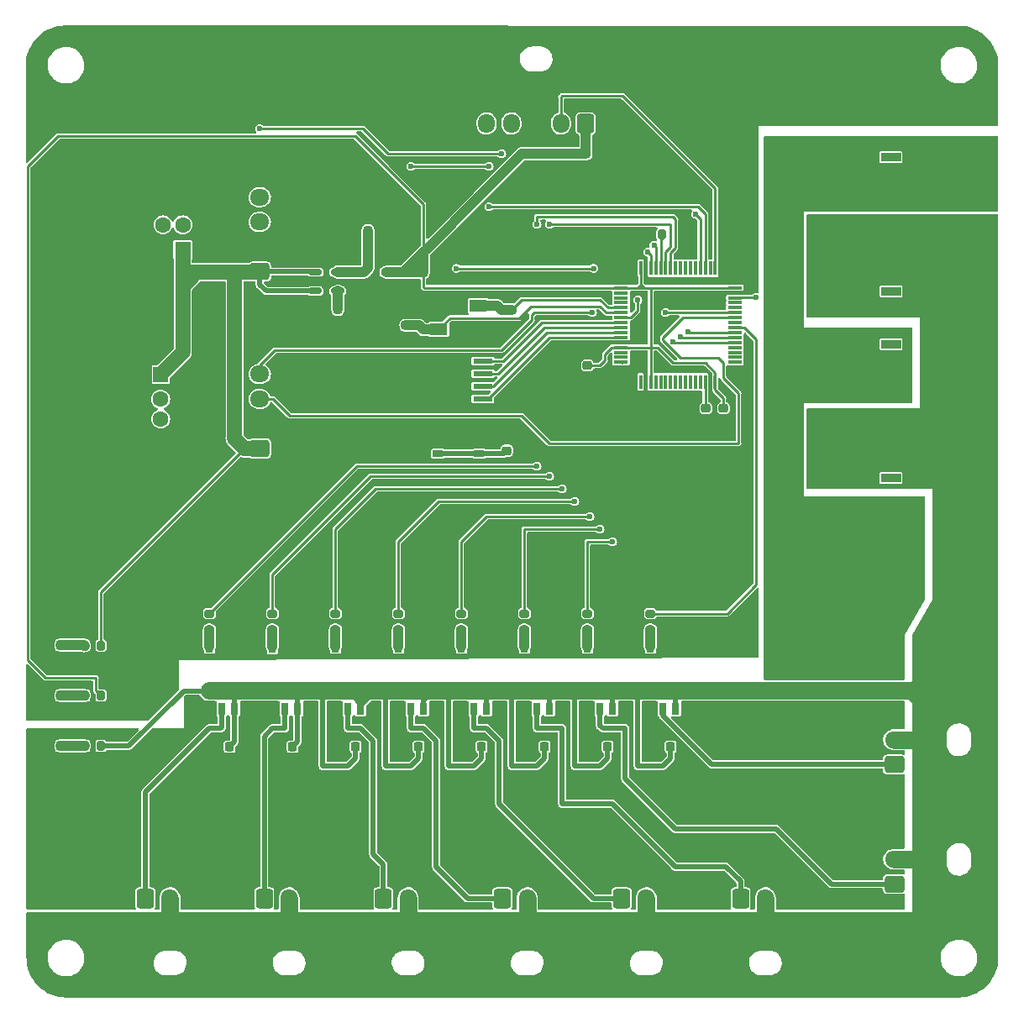
<source format=gtl>
%TF.GenerationSoftware,KiCad,Pcbnew,7.0.7*%
%TF.CreationDate,2024-01-23T17:49:00+09:00*%
%TF.ProjectId,ALTAIR_SERVO_MODULE_V1,414c5441-4952-45f5-9345-52564f5f4d4f,rev?*%
%TF.SameCoordinates,Original*%
%TF.FileFunction,Copper,L1,Top*%
%TF.FilePolarity,Positive*%
%FSLAX46Y46*%
G04 Gerber Fmt 4.6, Leading zero omitted, Abs format (unit mm)*
G04 Created by KiCad (PCBNEW 7.0.7) date 2024-01-23 17:49:00*
%MOMM*%
%LPD*%
G01*
G04 APERTURE LIST*
G04 Aperture macros list*
%AMRoundRect*
0 Rectangle with rounded corners*
0 $1 Rounding radius*
0 $2 $3 $4 $5 $6 $7 $8 $9 X,Y pos of 4 corners*
0 Add a 4 corners polygon primitive as box body*
4,1,4,$2,$3,$4,$5,$6,$7,$8,$9,$2,$3,0*
0 Add four circle primitives for the rounded corners*
1,1,$1+$1,$2,$3*
1,1,$1+$1,$4,$5*
1,1,$1+$1,$6,$7*
1,1,$1+$1,$8,$9*
0 Add four rect primitives between the rounded corners*
20,1,$1+$1,$2,$3,$4,$5,0*
20,1,$1+$1,$4,$5,$6,$7,0*
20,1,$1+$1,$6,$7,$8,$9,0*
20,1,$1+$1,$8,$9,$2,$3,0*%
G04 Aperture macros list end*
%TA.AperFunction,SMDPad,CuDef*%
%ADD10RoundRect,0.225000X-0.225000X-0.250000X0.225000X-0.250000X0.225000X0.250000X-0.225000X0.250000X0*%
%TD*%
%TA.AperFunction,SMDPad,CuDef*%
%ADD11R,1.085000X0.550000*%
%TD*%
%TA.AperFunction,SMDPad,CuDef*%
%ADD12R,0.800000X1.200000*%
%TD*%
%TA.AperFunction,SMDPad,CuDef*%
%ADD13RoundRect,0.225000X-0.250000X0.225000X-0.250000X-0.225000X0.250000X-0.225000X0.250000X0.225000X0*%
%TD*%
%TA.AperFunction,SMDPad,CuDef*%
%ADD14RoundRect,0.218750X-0.218750X-0.256250X0.218750X-0.256250X0.218750X0.256250X-0.218750X0.256250X0*%
%TD*%
%TA.AperFunction,SMDPad,CuDef*%
%ADD15R,1.800000X1.200000*%
%TD*%
%TA.AperFunction,SMDPad,CuDef*%
%ADD16RoundRect,0.200000X-0.200000X-0.275000X0.200000X-0.275000X0.200000X0.275000X-0.200000X0.275000X0*%
%TD*%
%TA.AperFunction,SMDPad,CuDef*%
%ADD17RoundRect,0.225000X0.250000X-0.225000X0.250000X0.225000X-0.250000X0.225000X-0.250000X-0.225000X0*%
%TD*%
%TA.AperFunction,SMDPad,CuDef*%
%ADD18RoundRect,0.250000X1.750000X1.000000X-1.750000X1.000000X-1.750000X-1.000000X1.750000X-1.000000X0*%
%TD*%
%TA.AperFunction,ComponentPad*%
%ADD19RoundRect,0.250000X-0.600000X-0.725000X0.600000X-0.725000X0.600000X0.725000X-0.600000X0.725000X0*%
%TD*%
%TA.AperFunction,ComponentPad*%
%ADD20O,1.700000X1.950000*%
%TD*%
%TA.AperFunction,SMDPad,CuDef*%
%ADD21RoundRect,0.200000X0.275000X-0.200000X0.275000X0.200000X-0.275000X0.200000X-0.275000X-0.200000X0*%
%TD*%
%TA.AperFunction,ComponentPad*%
%ADD22R,1.500000X1.600000*%
%TD*%
%TA.AperFunction,ComponentPad*%
%ADD23C,1.600000*%
%TD*%
%TA.AperFunction,ComponentPad*%
%ADD24C,3.000000*%
%TD*%
%TA.AperFunction,ComponentPad*%
%ADD25RoundRect,0.250000X0.725000X-0.600000X0.725000X0.600000X-0.725000X0.600000X-0.725000X-0.600000X0*%
%TD*%
%TA.AperFunction,ComponentPad*%
%ADD26O,1.950000X1.700000*%
%TD*%
%TA.AperFunction,ComponentPad*%
%ADD27R,2.000000X0.900000*%
%TD*%
%TA.AperFunction,ComponentPad*%
%ADD28RoundRect,1.025000X-1.025000X1.025000X-1.025000X-1.025000X1.025000X-1.025000X1.025000X1.025000X0*%
%TD*%
%TA.AperFunction,ComponentPad*%
%ADD29C,4.100000*%
%TD*%
%TA.AperFunction,SMDPad,CuDef*%
%ADD30R,1.475000X0.300000*%
%TD*%
%TA.AperFunction,SMDPad,CuDef*%
%ADD31R,0.300000X1.475000*%
%TD*%
%TA.AperFunction,ComponentPad*%
%ADD32R,1.600000X1.600000*%
%TD*%
%TA.AperFunction,ComponentPad*%
%ADD33C,4.000000*%
%TD*%
%TA.AperFunction,SMDPad,CuDef*%
%ADD34RoundRect,0.150000X-0.512500X-0.150000X0.512500X-0.150000X0.512500X0.150000X-0.512500X0.150000X0*%
%TD*%
%TA.AperFunction,ComponentPad*%
%ADD35RoundRect,0.250000X0.600000X0.725000X-0.600000X0.725000X-0.600000X-0.725000X0.600000X-0.725000X0*%
%TD*%
%TA.AperFunction,SMDPad,CuDef*%
%ADD36R,1.050000X0.650000*%
%TD*%
%TA.AperFunction,SMDPad,CuDef*%
%ADD37R,1.970000X0.590000*%
%TD*%
%TA.AperFunction,ViaPad*%
%ADD38C,0.600000*%
%TD*%
%TA.AperFunction,Conductor*%
%ADD39C,0.250000*%
%TD*%
%TA.AperFunction,Conductor*%
%ADD40C,1.000000*%
%TD*%
%TA.AperFunction,Conductor*%
%ADD41C,0.500000*%
%TD*%
%TA.AperFunction,Conductor*%
%ADD42C,1.800000*%
%TD*%
%TA.AperFunction,Conductor*%
%ADD43C,1.500000*%
%TD*%
G04 APERTURE END LIST*
D10*
%TO.P,C17,1,1*%
%TO.N,GND1*%
X156705000Y-118695000D03*
%TO.P,C17,2,2*%
%TO.N,VCC*%
X158255000Y-118695000D03*
%TD*%
D11*
%TO.P,D1,1*%
%TO.N,+3.3V*%
X142304700Y-70876200D03*
%TO.P,D1,2*%
%TO.N,Net-(U1-OUT)*%
X140024700Y-70876200D03*
%TD*%
D12*
%TO.P,IC8,1,ANODE*%
%TO.N,GND*%
X171450000Y-108585000D03*
%TO.P,IC8,3,CATHODE*%
%TO.N,Net-(IC8-CATHODE)*%
X168910000Y-108585000D03*
%TO.P,IC8,4,GND*%
%TO.N,GND1*%
X168910000Y-114885000D03*
%TO.P,IC8,5,VO*%
%TO.N,s8*%
X170180000Y-114885000D03*
%TO.P,IC8,6,VCC*%
%TO.N,VCC*%
X171450000Y-114885000D03*
%TD*%
D13*
%TO.P,C7,1,1*%
%TO.N,+3.3V*%
X176276000Y-84582000D03*
%TO.P,C7,2,2*%
%TO.N,GND*%
X176276000Y-86132000D03*
%TD*%
D14*
%TO.P,LED3,1,K*%
%TO.N,GND1*%
X107915500Y-118618000D03*
%TO.P,LED3,2,A*%
%TO.N,Net-(LED3-A)*%
X109490500Y-118618000D03*
%TD*%
D15*
%TO.P,Q1,1,1*%
%TO.N,Net-(U3-PH0-OSC_IN)*%
X151563000Y-74251000D03*
%TO.P,Q1,2,GND*%
%TO.N,GND*%
X147563000Y-74251000D03*
%TO.P,Q1,3,3*%
%TO.N,Net-(U3-PH1-OSC_OUT)*%
X147563000Y-76651000D03*
%TO.P,Q1,4,GND*%
%TO.N,GND*%
X151563000Y-76651000D03*
%TD*%
D10*
%TO.P,C12,1,1*%
%TO.N,GND1*%
X124955000Y-118695000D03*
%TO.P,C12,2,2*%
%TO.N,VCC*%
X126505000Y-118695000D03*
%TD*%
%TO.P,C19,1,1*%
%TO.N,GND1*%
X169405000Y-118695000D03*
%TO.P,C19,2,2*%
%TO.N,VCC*%
X170955000Y-118695000D03*
%TD*%
D16*
%TO.P,R1,1*%
%TO.N,Net-(LED1-A)*%
X111888000Y-108518000D03*
%TO.P,R1,2*%
%TO.N,+5V*%
X113538000Y-108518000D03*
%TD*%
D17*
%TO.P,C1,1,1*%
%TO.N,GND*%
X154940000Y-76215000D03*
%TO.P,C1,2,2*%
%TO.N,Net-(U3-PH0-OSC_IN)*%
X154940000Y-74665000D03*
%TD*%
D14*
%TO.P,LED1,1,K*%
%TO.N,GND*%
X107915500Y-108458000D03*
%TO.P,LED1,2,A*%
%TO.N,Net-(LED1-A)*%
X109490500Y-108458000D03*
%TD*%
D18*
%TO.P,C9,1*%
%TO.N,VCC*%
X201295000Y-102235000D03*
%TO.P,C9,2*%
%TO.N,GND1*%
X193295000Y-102235000D03*
%TD*%
D19*
%TO.P,J1,1,Pin_1*%
%TO.N,s1*%
X118000000Y-134000000D03*
D20*
%TO.P,J1,2,Pin_2*%
%TO.N,VCC*%
X120500000Y-134000000D03*
%TO.P,J1,3,Pin_3*%
%TO.N,GND1*%
X123000000Y-134000000D03*
%TD*%
D21*
%TO.P,R8,1*%
%TO.N,Net-(IC4-CATHODE)*%
X143510000Y-106934000D03*
%TO.P,R8,2*%
%TO.N,B9*%
X143510000Y-105284000D03*
%TD*%
D22*
%TO.P,J11,1,VBUS*%
%TO.N,+5V*%
X119550000Y-81175000D03*
D23*
%TO.P,J11,2,D-*%
%TO.N,A10*%
X119550000Y-83675000D03*
%TO.P,J11,3,D+*%
%TO.N,A9*%
X119550000Y-85675000D03*
%TO.P,J11,4,GND*%
%TO.N,GND*%
X119550000Y-88175000D03*
D24*
%TO.P,J11,5,Shield*%
X116840000Y-78105000D03*
X116840000Y-91245000D03*
%TD*%
D10*
%TO.P,C16,1,1*%
%TO.N,GND1*%
X150355000Y-118695000D03*
%TO.P,C16,2,2*%
%TO.N,VCC*%
X151905000Y-118695000D03*
%TD*%
D21*
%TO.P,R10,1*%
%TO.N,Net-(IC6-CATHODE)*%
X156210000Y-106934000D03*
%TO.P,R10,2*%
%TO.N,C7*%
X156210000Y-105284000D03*
%TD*%
D16*
%TO.P,R4,1*%
%TO.N,GND*%
X168402000Y-67056000D03*
%TO.P,R4,2*%
%TO.N,Net-(U3-BOOT0)*%
X170052000Y-67056000D03*
%TD*%
D25*
%TO.P,J14,1,Pin_1*%
%TO.N,+5V*%
X129540000Y-70805000D03*
D26*
%TO.P,J14,2,Pin_2*%
%TO.N,GND*%
X129540000Y-68305000D03*
%TO.P,J14,3,Pin_3*%
%TO.N,C11*%
X129540000Y-65805000D03*
%TO.P,J14,4,Pin_4*%
%TO.N,C10*%
X129540000Y-63305000D03*
%TD*%
D10*
%TO.P,C15,1,1*%
%TO.N,GND1*%
X144005000Y-118695000D03*
%TO.P,C15,2,2*%
%TO.N,VCC*%
X145555000Y-118695000D03*
%TD*%
D12*
%TO.P,IC3,1,ANODE*%
%TO.N,GND*%
X139700000Y-108585000D03*
%TO.P,IC3,3,CATHODE*%
%TO.N,Net-(IC3-CATHODE)*%
X137160000Y-108585000D03*
%TO.P,IC3,4,GND*%
%TO.N,GND1*%
X137160000Y-114885000D03*
%TO.P,IC3,5,VO*%
%TO.N,s3*%
X138430000Y-114885000D03*
%TO.P,IC3,6,VCC*%
%TO.N,VCC*%
X139700000Y-114885000D03*
%TD*%
D19*
%TO.P,J5,1,Pin_1*%
%TO.N,s5*%
X166000000Y-134000000D03*
D20*
%TO.P,J5,2,Pin_2*%
%TO.N,VCC*%
X168500000Y-134000000D03*
%TO.P,J5,3,Pin_3*%
%TO.N,GND1*%
X171000000Y-134000000D03*
%TD*%
D25*
%TO.P,J8,1,Pin_1*%
%TO.N,s8*%
X193500000Y-120500000D03*
D26*
%TO.P,J8,2,Pin_2*%
%TO.N,VCC*%
X193500000Y-118000000D03*
%TO.P,J8,3,Pin_3*%
%TO.N,GND1*%
X193500000Y-115500000D03*
%TD*%
D21*
%TO.P,R12,1*%
%TO.N,Net-(IC8-CATHODE)*%
X168910000Y-106934000D03*
%TO.P,R12,2*%
%TO.N,C9*%
X168910000Y-105284000D03*
%TD*%
D27*
%TO.P,J15,*%
%TO.N,*%
X193160000Y-78130000D03*
X193160000Y-91630000D03*
D28*
%TO.P,J15,1,Pin_1*%
%TO.N,GND1*%
X187160000Y-81280000D03*
D29*
%TO.P,J15,2,Pin_2*%
%TO.N,VCC*%
X187160000Y-88480000D03*
%TD*%
D12*
%TO.P,IC5,1,ANODE*%
%TO.N,GND*%
X152400000Y-108585000D03*
%TO.P,IC5,3,CATHODE*%
%TO.N,Net-(IC5-CATHODE)*%
X149860000Y-108585000D03*
%TO.P,IC5,4,GND*%
%TO.N,GND1*%
X149860000Y-114885000D03*
%TO.P,IC5,5,VO*%
%TO.N,s5*%
X151130000Y-114885000D03*
%TO.P,IC5,6,VCC*%
%TO.N,VCC*%
X152400000Y-114885000D03*
%TD*%
D13*
%TO.P,C4,1,1*%
%TO.N,+3.3V*%
X162400000Y-58928000D03*
%TO.P,C4,2,2*%
%TO.N,GND*%
X162400000Y-60478000D03*
%TD*%
D30*
%TO.P,U3,1,VBAT*%
%TO.N,+3.3V*%
X165966000Y-72450000D03*
%TO.P,U3,2,PC13*%
%TO.N,unconnected-(U3-PC13-Pad2)*%
X165966000Y-72950000D03*
%TO.P,U3,3,PC14-OSC32_IN*%
%TO.N,unconnected-(U3-PC14-OSC32_IN-Pad3)*%
X165966000Y-73450000D03*
%TO.P,U3,4,PC15-OSC32_OUT*%
%TO.N,unconnected-(U3-PC15-OSC32_OUT-Pad4)*%
X165966000Y-73950000D03*
%TO.P,U3,5,PH0-OSC_IN*%
%TO.N,Net-(U3-PH0-OSC_IN)*%
X165966000Y-74450000D03*
%TO.P,U3,6,PH1-OSC_OUT*%
%TO.N,Net-(U3-PH1-OSC_OUT)*%
X165966000Y-74950000D03*
%TO.P,U3,7,NRST*%
%TO.N,nrst*%
X165966000Y-75450000D03*
%TO.P,U3,8,PC0*%
%TO.N,Net-(U3-PC0)*%
X165966000Y-75950000D03*
%TO.P,U3,9,PC1*%
%TO.N,Net-(U3-PC1)*%
X165966000Y-76450000D03*
%TO.P,U3,10,PC2*%
%TO.N,Net-(U3-PC2)*%
X165966000Y-76950000D03*
%TO.P,U3,11,PC3*%
%TO.N,Net-(U3-PC3)*%
X165966000Y-77450000D03*
%TO.P,U3,12,VSSA/VREF-*%
%TO.N,GND*%
X165966000Y-77950000D03*
%TO.P,U3,13,VDDA/VREF+*%
%TO.N,+3.3V*%
X165966000Y-78450000D03*
%TO.P,U3,14,PA0*%
%TO.N,A0*%
X165966000Y-78950000D03*
%TO.P,U3,15,PA1*%
%TO.N,A1*%
X165966000Y-79450000D03*
%TO.P,U3,16,PA2*%
%TO.N,unconnected-(U3-PA2-Pad16)*%
X165966000Y-79950000D03*
D31*
%TO.P,U3,17,PA3*%
%TO.N,unconnected-(U3-PA3-Pad17)*%
X167954000Y-81938000D03*
%TO.P,U3,18,VSS_4*%
%TO.N,GND*%
X168454000Y-81938000D03*
%TO.P,U3,19,VDD_4*%
%TO.N,+3.3V*%
X168954000Y-81938000D03*
%TO.P,U3,20,PA4*%
%TO.N,unconnected-(U3-PA4-Pad20)*%
X169454000Y-81938000D03*
%TO.P,U3,21,PA5*%
%TO.N,unconnected-(U3-PA5-Pad21)*%
X169954000Y-81938000D03*
%TO.P,U3,22,PA6*%
%TO.N,unconnected-(U3-PA6-Pad22)*%
X170454000Y-81938000D03*
%TO.P,U3,23,PA7*%
%TO.N,unconnected-(U3-PA7-Pad23)*%
X170954000Y-81938000D03*
%TO.P,U3,24,PC4*%
%TO.N,unconnected-(U3-PC4-Pad24)*%
X171454000Y-81938000D03*
%TO.P,U3,25,PC5*%
%TO.N,unconnected-(U3-PC5-Pad25)*%
X171954000Y-81938000D03*
%TO.P,U3,26,PB0*%
%TO.N,unconnected-(U3-PB0-Pad26)*%
X172454000Y-81938000D03*
%TO.P,U3,27,PB1*%
%TO.N,unconnected-(U3-PB1-Pad27)*%
X172954000Y-81938000D03*
%TO.P,U3,28,PB2*%
%TO.N,unconnected-(U3-PB2-Pad28)*%
X173454000Y-81938000D03*
%TO.P,U3,29,PB10*%
%TO.N,unconnected-(U3-PB10-Pad29)*%
X173954000Y-81938000D03*
%TO.P,U3,30,VCAP_1*%
%TO.N,Net-(U3-VCAP_1)*%
X174454000Y-81938000D03*
%TO.P,U3,31,VSS_1*%
%TO.N,GND*%
X174954000Y-81938000D03*
%TO.P,U3,32,VDD_1*%
%TO.N,+3.3V*%
X175454000Y-81938000D03*
D30*
%TO.P,U3,33,PB12*%
%TO.N,unconnected-(U3-PB12-Pad33)*%
X177442000Y-79950000D03*
%TO.P,U3,34,PB13*%
%TO.N,unconnected-(U3-PB13-Pad34)*%
X177442000Y-79450000D03*
%TO.P,U3,35,PB14*%
%TO.N,unconnected-(U3-PB14-Pad35)*%
X177442000Y-78950000D03*
%TO.P,U3,36,PB15*%
%TO.N,unconnected-(U3-PB15-Pad36)*%
X177442000Y-78450000D03*
%TO.P,U3,37,PC6*%
%TO.N,C6*%
X177442000Y-77950000D03*
%TO.P,U3,38,PC7*%
%TO.N,C7*%
X177442000Y-77450000D03*
%TO.P,U3,39,PC8*%
%TO.N,C8*%
X177442000Y-76950000D03*
%TO.P,U3,40,PC9*%
%TO.N,C9*%
X177442000Y-76450000D03*
%TO.P,U3,41,PA8*%
%TO.N,unconnected-(U3-PA8-Pad41)*%
X177442000Y-75950000D03*
%TO.P,U3,42,PA9*%
%TO.N,A9*%
X177442000Y-75450000D03*
%TO.P,U3,43,PA10*%
%TO.N,A10*%
X177442000Y-74950000D03*
%TO.P,U3,44,PA11*%
%TO.N,unconnected-(U3-PA11-Pad44)*%
X177442000Y-74450000D03*
%TO.P,U3,45,PA12*%
%TO.N,unconnected-(U3-PA12-Pad45)*%
X177442000Y-73950000D03*
%TO.P,U3,46,PA13*%
%TO.N,swdio*%
X177442000Y-73450000D03*
%TO.P,U3,47,VSS_2*%
%TO.N,GND*%
X177442000Y-72950000D03*
%TO.P,U3,48,VDD_2*%
%TO.N,+3.3V*%
X177442000Y-72450000D03*
D31*
%TO.P,U3,49,PA14*%
%TO.N,swclk*%
X175454000Y-70462000D03*
%TO.P,U3,50,PA15*%
%TO.N,unconnected-(U3-PA15-Pad50)*%
X174954000Y-70462000D03*
%TO.P,U3,51,PC10*%
%TO.N,C10*%
X174454000Y-70462000D03*
%TO.P,U3,52,PC11*%
%TO.N,C11*%
X173954000Y-70462000D03*
%TO.P,U3,53,PC12*%
%TO.N,unconnected-(U3-PC12-Pad53)*%
X173454000Y-70462000D03*
%TO.P,U3,54,PD2*%
%TO.N,unconnected-(U3-PD2-Pad54)*%
X172954000Y-70462000D03*
%TO.P,U3,55,PB3*%
%TO.N,unconnected-(U3-PB3-Pad55)*%
X172454000Y-70462000D03*
%TO.P,U3,56,PB4*%
%TO.N,unconnected-(U3-PB4-Pad56)*%
X171954000Y-70462000D03*
%TO.P,U3,57,PB5*%
%TO.N,unconnected-(U3-PB5-Pad57)*%
X171454000Y-70462000D03*
%TO.P,U3,58,PB6*%
%TO.N,B6*%
X170954000Y-70462000D03*
%TO.P,U3,59,PB7*%
%TO.N,B7*%
X170454000Y-70462000D03*
%TO.P,U3,60,BOOT0*%
%TO.N,Net-(U3-BOOT0)*%
X169954000Y-70462000D03*
%TO.P,U3,61,PB8*%
%TO.N,B8*%
X169454000Y-70462000D03*
%TO.P,U3,62,PB9*%
%TO.N,B9*%
X168954000Y-70462000D03*
%TO.P,U3,63,VSS_3*%
%TO.N,GND*%
X168454000Y-70462000D03*
%TO.P,U3,64,VDD_3*%
%TO.N,+3.3V*%
X167954000Y-70462000D03*
%TD*%
D10*
%TO.P,C5,1,1*%
%TO.N,+3.3V*%
X146024000Y-70866000D03*
%TO.P,C5,2,2*%
%TO.N,GND*%
X147574000Y-70866000D03*
%TD*%
D21*
%TO.P,R6,1*%
%TO.N,Net-(IC2-CATHODE)*%
X130810000Y-106934000D03*
%TO.P,R6,2*%
%TO.N,B7*%
X130810000Y-105284000D03*
%TD*%
D32*
%TO.P,J12,1,VBUS*%
%TO.N,+5V*%
X121787500Y-68595000D03*
D23*
%TO.P,J12,2,D-*%
%TO.N,C10*%
X121787500Y-66095000D03*
%TO.P,J12,3,D+*%
%TO.N,C11*%
X119787500Y-66095000D03*
%TO.P,J12,4,GND*%
%TO.N,GND*%
X119787500Y-68595000D03*
D33*
%TO.P,J12,5,Shield*%
X116927500Y-73345000D03*
X116927500Y-61345000D03*
%TD*%
D19*
%TO.P,J6,1,Pin_1*%
%TO.N,s6*%
X178000000Y-134000000D03*
D20*
%TO.P,J6,2,Pin_2*%
%TO.N,VCC*%
X180500000Y-134000000D03*
%TO.P,J6,3,Pin_3*%
%TO.N,GND1*%
X183000000Y-134000000D03*
%TD*%
D27*
%TO.P,J9,*%
%TO.N,*%
X193160000Y-59290000D03*
X193160000Y-72790000D03*
D28*
%TO.P,J9,1,Pin_1*%
%TO.N,GND1*%
X187160000Y-62440000D03*
D29*
%TO.P,J9,2,Pin_2*%
%TO.N,VCC*%
X187160000Y-69640000D03*
%TD*%
D34*
%TO.P,U1,1,IN*%
%TO.N,+5V*%
X135128000Y-70866000D03*
%TO.P,U1,2,GND*%
%TO.N,GND*%
X135128000Y-71816000D03*
%TO.P,U1,3,EN*%
%TO.N,+5V*%
X135128000Y-72766000D03*
%TO.P,U1,4,ADJ*%
%TO.N,Net-(U1-ADJ)*%
X137403000Y-72766000D03*
%TO.P,U1,5,OUT*%
%TO.N,Net-(U1-OUT)*%
X137403000Y-70866000D03*
%TD*%
D12*
%TO.P,IC7,1,ANODE*%
%TO.N,GND*%
X165100000Y-108585000D03*
%TO.P,IC7,3,CATHODE*%
%TO.N,Net-(IC7-CATHODE)*%
X162560000Y-108585000D03*
%TO.P,IC7,4,GND*%
%TO.N,GND1*%
X162560000Y-114885000D03*
%TO.P,IC7,5,VO*%
%TO.N,s7*%
X163830000Y-114885000D03*
%TO.P,IC7,6,VCC*%
%TO.N,VCC*%
X165100000Y-114885000D03*
%TD*%
D14*
%TO.P,LED2,1,K*%
%TO.N,GND*%
X107915500Y-113538000D03*
%TO.P,LED2,2,A*%
%TO.N,Net-(LED2-A)*%
X109490500Y-113538000D03*
%TD*%
D35*
%TO.P,J10,1,Pin_1*%
%TO.N,+3.3V*%
X162400000Y-55880000D03*
D20*
%TO.P,J10,2,Pin_2*%
%TO.N,swclk*%
X159900000Y-55880000D03*
%TO.P,J10,3,Pin_3*%
%TO.N,GND*%
X157400000Y-55880000D03*
%TO.P,J10,4,Pin_4*%
%TO.N,swdio*%
X154900000Y-55880000D03*
%TO.P,J10,5,Pin_5*%
%TO.N,nrst*%
X152400000Y-55880000D03*
%TD*%
D25*
%TO.P,J13,1,Pin_1*%
%TO.N,+5V*%
X129540000Y-88645000D03*
D26*
%TO.P,J13,2,Pin_2*%
%TO.N,GND*%
X129540000Y-86145000D03*
%TO.P,J13,3,Pin_3*%
%TO.N,A9*%
X129540000Y-83645000D03*
%TO.P,J13,4,Pin_4*%
%TO.N,A10*%
X129540000Y-81145000D03*
%TD*%
D12*
%TO.P,IC1,1,ANODE*%
%TO.N,GND*%
X127000000Y-108585000D03*
%TO.P,IC1,3,CATHODE*%
%TO.N,Net-(IC1-CATHODE)*%
X124460000Y-108585000D03*
%TO.P,IC1,4,GND*%
%TO.N,GND1*%
X124460000Y-114885000D03*
%TO.P,IC1,5,VO*%
%TO.N,s1*%
X125730000Y-114885000D03*
%TO.P,IC1,6,VCC*%
%TO.N,VCC*%
X127000000Y-114885000D03*
%TD*%
D19*
%TO.P,J3,1,Pin_1*%
%TO.N,s3*%
X142000000Y-134000000D03*
D20*
%TO.P,J3,2,Pin_2*%
%TO.N,VCC*%
X144500000Y-134000000D03*
%TO.P,J3,3,Pin_3*%
%TO.N,GND1*%
X147000000Y-134000000D03*
%TD*%
D12*
%TO.P,IC4,1,ANODE*%
%TO.N,GND*%
X146050000Y-108585000D03*
%TO.P,IC4,3,CATHODE*%
%TO.N,Net-(IC4-CATHODE)*%
X143510000Y-108585000D03*
%TO.P,IC4,4,GND*%
%TO.N,GND1*%
X143510000Y-114885000D03*
%TO.P,IC4,5,VO*%
%TO.N,s4*%
X144780000Y-114885000D03*
%TO.P,IC4,6,VCC*%
%TO.N,VCC*%
X146050000Y-114885000D03*
%TD*%
D16*
%TO.P,R3,1*%
%TO.N,Net-(LED3-A)*%
X111888000Y-118618000D03*
%TO.P,R3,2*%
%TO.N,VCC*%
X113538000Y-118618000D03*
%TD*%
D10*
%TO.P,C18,1,1*%
%TO.N,GND1*%
X163055000Y-118695000D03*
%TO.P,C18,2,2*%
%TO.N,VCC*%
X164605000Y-118695000D03*
%TD*%
D36*
%TO.P,S1,1,1*%
%TO.N,GND*%
X147488000Y-87006000D03*
%TO.P,S1,2,2*%
X151638000Y-87006000D03*
%TO.P,S1,3,3*%
%TO.N,nrst*%
X147488000Y-89156000D03*
%TO.P,S1,4,4*%
X151638000Y-89156000D03*
%TD*%
D21*
%TO.P,R5,1*%
%TO.N,Net-(IC1-CATHODE)*%
X124460000Y-106934000D03*
%TO.P,R5,2*%
%TO.N,B6*%
X124460000Y-105284000D03*
%TD*%
%TO.P,R11,1*%
%TO.N,Net-(IC7-CATHODE)*%
X162560000Y-106934000D03*
%TO.P,R11,2*%
%TO.N,C8*%
X162560000Y-105284000D03*
%TD*%
D37*
%TO.P,S2,1,1*%
%TO.N,Net-(U3-PC3)*%
X152038000Y-83636000D03*
%TO.P,S2,2,2*%
%TO.N,Net-(U3-PC2)*%
X152038000Y-82366000D03*
%TO.P,S2,3,3*%
%TO.N,Net-(U3-PC1)*%
X152038000Y-81096000D03*
%TO.P,S2,4,4*%
%TO.N,Net-(U3-PC0)*%
X152038000Y-79826000D03*
%TO.P,S2,5,5*%
%TO.N,GND*%
X147088000Y-79826000D03*
%TO.P,S2,6,6*%
X147088000Y-81096000D03*
%TO.P,S2,7,7*%
X147088000Y-82366000D03*
%TO.P,S2,8,8*%
X147088000Y-83636000D03*
%TD*%
D13*
%TO.P,C2,1,1*%
%TO.N,GND*%
X144272000Y-74676000D03*
%TO.P,C2,2,2*%
%TO.N,Net-(U3-PH1-OSC_OUT)*%
X144272000Y-76226000D03*
%TD*%
D19*
%TO.P,J4,1,Pin_1*%
%TO.N,s4*%
X154000000Y-134000000D03*
D20*
%TO.P,J4,2,Pin_2*%
%TO.N,VCC*%
X156500000Y-134000000D03*
%TO.P,J4,3,Pin_3*%
%TO.N,GND1*%
X159000000Y-134000000D03*
%TD*%
D21*
%TO.P,R7,1*%
%TO.N,Net-(IC3-CATHODE)*%
X137160000Y-106934000D03*
%TO.P,R7,2*%
%TO.N,B8*%
X137160000Y-105284000D03*
%TD*%
D12*
%TO.P,IC6,1,ANODE*%
%TO.N,GND*%
X158750000Y-108585000D03*
%TO.P,IC6,3,CATHODE*%
%TO.N,Net-(IC6-CATHODE)*%
X156210000Y-108585000D03*
%TO.P,IC6,4,GND*%
%TO.N,GND1*%
X156210000Y-114885000D03*
%TO.P,IC6,5,VO*%
%TO.N,s6*%
X157480000Y-114885000D03*
%TO.P,IC6,6,VCC*%
%TO.N,VCC*%
X158750000Y-114885000D03*
%TD*%
D10*
%TO.P,C10,1,1*%
%TO.N,Net-(U1-OUT)*%
X140436000Y-66675000D03*
%TO.P,C10,2,2*%
%TO.N,GND*%
X141986000Y-66675000D03*
%TD*%
%TO.P,C11,1,1*%
%TO.N,Net-(U1-ADJ)*%
X137408500Y-74610000D03*
%TO.P,C11,2,2*%
%TO.N,GND*%
X138958500Y-74610000D03*
%TD*%
D21*
%TO.P,R9,1*%
%TO.N,Net-(IC5-CATHODE)*%
X149860000Y-106934000D03*
%TO.P,R9,2*%
%TO.N,C6*%
X149860000Y-105284000D03*
%TD*%
D16*
%TO.P,R2,1*%
%TO.N,Net-(LED2-A)*%
X111888000Y-113538000D03*
%TO.P,R2,2*%
%TO.N,+3.3V*%
X113538000Y-113538000D03*
%TD*%
D19*
%TO.P,J2,1,Pin_1*%
%TO.N,s2*%
X130000000Y-134000000D03*
D20*
%TO.P,J2,2,Pin_2*%
%TO.N,VCC*%
X132500000Y-134000000D03*
%TO.P,J2,3,Pin_3*%
%TO.N,GND1*%
X135000000Y-134000000D03*
%TD*%
D17*
%TO.P,C8,1,1*%
%TO.N,nrst*%
X154432000Y-88856000D03*
%TO.P,C8,2,2*%
%TO.N,GND*%
X154432000Y-87306000D03*
%TD*%
D13*
%TO.P,C3,1,1*%
%TO.N,Net-(U3-VCAP_1)*%
X174498000Y-84582000D03*
%TO.P,C3,2,2*%
%TO.N,GND*%
X174498000Y-86132000D03*
%TD*%
D10*
%TO.P,C13,1,1*%
%TO.N,GND1*%
X131305000Y-118695000D03*
%TO.P,C13,2,2*%
%TO.N,VCC*%
X132855000Y-118695000D03*
%TD*%
D25*
%TO.P,J7,1,Pin_1*%
%TO.N,s7*%
X193500000Y-132550000D03*
D26*
%TO.P,J7,2,Pin_2*%
%TO.N,VCC*%
X193500000Y-130050000D03*
%TO.P,J7,3,Pin_3*%
%TO.N,GND1*%
X193500000Y-127550000D03*
%TD*%
D10*
%TO.P,C14,1,1*%
%TO.N,GND1*%
X137655000Y-118695000D03*
%TO.P,C14,2,2*%
%TO.N,VCC*%
X139205000Y-118695000D03*
%TD*%
D12*
%TO.P,IC2,1,ANODE*%
%TO.N,GND*%
X133350000Y-108610000D03*
%TO.P,IC2,3,CATHODE*%
%TO.N,Net-(IC2-CATHODE)*%
X130810000Y-108610000D03*
%TO.P,IC2,4,GND*%
%TO.N,GND1*%
X130810000Y-114910000D03*
%TO.P,IC2,5,VO*%
%TO.N,s2*%
X132080000Y-114910000D03*
%TO.P,IC2,6,VCC*%
%TO.N,VCC*%
X133350000Y-114910000D03*
%TD*%
D17*
%TO.P,C6,1,1*%
%TO.N,+3.3V*%
X162560000Y-80264000D03*
%TO.P,C6,2,2*%
%TO.N,GND*%
X162560000Y-78714000D03*
%TD*%
D38*
%TO.N,GND*%
X114300000Y-58420000D03*
X182880000Y-48260000D03*
X177800000Y-88900000D03*
X175260000Y-96520000D03*
X139700000Y-86360000D03*
X142240000Y-50800000D03*
X170180000Y-86360000D03*
X109220000Y-96520000D03*
X109220000Y-106680000D03*
X185420000Y-50800000D03*
X177800000Y-53340000D03*
X119380000Y-106680000D03*
X185420000Y-55880000D03*
X152400000Y-104140000D03*
X121920000Y-50800000D03*
X165100000Y-101600000D03*
X193040000Y-48260000D03*
X190500000Y-55880000D03*
X142240000Y-55880000D03*
X180340000Y-55880000D03*
X167640000Y-58420000D03*
X170180000Y-60960000D03*
X157480000Y-104140000D03*
X129540000Y-53340000D03*
X121920000Y-109220000D03*
X147320000Y-99060000D03*
X142240000Y-99060000D03*
X119380000Y-101600000D03*
X116840000Y-93980000D03*
X175260000Y-91440000D03*
X129540000Y-106680000D03*
X167640000Y-99060000D03*
X167640000Y-93980000D03*
X121920000Y-104140000D03*
X129540000Y-101600000D03*
X129540000Y-96520000D03*
X180340000Y-50800000D03*
X172720000Y-88900000D03*
X124460000Y-96520000D03*
X124460000Y-48260000D03*
X190500000Y-50800000D03*
X114300000Y-53340000D03*
X134620000Y-53340000D03*
X134620000Y-106680000D03*
X116840000Y-55880000D03*
X167640000Y-63500000D03*
X175260000Y-50800000D03*
X193040000Y-53340000D03*
X139700000Y-106680000D03*
X139700000Y-101600000D03*
X114300000Y-106680000D03*
X172720000Y-99060000D03*
X144780000Y-81280000D03*
X109220000Y-58420000D03*
X114300000Y-48260000D03*
X109220000Y-101600000D03*
X134620000Y-101600000D03*
X144780000Y-53340000D03*
X132080000Y-104140000D03*
X172720000Y-48260000D03*
X116840000Y-109220000D03*
X172720000Y-104140000D03*
X172720000Y-93980000D03*
X160020000Y-106680000D03*
X170180000Y-101600000D03*
X116840000Y-104140000D03*
X142240000Y-88900000D03*
X142240000Y-104140000D03*
X152400000Y-99060000D03*
X127000000Y-104140000D03*
X137160000Y-83820000D03*
X111760000Y-93980000D03*
X170180000Y-50800000D03*
X139700000Y-48260000D03*
X157480000Y-99060000D03*
X124460000Y-53340000D03*
X144780000Y-48260000D03*
X165100000Y-60960000D03*
X137160000Y-50800000D03*
X154940000Y-106680000D03*
X175260000Y-55880000D03*
X111760000Y-104140000D03*
X167640000Y-88900000D03*
X111760000Y-99060000D03*
X119380000Y-111760000D03*
X124460000Y-101600000D03*
X147320000Y-55880000D03*
X127000000Y-50800000D03*
X129540000Y-48260000D03*
X116840000Y-50800000D03*
X114300000Y-96520000D03*
X167640000Y-48260000D03*
X170180000Y-96520000D03*
X187960000Y-48260000D03*
X187960000Y-53340000D03*
X175260000Y-101600000D03*
X172720000Y-83820000D03*
X137160000Y-88900000D03*
X119380000Y-48260000D03*
X177800000Y-99060000D03*
X119380000Y-53340000D03*
X157480000Y-63500000D03*
X177800000Y-93980000D03*
X127000000Y-55880000D03*
X139700000Y-81280000D03*
X154940000Y-101600000D03*
X144780000Y-106680000D03*
X132080000Y-50800000D03*
X106680000Y-55880000D03*
X127000000Y-93980000D03*
X170180000Y-91440000D03*
X132080000Y-99060000D03*
X165100000Y-106680000D03*
X111760000Y-55880000D03*
X142240000Y-83820000D03*
X144780000Y-101600000D03*
X121920000Y-99060000D03*
X160020000Y-60960000D03*
X182880000Y-53340000D03*
X147320000Y-50800000D03*
X134620000Y-48260000D03*
X172720000Y-53340000D03*
X134620000Y-86360000D03*
X119380000Y-58420000D03*
X177800000Y-48260000D03*
X134620000Y-81280000D03*
X144780000Y-86360000D03*
X139700000Y-53340000D03*
X134620000Y-91440000D03*
X160020000Y-101600000D03*
X127000000Y-99060000D03*
X162560000Y-63500000D03*
X114300000Y-111760000D03*
X132080000Y-93980000D03*
X167640000Y-104140000D03*
X147320000Y-104140000D03*
X121920000Y-55880000D03*
X167640000Y-83820000D03*
%TO.N,nrst*%
X163195000Y-70485000D03*
X149352000Y-89156000D03*
X167640000Y-73660000D03*
X149352000Y-70485000D03*
%TO.N,GND1*%
X185420000Y-116840000D03*
X114300000Y-121920000D03*
X175260000Y-121920000D03*
X170180000Y-132080000D03*
X193040000Y-93980000D03*
X180340000Y-132080000D03*
X185420000Y-101600000D03*
X152400000Y-124460000D03*
X134620000Y-127000000D03*
X193040000Y-109220000D03*
X190500000Y-101600000D03*
X106680000Y-129540000D03*
X111760000Y-134620000D03*
X185420000Y-127000000D03*
X182880000Y-73660000D03*
X132080000Y-129540000D03*
X182880000Y-83820000D03*
X132080000Y-124460000D03*
X109220000Y-127000000D03*
X182880000Y-129540000D03*
X116840000Y-129540000D03*
X190500000Y-127000000D03*
X182880000Y-104140000D03*
X187960000Y-109220000D03*
X154940000Y-132080000D03*
X160020000Y-127000000D03*
X127000000Y-129540000D03*
X167640000Y-129540000D03*
X190500000Y-96520000D03*
X182880000Y-109220000D03*
X185420000Y-96520000D03*
X157480000Y-124460000D03*
X139700000Y-127000000D03*
X177800000Y-124460000D03*
X119380000Y-127000000D03*
X170180000Y-127000000D03*
X154940000Y-121920000D03*
X139700000Y-121920000D03*
X119380000Y-132080000D03*
X144780000Y-132080000D03*
X157480000Y-129540000D03*
X180340000Y-116840000D03*
X170180000Y-121920000D03*
X162560000Y-129540000D03*
X182880000Y-88900000D03*
X182880000Y-78740000D03*
X187960000Y-124460000D03*
X116840000Y-124460000D03*
X111760000Y-129540000D03*
X106680000Y-124460000D03*
X152400000Y-129540000D03*
X137160000Y-124460000D03*
X127000000Y-124460000D03*
X185420000Y-106680000D03*
X177800000Y-129540000D03*
X182880000Y-93980000D03*
X172720000Y-124460000D03*
X121920000Y-129540000D03*
X134620000Y-121920000D03*
X144780000Y-127000000D03*
X144780000Y-121920000D03*
X182880000Y-119380000D03*
X187960000Y-99060000D03*
X114300000Y-132080000D03*
X124460000Y-127000000D03*
X149860000Y-121920000D03*
X187960000Y-129540000D03*
X134620000Y-132080000D03*
X172720000Y-129540000D03*
X124460000Y-121920000D03*
X121920000Y-124460000D03*
X182880000Y-99060000D03*
X142240000Y-124460000D03*
X187960000Y-104140000D03*
X111760000Y-124460000D03*
X109220000Y-121920000D03*
X185420000Y-121920000D03*
X167640000Y-124460000D03*
X149860000Y-127000000D03*
X177800000Y-119380000D03*
X182880000Y-68580000D03*
X187960000Y-119380000D03*
X182880000Y-58420000D03*
X165100000Y-121920000D03*
X165100000Y-127000000D03*
X137160000Y-129540000D03*
X114300000Y-127000000D03*
X154940000Y-127000000D03*
X190500000Y-116840000D03*
X187960000Y-93980000D03*
X142240000Y-129540000D03*
X190500000Y-106680000D03*
X180340000Y-121920000D03*
X182880000Y-63500000D03*
X182880000Y-124460000D03*
X109220000Y-132080000D03*
%TO.N,swdio*%
X179578000Y-73406000D03*
%TO.N,B6*%
X157480000Y-90424000D03*
X157480000Y-66040000D03*
%TO.N,B7*%
X158750000Y-66040000D03*
X158750000Y-91440000D03*
%TO.N,B8*%
X169277638Y-68147356D03*
X160020000Y-92710000D03*
%TO.N,B9*%
X161290000Y-93980000D03*
X168656000Y-68834000D03*
%TO.N,C6*%
X162814000Y-95504000D03*
X171196000Y-77873100D03*
%TO.N,C7*%
X171958000Y-77373100D03*
X163830000Y-96774000D03*
%TO.N,C8*%
X165100000Y-98044000D03*
X172720000Y-76873100D03*
%TO.N,C10*%
X152654000Y-60198000D03*
X144780000Y-60198000D03*
X152654000Y-64262000D03*
%TO.N,C11*%
X173482000Y-65024000D03*
X129540000Y-56388000D03*
X153924000Y-58928000D03*
%TO.N,A10*%
X163068000Y-74930000D03*
X170434000Y-74930000D03*
%TD*%
D39*
%TO.N,Net-(U3-PH0-OSC_IN)*%
X155945000Y-73660000D02*
X154940000Y-74665000D01*
D40*
X153924000Y-74676000D02*
X153935000Y-74665000D01*
X153499000Y-74251000D02*
X153924000Y-74676000D01*
D39*
X163830000Y-73660000D02*
X155945000Y-73660000D01*
D40*
X153935000Y-74665000D02*
X154940000Y-74665000D01*
X151563000Y-74251000D02*
X153499000Y-74251000D01*
D39*
X165966000Y-74450000D02*
X164620000Y-74450000D01*
X164620000Y-74450000D02*
X163830000Y-73660000D01*
%TO.N,Net-(U3-PH1-OSC_OUT)*%
X164485000Y-74950000D02*
X163830000Y-74295000D01*
X165966000Y-74950000D02*
X164485000Y-74950000D01*
X163830000Y-74295000D02*
X156845000Y-74295000D01*
D40*
X145568000Y-76226000D02*
X145993000Y-76651000D01*
D39*
X155652400Y-75487600D02*
X148726400Y-75487600D01*
D40*
X144272000Y-76226000D02*
X145568000Y-76226000D01*
X145993000Y-76651000D02*
X147563000Y-76651000D01*
D39*
X156845000Y-74295000D02*
X155652400Y-75487600D01*
X148726400Y-75487600D02*
X147563000Y-76651000D01*
%TO.N,GND*%
X168454000Y-70462000D02*
X168454000Y-69519700D01*
X168381400Y-69447100D02*
X167894000Y-69447100D01*
X167894000Y-67564000D02*
X168402000Y-67056000D01*
X168454000Y-69519700D02*
X168381400Y-69447100D01*
X167894000Y-69447100D02*
X167894000Y-67564000D01*
%TO.N,Net-(U3-VCAP_1)*%
X174498000Y-84582000D02*
X174454000Y-84538000D01*
X174454000Y-84538000D02*
X174454000Y-81938000D01*
%TO.N,+3.3V*%
X162560000Y-80264000D02*
X163830000Y-80264000D01*
D40*
X146055100Y-68839100D02*
X145547100Y-69347100D01*
D39*
X113538000Y-113538000D02*
X113030000Y-113030000D01*
D40*
X146013800Y-70876200D02*
X146024000Y-70866000D01*
D39*
X106150000Y-60220000D02*
X109220000Y-57150000D01*
D40*
X144018000Y-70876200D02*
X146013800Y-70876200D01*
X145547100Y-69347100D02*
X145293100Y-69601100D01*
D39*
X146050000Y-70892000D02*
X146024000Y-70866000D01*
X139149750Y-57150000D02*
X146024000Y-64024250D01*
X146110000Y-72450000D02*
X146050000Y-72390000D01*
X165966000Y-72450000D02*
X146110000Y-72450000D01*
X146024000Y-69824000D02*
X146024000Y-68870200D01*
X165966000Y-72450000D02*
X167640000Y-72450000D01*
X146024000Y-64024250D02*
X146024000Y-70866000D01*
D40*
X155956000Y-58928000D02*
X151638000Y-63246000D01*
D39*
X165023700Y-78450000D02*
X165966000Y-78450000D01*
X162560000Y-80010000D02*
X162560000Y-80264000D01*
X168954000Y-72494000D02*
X168910000Y-72450000D01*
D40*
X146436100Y-68458100D02*
X146055100Y-68839100D01*
D39*
X174468300Y-80010000D02*
X175454000Y-80995700D01*
X163830000Y-80264000D02*
X164338000Y-79756000D01*
X164338000Y-79135700D02*
X165023700Y-78450000D01*
X171196000Y-80010000D02*
X174468300Y-80010000D01*
D40*
X145293100Y-70135100D02*
X145604200Y-69824000D01*
X145293100Y-69601100D02*
X145293100Y-70135100D01*
D39*
X168910000Y-72450000D02*
X177442000Y-72450000D01*
D40*
X144018000Y-70876200D02*
X146055100Y-68839100D01*
D39*
X145547100Y-69347100D02*
X146024000Y-69824000D01*
X146050000Y-72390000D02*
X146050000Y-70892000D01*
D40*
X162400000Y-55880000D02*
X162400000Y-58928000D01*
D39*
X167954000Y-72136000D02*
X168268000Y-72450000D01*
D40*
X146024000Y-68870200D02*
X146024000Y-70866000D01*
X145293100Y-70135100D02*
X146024000Y-70866000D01*
X151638000Y-63246000D02*
X151638000Y-63256200D01*
D39*
X175454000Y-81938000D02*
X175454000Y-82744000D01*
X113030000Y-111760000D02*
X107950000Y-111760000D01*
X106150000Y-109960000D02*
X106150000Y-60220000D01*
D40*
X145604200Y-69824000D02*
X146024000Y-69824000D01*
D39*
X169636000Y-78450000D02*
X171196000Y-80010000D01*
X164338000Y-79756000D02*
X164338000Y-79135700D01*
X175454000Y-80995700D02*
X175454000Y-81938000D01*
X167954000Y-70462000D02*
X167954000Y-72136000D01*
X146024000Y-68870200D02*
X146055100Y-68839100D01*
X146024000Y-70866000D02*
X146024000Y-69824000D01*
X109220000Y-57150000D02*
X139149750Y-57150000D01*
X175454000Y-82744000D02*
X176276000Y-83566000D01*
X167640000Y-72450000D02*
X167954000Y-72136000D01*
D40*
X162400000Y-58928000D02*
X155956000Y-58928000D01*
X146436100Y-68458100D02*
X146024000Y-68870200D01*
D39*
X165966000Y-78450000D02*
X169636000Y-78450000D01*
X113030000Y-113030000D02*
X113030000Y-111760000D01*
D40*
X151638000Y-63256200D02*
X146436100Y-68458100D01*
D39*
X168268000Y-72450000D02*
X168910000Y-72450000D01*
D40*
X142304700Y-70876200D02*
X144018000Y-70876200D01*
D39*
X168954000Y-81938000D02*
X168954000Y-72494000D01*
X176276000Y-83566000D02*
X176276000Y-84582000D01*
D40*
X145293100Y-69601100D02*
X144018000Y-70876200D01*
D39*
X167640000Y-72450000D02*
X168910000Y-72450000D01*
X107950000Y-111760000D02*
X106150000Y-109960000D01*
%TO.N,nrst*%
X163195000Y-70485000D02*
X149352000Y-70485000D01*
X167640000Y-73660000D02*
X167640000Y-74718300D01*
X166908300Y-75450000D02*
X165966000Y-75450000D01*
X167640000Y-74718300D02*
X166908300Y-75450000D01*
D41*
X149352000Y-89156000D02*
X154132000Y-89156000D01*
X147488000Y-89156000D02*
X149352000Y-89156000D01*
X154132000Y-89156000D02*
X154432000Y-88856000D01*
%TO.N,VCC*%
X116332000Y-118618000D02*
X113538000Y-118618000D01*
X146050000Y-114885000D02*
X146050000Y-113792000D01*
D42*
X196340000Y-130050000D02*
X196850000Y-129540000D01*
X147066000Y-113030000D02*
X195470000Y-113030000D01*
X132500000Y-136740000D02*
X132080000Y-137160000D01*
X168500000Y-136750000D02*
X168910000Y-137160000D01*
D41*
X151905000Y-119875000D02*
X151905000Y-118695000D01*
X146050000Y-114885000D02*
X146050000Y-113030000D01*
X139700000Y-114350200D02*
X138379800Y-113030000D01*
D42*
X196740000Y-118000000D02*
X196740000Y-114554000D01*
X145288000Y-113030000D02*
X147066000Y-113030000D01*
D41*
X133350000Y-113284000D02*
X133096000Y-113030000D01*
X135890000Y-113030000D02*
X135890000Y-120650000D01*
D42*
X195367200Y-113030000D02*
X133096000Y-113030000D01*
D41*
X171450000Y-113030000D02*
X167640000Y-113030000D01*
D42*
X198374000Y-69596000D02*
X198330000Y-69640000D01*
D41*
X171450000Y-113030000D02*
X173990000Y-113030000D01*
X137160000Y-113030000D02*
X173990000Y-113030000D01*
X154940000Y-113030000D02*
X154940000Y-120650000D01*
X157480000Y-120650000D02*
X158255000Y-119875000D01*
X127000000Y-114885000D02*
X127000000Y-118200000D01*
X127508000Y-113081400D02*
X121868600Y-113081400D01*
X165100000Y-114885000D02*
X165100000Y-113030000D01*
D42*
X193500000Y-130050000D02*
X196340000Y-130050000D01*
X120650000Y-137160000D02*
X144780000Y-137160000D01*
D41*
X127000000Y-113081400D02*
X127000000Y-118200000D01*
X164605000Y-119875000D02*
X164605000Y-118695000D01*
D42*
X196740000Y-111760000D02*
X196740000Y-106790000D01*
X201930000Y-88392000D02*
X201842000Y-88480000D01*
D41*
X121868600Y-113081400D02*
X116332000Y-118618000D01*
D42*
X201842000Y-88480000D02*
X187160000Y-88480000D01*
X120650000Y-137160000D02*
X120500000Y-137010000D01*
D41*
X171450000Y-114885000D02*
X171450000Y-113030000D01*
D42*
X133096000Y-113030000D02*
X124460000Y-113030000D01*
D41*
X146050000Y-113792000D02*
X145288000Y-113030000D01*
X133350000Y-114885000D02*
X133350000Y-113284000D01*
D42*
X180500000Y-134000000D02*
X180500000Y-137000000D01*
D41*
X144780000Y-120650000D02*
X145555000Y-119875000D01*
X151130000Y-120650000D02*
X151905000Y-119875000D01*
X167640000Y-120650000D02*
X170180000Y-120650000D01*
D42*
X156500000Y-134000000D02*
X156500000Y-136870000D01*
X201295000Y-102235000D02*
X201930000Y-101600000D01*
D41*
X133350000Y-114885000D02*
X133350000Y-118200000D01*
X161290000Y-120650000D02*
X163830000Y-120650000D01*
D42*
X196740000Y-114554000D02*
X195418600Y-113232600D01*
D41*
X170955000Y-119875000D02*
X170955000Y-118695000D01*
D42*
X195418600Y-113232600D02*
X195418600Y-113081400D01*
D41*
X161290000Y-113030000D02*
X161290000Y-120650000D01*
D42*
X168910000Y-137160000D02*
X180340000Y-137160000D01*
X195418600Y-113081400D02*
X195367200Y-113030000D01*
D41*
X146050000Y-114046000D02*
X147066000Y-113030000D01*
X138379800Y-113030000D02*
X137160000Y-113030000D01*
D42*
X196740000Y-118000000D02*
X193500000Y-118000000D01*
X201930000Y-73152000D02*
X198374000Y-69596000D01*
D41*
X139700000Y-114554000D02*
X141224000Y-113030000D01*
X170180000Y-120650000D02*
X170955000Y-119875000D01*
D42*
X180340000Y-137160000D02*
X196850000Y-137160000D01*
D41*
X158255000Y-119875000D02*
X158255000Y-118695000D01*
X154940000Y-120650000D02*
X157480000Y-120650000D01*
D42*
X196740000Y-114554000D02*
X196740000Y-113030000D01*
X156500000Y-136870000D02*
X156210000Y-137160000D01*
X196850000Y-118110000D02*
X196740000Y-118000000D01*
D41*
X139700000Y-114885000D02*
X139700000Y-114554000D01*
X138430000Y-120650000D02*
X139205000Y-119875000D01*
X148590000Y-120650000D02*
X151130000Y-120650000D01*
X165100000Y-113030000D02*
X161290000Y-113030000D01*
D42*
X198330000Y-69640000D02*
X187160000Y-69640000D01*
D41*
X163830000Y-120650000D02*
X164605000Y-119875000D01*
D42*
X196740000Y-106790000D02*
X201295000Y-102235000D01*
X156210000Y-137160000D02*
X168910000Y-137160000D01*
D41*
X167640000Y-113030000D02*
X167640000Y-120650000D01*
X173990000Y-113030000D02*
X196740000Y-113030000D01*
X142240000Y-120650000D02*
X144780000Y-120650000D01*
X139700000Y-114885000D02*
X139700000Y-114350200D01*
X152400000Y-114885000D02*
X152400000Y-113030000D01*
D42*
X201930000Y-101600000D02*
X201930000Y-88392000D01*
D41*
X146050000Y-114885000D02*
X146050000Y-114046000D01*
D42*
X201930000Y-88392000D02*
X201930000Y-73152000D01*
X137160000Y-113030000D02*
X139700000Y-113030000D01*
X196850000Y-129540000D02*
X196850000Y-118110000D01*
X195470000Y-113030000D02*
X196740000Y-111760000D01*
X168500000Y-134000000D02*
X168500000Y-136750000D01*
D41*
X137108600Y-113081400D02*
X127000000Y-113081400D01*
D42*
X196850000Y-137160000D02*
X196850000Y-129540000D01*
X141224000Y-113030000D02*
X145288000Y-113030000D01*
D41*
X137160000Y-113030000D02*
X137108600Y-113081400D01*
D42*
X144500000Y-136880000D02*
X144780000Y-137160000D01*
D41*
X127000000Y-118200000D02*
X126505000Y-118695000D01*
D42*
X132500000Y-134000000D02*
X132500000Y-136740000D01*
X195418600Y-113081400D02*
X195470000Y-113030000D01*
D41*
X135890000Y-120650000D02*
X138430000Y-120650000D01*
X139205000Y-119875000D02*
X139205000Y-118695000D01*
X145555000Y-119875000D02*
X145555000Y-118695000D01*
X133350000Y-118200000D02*
X132855000Y-118695000D01*
X139700000Y-114885000D02*
X139700000Y-113030000D01*
D42*
X196740000Y-113030000D02*
X196740000Y-111760000D01*
D41*
X137160000Y-113030000D02*
X135890000Y-113030000D01*
X148590000Y-113030000D02*
X148590000Y-120650000D01*
X146050000Y-113030000D02*
X142240000Y-113030000D01*
D42*
X139700000Y-113030000D02*
X141224000Y-113030000D01*
X180500000Y-137000000D02*
X180340000Y-137160000D01*
D41*
X158750000Y-113030000D02*
X154940000Y-113030000D01*
X158750000Y-114885000D02*
X158750000Y-113030000D01*
D42*
X144780000Y-137160000D02*
X156210000Y-137160000D01*
X120500000Y-134000000D02*
X120500000Y-137010000D01*
D41*
X142240000Y-113030000D02*
X142240000Y-120650000D01*
D42*
X144500000Y-134000000D02*
X144500000Y-136880000D01*
D41*
X152400000Y-113030000D02*
X148590000Y-113030000D01*
%TO.N,GND1*%
X156210000Y-114885000D02*
X156210000Y-118200000D01*
X149860000Y-114885000D02*
X149860000Y-118200000D01*
X143510000Y-114885000D02*
X143510000Y-118200000D01*
X168910000Y-118200000D02*
X169405000Y-118695000D01*
X143510000Y-118200000D02*
X144005000Y-118695000D01*
X137160000Y-114885000D02*
X137160000Y-118200000D01*
X162560000Y-118200000D02*
X163055000Y-118695000D01*
X137160000Y-118200000D02*
X137655000Y-118695000D01*
X162560000Y-114885000D02*
X162560000Y-118200000D01*
X168910000Y-114885000D02*
X168910000Y-118200000D01*
X149860000Y-118200000D02*
X150355000Y-118695000D01*
X156210000Y-118200000D02*
X156705000Y-118695000D01*
D42*
X187370000Y-62230000D02*
X187160000Y-62440000D01*
D41*
%TO.N,s1*%
X124460000Y-116840000D02*
X118000000Y-123300000D01*
X125654900Y-116840000D02*
X124460000Y-116840000D01*
X125730000Y-114885000D02*
X125730000Y-116764900D01*
X125730000Y-116764900D02*
X125654900Y-116840000D01*
X118000000Y-123300000D02*
X118000000Y-134000000D01*
%TO.N,s2*%
X130810000Y-116840000D02*
X130000000Y-117650000D01*
X130000000Y-117650000D02*
X130000000Y-134000000D01*
X132080000Y-116840000D02*
X130810000Y-116840000D01*
X132080000Y-114885000D02*
X132080000Y-116840000D01*
%TO.N,s3*%
X142000000Y-130570000D02*
X142000000Y-134000000D01*
X138430000Y-114885000D02*
X138430000Y-116840000D01*
X140970000Y-129540000D02*
X142000000Y-130570000D01*
X140970000Y-118110000D02*
X140970000Y-129540000D01*
X138430000Y-116840000D02*
X139700000Y-116840000D01*
X139700000Y-116840000D02*
X140970000Y-118110000D01*
%TO.N,s4*%
X144780000Y-114885000D02*
X144780000Y-116840000D01*
X147320000Y-130810000D02*
X150510000Y-134000000D01*
X144780000Y-116840000D02*
X146050000Y-116840000D01*
X147320000Y-118110000D02*
X147320000Y-130810000D01*
X146050000Y-116840000D02*
X147320000Y-118110000D01*
X150510000Y-134000000D02*
X154000000Y-134000000D01*
%TO.N,s5*%
X152400000Y-116840000D02*
X153670000Y-118110000D01*
X163210000Y-134000000D02*
X166000000Y-134000000D01*
X153670000Y-118110000D02*
X153670000Y-124460000D01*
X151130000Y-116840000D02*
X152400000Y-116840000D01*
X151130000Y-114885000D02*
X151130000Y-116840000D01*
X153670000Y-124460000D02*
X163210000Y-134000000D01*
%TO.N,s6*%
X160020000Y-116840000D02*
X160020000Y-124460000D01*
X157480000Y-114885000D02*
X157480000Y-116840000D01*
X165100000Y-124460000D02*
X171450000Y-130810000D01*
X160020000Y-124460000D02*
X165100000Y-124460000D01*
X176530000Y-130810000D02*
X178000000Y-132280000D01*
X178000000Y-132280000D02*
X178000000Y-134000000D01*
X171450000Y-130810000D02*
X176530000Y-130810000D01*
X157480000Y-116840000D02*
X160020000Y-116840000D01*
%TO.N,s7*%
X181610000Y-127000000D02*
X171450000Y-127000000D01*
X193500000Y-132550000D02*
X187160000Y-132550000D01*
X166370000Y-116840000D02*
X164112278Y-116840000D01*
X171450000Y-127000000D02*
X166370000Y-121920000D01*
X163830000Y-116557722D02*
X163830000Y-114885000D01*
X164112278Y-116840000D02*
X163830000Y-116557722D01*
X166370000Y-121920000D02*
X166370000Y-116840000D01*
X187160000Y-132550000D02*
X181610000Y-127000000D01*
%TO.N,s8*%
X193500000Y-120500000D02*
X175110000Y-120500000D01*
X175110000Y-120500000D02*
X170180000Y-115570000D01*
X170180000Y-115570000D02*
X170180000Y-114885000D01*
D39*
%TO.N,swclk*%
X160020000Y-53086000D02*
X166116000Y-53086000D01*
X175454000Y-62424000D02*
X175454000Y-70462000D01*
X159900000Y-53206000D02*
X160020000Y-53086000D01*
X159900000Y-55880000D02*
X159900000Y-53206000D01*
X166116000Y-53086000D02*
X175454000Y-62424000D01*
%TO.N,swdio*%
X177486000Y-73406000D02*
X177442000Y-73450000D01*
X179578000Y-73406000D02*
X177486000Y-73406000D01*
D40*
%TO.N,Net-(U1-OUT)*%
X137403000Y-70866000D02*
X140014500Y-70866000D01*
X140436000Y-70464900D02*
X140024700Y-70876200D01*
X140014500Y-70866000D02*
X140024700Y-70876200D01*
X140436000Y-66675000D02*
X140436000Y-70464900D01*
D39*
%TO.N,B6*%
X124460000Y-105284000D02*
X139320000Y-90424000D01*
X157480000Y-66040000D02*
X157480000Y-65278000D01*
X157480000Y-65278000D02*
X171196000Y-65278000D01*
X171196000Y-65278000D02*
X171450000Y-65532000D01*
X171450000Y-68387080D02*
X170954000Y-68883080D01*
X170954000Y-68883080D02*
X170954000Y-70462000D01*
X171450000Y-65532000D02*
X171450000Y-68387080D01*
X139320000Y-90424000D02*
X157480000Y-90424000D01*
%TO.N,B7*%
X170454000Y-68814000D02*
X170454000Y-70462000D01*
X130810000Y-101346000D02*
X130810000Y-105284000D01*
X140716000Y-91440000D02*
X130810000Y-101346000D01*
X170942000Y-66040000D02*
X170942000Y-68326000D01*
X158750000Y-66040000D02*
X170942000Y-66040000D01*
X158750000Y-91440000D02*
X140716000Y-91440000D01*
X170942000Y-68326000D02*
X170454000Y-68814000D01*
%TO.N,B8*%
X141224000Y-92710000D02*
X160020000Y-92710000D01*
X137160000Y-105284000D02*
X137160000Y-96774000D01*
X137160000Y-96774000D02*
X141224000Y-92710000D01*
X169454000Y-70462000D02*
X169454000Y-68323718D01*
X169454000Y-68323718D02*
X169277638Y-68147356D01*
%TO.N,B9*%
X147574000Y-93980000D02*
X161290000Y-93980000D01*
X143510000Y-105284000D02*
X143510000Y-98044000D01*
X168656000Y-68834000D02*
X168954000Y-69132000D01*
X168954000Y-69132000D02*
X168954000Y-70462000D01*
X143510000Y-98044000D02*
X147574000Y-93980000D01*
D40*
%TO.N,Net-(U1-ADJ)*%
X137408500Y-72771500D02*
X137403000Y-72766000D01*
X137408500Y-74610000D02*
X137408500Y-72771500D01*
%TO.N,Net-(IC1-CATHODE)*%
X124460000Y-106934000D02*
X124460000Y-108585000D01*
%TO.N,Net-(IC2-CATHODE)*%
X130810000Y-106934000D02*
X130810000Y-108585000D01*
%TO.N,Net-(IC3-CATHODE)*%
X137160000Y-106934000D02*
X137160000Y-108585000D01*
%TO.N,Net-(IC4-CATHODE)*%
X143510000Y-106934000D02*
X143510000Y-108585000D01*
%TO.N,Net-(IC5-CATHODE)*%
X149860000Y-106934000D02*
X149860000Y-108585000D01*
%TO.N,Net-(IC6-CATHODE)*%
X156210000Y-106934000D02*
X156210000Y-108585000D01*
%TO.N,Net-(IC7-CATHODE)*%
X162560000Y-106934000D02*
X162560000Y-108585000D01*
%TO.N,Net-(IC8-CATHODE)*%
X168910000Y-106934000D02*
X168910000Y-108585000D01*
%TO.N,Net-(LED1-A)*%
X109490500Y-108458000D02*
X111828000Y-108458000D01*
X111828000Y-108458000D02*
X111888000Y-108518000D01*
%TO.N,Net-(LED2-A)*%
X109490500Y-113538000D02*
X111888000Y-113538000D01*
D39*
%TO.N,C6*%
X152400000Y-95504000D02*
X162814000Y-95504000D01*
X171196000Y-77873100D02*
X171272900Y-77950000D01*
X149860000Y-98044000D02*
X152400000Y-95504000D01*
X171272900Y-77950000D02*
X177442000Y-77950000D01*
X149860000Y-105284000D02*
X149860000Y-98044000D01*
%TO.N,C7*%
X171958000Y-77373100D02*
X172034900Y-77450000D01*
X156210000Y-96774000D02*
X163830000Y-96774000D01*
X172034900Y-77450000D02*
X177442000Y-77450000D01*
X156210000Y-105284000D02*
X156210000Y-96774000D01*
%TO.N,C8*%
X162560000Y-105284000D02*
X162560000Y-98044000D01*
X172720000Y-76873100D02*
X172796900Y-76950000D01*
X162560000Y-98044000D02*
X165100000Y-98044000D01*
X172796900Y-76950000D02*
X177442000Y-76950000D01*
%TO.N,C9*%
X168910000Y-105284000D02*
X176656000Y-105284000D01*
X179578000Y-77643700D02*
X178384300Y-76450000D01*
X179578000Y-102362000D02*
X179578000Y-77643700D01*
X178384300Y-76450000D02*
X177442000Y-76450000D01*
X176656000Y-105284000D02*
X179578000Y-102362000D01*
%TO.N,C10*%
X174454000Y-64980000D02*
X173736000Y-64262000D01*
X173736000Y-64262000D02*
X152654000Y-64262000D01*
X152654000Y-60198000D02*
X144780000Y-60198000D01*
X174454000Y-70462000D02*
X174454000Y-64980000D01*
%TO.N,C11*%
X142494000Y-58928000D02*
X153924000Y-58928000D01*
X173954000Y-70462000D02*
X173954000Y-65496000D01*
X139954000Y-56388000D02*
X142494000Y-58928000D01*
X129540000Y-56388000D02*
X139954000Y-56388000D01*
X173954000Y-65496000D02*
X173482000Y-65024000D01*
D40*
%TO.N,Net-(LED3-A)*%
X109490500Y-118618000D02*
X111888000Y-118618000D01*
D39*
%TO.N,Net-(U3-BOOT0)*%
X170052000Y-67056000D02*
X169954000Y-67154000D01*
X170052000Y-67564000D02*
X170052000Y-67056000D01*
X169954000Y-67154000D02*
X169954000Y-70462000D01*
%TO.N,Net-(U3-PC3)*%
X158770000Y-77450000D02*
X152584000Y-83636000D01*
X165966000Y-77450000D02*
X158770000Y-77450000D01*
X152584000Y-83636000D02*
X152038000Y-83636000D01*
%TO.N,Net-(U3-PC2)*%
X153092000Y-82366000D02*
X152038000Y-82366000D01*
X158508000Y-76950000D02*
X153092000Y-82366000D01*
X165966000Y-76950000D02*
X158508000Y-76950000D01*
D43*
%TO.N,+5V*%
X129479000Y-70866000D02*
X129540000Y-70805000D01*
X127000000Y-70866000D02*
X129479000Y-70866000D01*
D41*
X129540000Y-70805000D02*
X129540000Y-72136000D01*
D43*
X121787500Y-72268500D02*
X123190000Y-70866000D01*
X121787500Y-68595000D02*
X121787500Y-70866000D01*
D41*
X129540000Y-72136000D02*
X130170000Y-72766000D01*
D43*
X127000000Y-87630000D02*
X128015000Y-88645000D01*
X128015000Y-88645000D02*
X129540000Y-88645000D01*
D41*
X135067000Y-70805000D02*
X135128000Y-70866000D01*
D43*
X121787500Y-73660000D02*
X121787500Y-78937500D01*
D41*
X129540000Y-70805000D02*
X135067000Y-70805000D01*
D43*
X121787500Y-73660000D02*
X121787500Y-72268500D01*
X121787500Y-78937500D02*
X119550000Y-81175000D01*
D39*
X113538000Y-108518000D02*
X113538000Y-103122000D01*
D43*
X123190000Y-70866000D02*
X127000000Y-70866000D01*
X121787500Y-70866000D02*
X123190000Y-70866000D01*
D39*
X113538000Y-103122000D02*
X128015000Y-88645000D01*
D43*
X121787500Y-70866000D02*
X121787500Y-73660000D01*
D41*
X130170000Y-72766000D02*
X135128000Y-72766000D01*
D43*
X127000000Y-70866000D02*
X127000000Y-87630000D01*
D39*
%TO.N,Net-(U3-PC1)*%
X153600000Y-81096000D02*
X158246000Y-76450000D01*
X152038000Y-81096000D02*
X153600000Y-81096000D01*
X158246000Y-76450000D02*
X165966000Y-76450000D01*
%TO.N,A9*%
X132588000Y-85344000D02*
X130889000Y-83645000D01*
X175768000Y-79502000D02*
X176276000Y-80010000D01*
X177442000Y-75450000D02*
X172200000Y-75450000D01*
X155956000Y-85344000D02*
X132588000Y-85344000D01*
X130889000Y-83645000D02*
X129540000Y-83645000D01*
X171958000Y-79502000D02*
X175768000Y-79502000D01*
X172200000Y-75450000D02*
X170180000Y-77470000D01*
X176276000Y-80010000D02*
X176276000Y-81534000D01*
X158750000Y-88138000D02*
X155956000Y-85344000D01*
X170180000Y-77724000D02*
X171958000Y-79502000D01*
X177800000Y-83058000D02*
X177800000Y-88138000D01*
X176276000Y-81534000D02*
X177800000Y-83058000D01*
X177800000Y-88138000D02*
X158750000Y-88138000D01*
X170180000Y-77470000D02*
X170180000Y-77724000D01*
%TO.N,A10*%
X157226000Y-74930000D02*
X156972000Y-75184000D01*
X163068000Y-74930000D02*
X157226000Y-74930000D01*
X153924000Y-78740000D02*
X131064000Y-78740000D01*
X177442000Y-74950000D02*
X176454500Y-74950000D01*
X129540000Y-80264000D02*
X129540000Y-81145000D01*
X176434500Y-74930000D02*
X170434000Y-74930000D01*
X156972000Y-75184000D02*
X156972000Y-75692000D01*
X176454500Y-74950000D02*
X176434500Y-74930000D01*
X156972000Y-75692000D02*
X153924000Y-78740000D01*
X131064000Y-78740000D02*
X129540000Y-80264000D01*
%TO.N,Net-(U3-PC0)*%
X154108000Y-79826000D02*
X157984000Y-75950000D01*
X157984000Y-75950000D02*
X165966000Y-75950000D01*
X152038000Y-79826000D02*
X154108000Y-79826000D01*
%TO.N,unconnected-(U3-PA2-Pad16)*%
X165966000Y-79950000D02*
X166056000Y-79950000D01*
X166056000Y-79950000D02*
X166116000Y-80010000D01*
%TD*%
%TA.AperFunction,Conductor*%
%TO.N,VCC*%
G36*
X203917539Y-65043685D02*
G01*
X203963294Y-65096489D01*
X203974500Y-65148000D01*
X203974500Y-139998560D01*
X203974434Y-140001424D01*
X203957676Y-140363859D01*
X203957148Y-140369564D01*
X203907222Y-140727475D01*
X203906169Y-140733107D01*
X203823433Y-141084879D01*
X203821865Y-141090390D01*
X203707020Y-141433040D01*
X203704953Y-141438376D01*
X203600257Y-141675493D01*
X203558987Y-141768960D01*
X203556433Y-141774089D01*
X203380585Y-142089795D01*
X203377569Y-142094667D01*
X203173340Y-142392803D01*
X203169887Y-142397375D01*
X202939017Y-142675402D01*
X202935157Y-142679636D01*
X202679636Y-142935157D01*
X202675402Y-142939017D01*
X202397375Y-143169887D01*
X202392803Y-143173340D01*
X202094667Y-143377569D01*
X202089795Y-143380585D01*
X201774089Y-143556433D01*
X201768961Y-143558986D01*
X201438376Y-143704953D01*
X201433040Y-143707020D01*
X201090390Y-143821865D01*
X201084879Y-143823433D01*
X200733107Y-143906169D01*
X200727475Y-143907222D01*
X200369564Y-143957148D01*
X200363859Y-143957676D01*
X200001424Y-143974434D01*
X199998560Y-143974500D01*
X110001440Y-143974500D01*
X109998576Y-143974434D01*
X109636140Y-143957676D01*
X109630435Y-143957148D01*
X109272524Y-143907222D01*
X109266892Y-143906169D01*
X108915120Y-143823433D01*
X108909609Y-143821865D01*
X108566959Y-143707020D01*
X108561630Y-143704956D01*
X108231029Y-143558982D01*
X108225910Y-143556433D01*
X107910204Y-143380585D01*
X107905332Y-143377569D01*
X107607196Y-143173340D01*
X107602624Y-143169887D01*
X107324597Y-142939017D01*
X107320363Y-142935157D01*
X107064842Y-142679636D01*
X107060982Y-142675402D01*
X106830112Y-142397375D01*
X106826659Y-142392803D01*
X106622430Y-142094667D01*
X106619414Y-142089795D01*
X106486127Y-141850500D01*
X106443560Y-141774078D01*
X106441021Y-141768978D01*
X106295038Y-141438357D01*
X106292979Y-141433040D01*
X106271067Y-141367663D01*
X106178132Y-141090383D01*
X106176569Y-141084891D01*
X106093828Y-140733099D01*
X106092777Y-140727475D01*
X106092526Y-140725675D01*
X106042849Y-140369551D01*
X106042323Y-140363859D01*
X106028633Y-140067763D01*
X108145787Y-140067763D01*
X108175413Y-140337013D01*
X108175415Y-140337024D01*
X108232857Y-140556742D01*
X108243928Y-140599088D01*
X108349870Y-140848390D01*
X108490979Y-141079605D01*
X108490986Y-141079615D01*
X108664253Y-141287819D01*
X108664259Y-141287824D01*
X108769240Y-141381887D01*
X108865998Y-141468582D01*
X109091910Y-141618044D01*
X109337176Y-141733020D01*
X109337183Y-141733022D01*
X109337185Y-141733023D01*
X109596557Y-141811057D01*
X109596564Y-141811058D01*
X109596569Y-141811060D01*
X109864561Y-141850500D01*
X109864566Y-141850500D01*
X110067636Y-141850500D01*
X110119133Y-141846730D01*
X110270156Y-141835677D01*
X110382758Y-141810593D01*
X110534546Y-141776782D01*
X110534548Y-141776781D01*
X110534553Y-141776780D01*
X110787558Y-141680014D01*
X111023777Y-141547441D01*
X111238177Y-141381888D01*
X111426186Y-141186881D01*
X111583799Y-140966579D01*
X111657787Y-140822669D01*
X111707649Y-140725690D01*
X111707651Y-140725684D01*
X111707656Y-140725675D01*
X111765429Y-140556330D01*
X118845710Y-140556330D01*
X118875925Y-140779387D01*
X118875926Y-140779390D01*
X118945483Y-140993465D01*
X119052146Y-141191678D01*
X119052148Y-141191681D01*
X119192489Y-141367663D01*
X119192491Y-141367664D01*
X119192492Y-141367666D01*
X119362004Y-141515765D01*
X119555236Y-141631215D01*
X119765976Y-141710307D01*
X119987450Y-141750500D01*
X119987453Y-141750500D01*
X120956148Y-141750500D01*
X120956155Y-141750500D01*
X121124188Y-141735377D01*
X121124192Y-141735376D01*
X121341160Y-141675496D01*
X121341162Y-141675495D01*
X121341170Y-141675493D01*
X121543973Y-141577829D01*
X121726078Y-141445522D01*
X121881632Y-141282825D01*
X122005635Y-141094968D01*
X122012202Y-141079605D01*
X122094100Y-140887995D01*
X122094099Y-140887995D01*
X122094103Y-140887988D01*
X122144191Y-140668537D01*
X122149230Y-140556330D01*
X130845710Y-140556330D01*
X130875925Y-140779387D01*
X130875926Y-140779390D01*
X130945483Y-140993465D01*
X131052146Y-141191678D01*
X131052148Y-141191681D01*
X131192489Y-141367663D01*
X131192491Y-141367664D01*
X131192492Y-141367666D01*
X131362004Y-141515765D01*
X131555236Y-141631215D01*
X131765976Y-141710307D01*
X131987450Y-141750500D01*
X131987453Y-141750500D01*
X132956148Y-141750500D01*
X132956155Y-141750500D01*
X133124188Y-141735377D01*
X133124192Y-141735376D01*
X133341160Y-141675496D01*
X133341162Y-141675495D01*
X133341170Y-141675493D01*
X133543973Y-141577829D01*
X133726078Y-141445522D01*
X133881632Y-141282825D01*
X134005635Y-141094968D01*
X134012202Y-141079605D01*
X134094100Y-140887995D01*
X134094099Y-140887995D01*
X134094103Y-140887988D01*
X134144191Y-140668537D01*
X134149230Y-140556330D01*
X142845710Y-140556330D01*
X142875925Y-140779387D01*
X142875926Y-140779390D01*
X142945483Y-140993465D01*
X143052146Y-141191678D01*
X143052148Y-141191681D01*
X143192489Y-141367663D01*
X143192491Y-141367664D01*
X143192492Y-141367666D01*
X143362004Y-141515765D01*
X143555236Y-141631215D01*
X143765976Y-141710307D01*
X143987450Y-141750500D01*
X143987453Y-141750500D01*
X144956148Y-141750500D01*
X144956155Y-141750500D01*
X145124188Y-141735377D01*
X145124192Y-141735376D01*
X145341160Y-141675496D01*
X145341162Y-141675495D01*
X145341170Y-141675493D01*
X145543973Y-141577829D01*
X145726078Y-141445522D01*
X145881632Y-141282825D01*
X146005635Y-141094968D01*
X146012202Y-141079605D01*
X146094100Y-140887995D01*
X146094099Y-140887995D01*
X146094103Y-140887988D01*
X146144191Y-140668537D01*
X146149230Y-140556330D01*
X154845710Y-140556330D01*
X154875925Y-140779387D01*
X154875926Y-140779390D01*
X154945483Y-140993465D01*
X155052146Y-141191678D01*
X155052148Y-141191681D01*
X155192489Y-141367663D01*
X155192491Y-141367664D01*
X155192492Y-141367666D01*
X155362004Y-141515765D01*
X155555236Y-141631215D01*
X155765976Y-141710307D01*
X155987450Y-141750500D01*
X155987453Y-141750500D01*
X156956148Y-141750500D01*
X156956155Y-141750500D01*
X157124188Y-141735377D01*
X157124192Y-141735376D01*
X157341160Y-141675496D01*
X157341162Y-141675495D01*
X157341170Y-141675493D01*
X157543973Y-141577829D01*
X157726078Y-141445522D01*
X157881632Y-141282825D01*
X158005635Y-141094968D01*
X158012202Y-141079605D01*
X158094100Y-140887995D01*
X158094099Y-140887995D01*
X158094103Y-140887988D01*
X158144191Y-140668537D01*
X158149230Y-140556330D01*
X166845710Y-140556330D01*
X166875925Y-140779387D01*
X166875926Y-140779390D01*
X166945483Y-140993465D01*
X167052146Y-141191678D01*
X167052148Y-141191681D01*
X167192489Y-141367663D01*
X167192491Y-141367664D01*
X167192492Y-141367666D01*
X167362004Y-141515765D01*
X167555236Y-141631215D01*
X167765976Y-141710307D01*
X167987450Y-141750500D01*
X167987453Y-141750500D01*
X168956148Y-141750500D01*
X168956155Y-141750500D01*
X169124188Y-141735377D01*
X169124192Y-141735376D01*
X169341160Y-141675496D01*
X169341162Y-141675495D01*
X169341170Y-141675493D01*
X169543973Y-141577829D01*
X169726078Y-141445522D01*
X169881632Y-141282825D01*
X170005635Y-141094968D01*
X170012202Y-141079605D01*
X170094100Y-140887995D01*
X170094099Y-140887995D01*
X170094103Y-140887988D01*
X170144191Y-140668537D01*
X170149230Y-140556330D01*
X178845710Y-140556330D01*
X178875925Y-140779387D01*
X178875926Y-140779390D01*
X178945483Y-140993465D01*
X179052146Y-141191678D01*
X179052148Y-141191681D01*
X179192489Y-141367663D01*
X179192491Y-141367664D01*
X179192492Y-141367666D01*
X179362004Y-141515765D01*
X179555236Y-141631215D01*
X179765976Y-141710307D01*
X179987450Y-141750500D01*
X179987453Y-141750500D01*
X180956148Y-141750500D01*
X180956155Y-141750500D01*
X181124188Y-141735377D01*
X181124192Y-141735376D01*
X181341160Y-141675496D01*
X181341162Y-141675495D01*
X181341170Y-141675493D01*
X181543973Y-141577829D01*
X181726078Y-141445522D01*
X181881632Y-141282825D01*
X182005635Y-141094968D01*
X182012202Y-141079605D01*
X182094100Y-140887995D01*
X182094099Y-140887995D01*
X182094103Y-140887988D01*
X182144191Y-140668537D01*
X182154290Y-140443670D01*
X182124075Y-140220613D01*
X182074411Y-140067763D01*
X198145787Y-140067763D01*
X198175413Y-140337013D01*
X198175415Y-140337024D01*
X198232857Y-140556742D01*
X198243928Y-140599088D01*
X198349870Y-140848390D01*
X198490979Y-141079605D01*
X198490986Y-141079615D01*
X198664253Y-141287819D01*
X198664259Y-141287824D01*
X198769240Y-141381887D01*
X198865998Y-141468582D01*
X199091910Y-141618044D01*
X199337176Y-141733020D01*
X199337183Y-141733022D01*
X199337185Y-141733023D01*
X199596557Y-141811057D01*
X199596564Y-141811058D01*
X199596569Y-141811060D01*
X199864561Y-141850500D01*
X199864566Y-141850500D01*
X200067636Y-141850500D01*
X200119133Y-141846730D01*
X200270156Y-141835677D01*
X200382758Y-141810593D01*
X200534546Y-141776782D01*
X200534548Y-141776781D01*
X200534553Y-141776780D01*
X200787558Y-141680014D01*
X201023777Y-141547441D01*
X201238177Y-141381888D01*
X201426186Y-141186881D01*
X201583799Y-140966579D01*
X201657787Y-140822669D01*
X201707649Y-140725690D01*
X201707651Y-140725684D01*
X201707656Y-140725675D01*
X201795118Y-140469305D01*
X201844319Y-140202933D01*
X201854212Y-139932235D01*
X201824586Y-139662982D01*
X201756072Y-139400912D01*
X201650130Y-139151610D01*
X201509018Y-138920390D01*
X201419747Y-138813119D01*
X201335746Y-138712180D01*
X201335740Y-138712175D01*
X201134002Y-138531418D01*
X200908092Y-138381957D01*
X200908090Y-138381956D01*
X200662824Y-138266980D01*
X200662819Y-138266978D01*
X200662814Y-138266976D01*
X200403442Y-138188942D01*
X200403428Y-138188939D01*
X200287791Y-138171921D01*
X200135439Y-138149500D01*
X199932369Y-138149500D01*
X199932364Y-138149500D01*
X199729844Y-138164323D01*
X199729831Y-138164325D01*
X199465453Y-138223217D01*
X199465446Y-138223220D01*
X199212439Y-138319987D01*
X198976226Y-138452557D01*
X198761822Y-138618112D01*
X198573822Y-138813109D01*
X198573816Y-138813116D01*
X198416202Y-139033419D01*
X198416199Y-139033424D01*
X198292350Y-139274309D01*
X198292343Y-139274327D01*
X198204884Y-139530685D01*
X198204882Y-139530695D01*
X198170438Y-139717176D01*
X198155681Y-139797068D01*
X198155680Y-139797075D01*
X198145787Y-140067763D01*
X182074411Y-140067763D01*
X182054517Y-140006536D01*
X182046541Y-139991715D01*
X181947853Y-139808321D01*
X181947851Y-139808318D01*
X181938879Y-139797068D01*
X181875167Y-139717175D01*
X181807510Y-139632336D01*
X181807508Y-139632334D01*
X181637996Y-139484235D01*
X181444764Y-139368785D01*
X181326775Y-139324503D01*
X181234023Y-139289692D01*
X181012550Y-139249500D01*
X181012547Y-139249500D01*
X180043845Y-139249500D01*
X180005399Y-139252960D01*
X179875813Y-139264622D01*
X179875807Y-139264623D01*
X179658839Y-139324503D01*
X179658826Y-139324508D01*
X179456033Y-139422167D01*
X179456025Y-139422171D01*
X179273927Y-139554473D01*
X179273925Y-139554474D01*
X179118366Y-139717176D01*
X178994363Y-139905033D01*
X178905899Y-140112004D01*
X178905895Y-140112017D01*
X178855810Y-140331457D01*
X178855808Y-140331468D01*
X178849618Y-140469305D01*
X178845710Y-140556330D01*
X170149230Y-140556330D01*
X170154290Y-140443670D01*
X170124075Y-140220613D01*
X170054517Y-140006536D01*
X170046541Y-139991715D01*
X169947853Y-139808321D01*
X169947851Y-139808318D01*
X169938879Y-139797068D01*
X169875167Y-139717175D01*
X169807510Y-139632336D01*
X169807508Y-139632334D01*
X169637996Y-139484235D01*
X169444764Y-139368785D01*
X169326775Y-139324503D01*
X169234023Y-139289692D01*
X169012550Y-139249500D01*
X169012547Y-139249500D01*
X168043845Y-139249500D01*
X168005399Y-139252960D01*
X167875813Y-139264622D01*
X167875807Y-139264623D01*
X167658839Y-139324503D01*
X167658826Y-139324508D01*
X167456033Y-139422167D01*
X167456025Y-139422171D01*
X167273927Y-139554473D01*
X167273925Y-139554474D01*
X167118366Y-139717176D01*
X166994363Y-139905033D01*
X166905899Y-140112004D01*
X166905895Y-140112017D01*
X166855810Y-140331457D01*
X166855808Y-140331468D01*
X166849618Y-140469305D01*
X166845710Y-140556330D01*
X158149230Y-140556330D01*
X158154290Y-140443670D01*
X158124075Y-140220613D01*
X158054517Y-140006536D01*
X158046541Y-139991715D01*
X157947853Y-139808321D01*
X157947851Y-139808318D01*
X157938879Y-139797068D01*
X157875167Y-139717175D01*
X157807510Y-139632336D01*
X157807508Y-139632334D01*
X157637996Y-139484235D01*
X157444764Y-139368785D01*
X157326775Y-139324503D01*
X157234023Y-139289692D01*
X157012550Y-139249500D01*
X157012547Y-139249500D01*
X156043845Y-139249500D01*
X156005399Y-139252960D01*
X155875813Y-139264622D01*
X155875807Y-139264623D01*
X155658839Y-139324503D01*
X155658826Y-139324508D01*
X155456033Y-139422167D01*
X155456025Y-139422171D01*
X155273927Y-139554473D01*
X155273925Y-139554474D01*
X155118366Y-139717176D01*
X154994363Y-139905033D01*
X154905899Y-140112004D01*
X154905895Y-140112017D01*
X154855810Y-140331457D01*
X154855808Y-140331468D01*
X154849618Y-140469305D01*
X154845710Y-140556330D01*
X146149230Y-140556330D01*
X146154290Y-140443670D01*
X146124075Y-140220613D01*
X146054517Y-140006536D01*
X146046541Y-139991715D01*
X145947853Y-139808321D01*
X145947851Y-139808318D01*
X145938879Y-139797068D01*
X145875167Y-139717175D01*
X145807510Y-139632336D01*
X145807508Y-139632334D01*
X145637996Y-139484235D01*
X145444764Y-139368785D01*
X145326775Y-139324503D01*
X145234023Y-139289692D01*
X145012550Y-139249500D01*
X145012547Y-139249500D01*
X144043845Y-139249500D01*
X144005399Y-139252960D01*
X143875813Y-139264622D01*
X143875807Y-139264623D01*
X143658839Y-139324503D01*
X143658826Y-139324508D01*
X143456033Y-139422167D01*
X143456025Y-139422171D01*
X143273927Y-139554473D01*
X143273925Y-139554474D01*
X143118366Y-139717176D01*
X142994363Y-139905033D01*
X142905899Y-140112004D01*
X142905895Y-140112017D01*
X142855810Y-140331457D01*
X142855808Y-140331468D01*
X142849618Y-140469305D01*
X142845710Y-140556330D01*
X134149230Y-140556330D01*
X134154290Y-140443670D01*
X134124075Y-140220613D01*
X134054517Y-140006536D01*
X134046541Y-139991715D01*
X133947853Y-139808321D01*
X133947851Y-139808318D01*
X133938879Y-139797068D01*
X133875167Y-139717175D01*
X133807510Y-139632336D01*
X133807508Y-139632334D01*
X133637996Y-139484235D01*
X133444764Y-139368785D01*
X133326775Y-139324503D01*
X133234023Y-139289692D01*
X133012550Y-139249500D01*
X133012547Y-139249500D01*
X132043845Y-139249500D01*
X132005399Y-139252960D01*
X131875813Y-139264622D01*
X131875807Y-139264623D01*
X131658839Y-139324503D01*
X131658826Y-139324508D01*
X131456033Y-139422167D01*
X131456025Y-139422171D01*
X131273927Y-139554473D01*
X131273925Y-139554474D01*
X131118366Y-139717176D01*
X130994363Y-139905033D01*
X130905899Y-140112004D01*
X130905895Y-140112017D01*
X130855810Y-140331457D01*
X130855808Y-140331468D01*
X130849618Y-140469305D01*
X130845710Y-140556330D01*
X122149230Y-140556330D01*
X122154290Y-140443670D01*
X122124075Y-140220613D01*
X122054517Y-140006536D01*
X122046541Y-139991715D01*
X121947853Y-139808321D01*
X121947851Y-139808318D01*
X121938879Y-139797068D01*
X121875167Y-139717175D01*
X121807510Y-139632336D01*
X121807508Y-139632334D01*
X121637996Y-139484235D01*
X121444764Y-139368785D01*
X121326775Y-139324503D01*
X121234023Y-139289692D01*
X121012550Y-139249500D01*
X121012547Y-139249500D01*
X120043845Y-139249500D01*
X120005399Y-139252960D01*
X119875813Y-139264622D01*
X119875807Y-139264623D01*
X119658839Y-139324503D01*
X119658826Y-139324508D01*
X119456033Y-139422167D01*
X119456025Y-139422171D01*
X119273927Y-139554473D01*
X119273925Y-139554474D01*
X119118366Y-139717176D01*
X118994363Y-139905033D01*
X118905899Y-140112004D01*
X118905895Y-140112017D01*
X118855810Y-140331457D01*
X118855808Y-140331468D01*
X118849618Y-140469305D01*
X118845710Y-140556330D01*
X111765429Y-140556330D01*
X111795118Y-140469305D01*
X111844319Y-140202933D01*
X111854212Y-139932235D01*
X111824586Y-139662982D01*
X111756072Y-139400912D01*
X111650130Y-139151610D01*
X111509018Y-138920390D01*
X111419747Y-138813119D01*
X111335746Y-138712180D01*
X111335740Y-138712175D01*
X111134002Y-138531418D01*
X110908092Y-138381957D01*
X110908090Y-138381956D01*
X110662824Y-138266980D01*
X110662819Y-138266978D01*
X110662814Y-138266976D01*
X110403442Y-138188942D01*
X110403428Y-138188939D01*
X110287791Y-138171921D01*
X110135439Y-138149500D01*
X109932369Y-138149500D01*
X109932364Y-138149500D01*
X109729844Y-138164323D01*
X109729831Y-138164325D01*
X109465453Y-138223217D01*
X109465446Y-138223220D01*
X109212439Y-138319987D01*
X108976226Y-138452557D01*
X108761822Y-138618112D01*
X108573822Y-138813109D01*
X108573816Y-138813116D01*
X108416202Y-139033419D01*
X108416199Y-139033424D01*
X108292350Y-139274309D01*
X108292343Y-139274327D01*
X108204884Y-139530685D01*
X108204882Y-139530695D01*
X108170438Y-139717176D01*
X108155681Y-139797068D01*
X108155680Y-139797075D01*
X108145787Y-140067763D01*
X106028633Y-140067763D01*
X106025566Y-140001424D01*
X106025500Y-139998560D01*
X106025500Y-139970792D01*
X106025472Y-139970636D01*
X106021403Y-135506111D01*
X106041027Y-135439056D01*
X106093789Y-135393253D01*
X106145403Y-135382000D01*
X195326000Y-135382000D01*
X195326000Y-130506151D01*
X198749500Y-130506151D01*
X198764622Y-130674186D01*
X198764623Y-130674192D01*
X198824503Y-130891160D01*
X198824508Y-130891173D01*
X198922167Y-131093966D01*
X198922171Y-131093974D01*
X199054473Y-131276072D01*
X199054474Y-131276074D01*
X199217176Y-131431633D01*
X199405033Y-131555636D01*
X199612004Y-131644100D01*
X199612007Y-131644101D01*
X199612012Y-131644103D01*
X199831463Y-131694191D01*
X200056330Y-131704290D01*
X200279387Y-131674075D01*
X200493464Y-131604517D01*
X200691681Y-131497852D01*
X200867666Y-131357508D01*
X201015765Y-131187996D01*
X201131215Y-130994764D01*
X201210307Y-130784024D01*
X201250500Y-130562547D01*
X201250500Y-129593845D01*
X201235377Y-129425812D01*
X201235376Y-129425807D01*
X201175496Y-129208839D01*
X201175491Y-129208826D01*
X201077832Y-129006033D01*
X201077828Y-129006025D01*
X200945526Y-128823927D01*
X200945525Y-128823925D01*
X200782823Y-128668366D01*
X200594966Y-128544363D01*
X200387995Y-128455899D01*
X200387982Y-128455895D01*
X200168542Y-128405810D01*
X200168538Y-128405809D01*
X200168537Y-128405809D01*
X200168536Y-128405808D01*
X200168531Y-128405808D01*
X199943674Y-128395710D01*
X199943673Y-128395710D01*
X199943670Y-128395710D01*
X199720613Y-128425925D01*
X199720610Y-128425925D01*
X199720609Y-128425926D01*
X199506534Y-128495483D01*
X199308321Y-128602146D01*
X199308318Y-128602148D01*
X199132336Y-128742489D01*
X198984236Y-128912003D01*
X198868787Y-129105232D01*
X198868786Y-129105234D01*
X198789692Y-129315976D01*
X198749500Y-129537450D01*
X198749500Y-130506151D01*
X195326000Y-130506151D01*
X195326000Y-118456151D01*
X198749500Y-118456151D01*
X198764622Y-118624186D01*
X198764623Y-118624192D01*
X198824503Y-118841160D01*
X198824508Y-118841173D01*
X198922167Y-119043966D01*
X198922171Y-119043974D01*
X199054473Y-119226072D01*
X199054474Y-119226074D01*
X199217176Y-119381633D01*
X199405033Y-119505636D01*
X199612004Y-119594100D01*
X199612007Y-119594101D01*
X199612012Y-119594103D01*
X199831463Y-119644191D01*
X200056330Y-119654290D01*
X200279387Y-119624075D01*
X200493464Y-119554517D01*
X200691681Y-119447852D01*
X200867666Y-119307508D01*
X201015765Y-119137996D01*
X201131215Y-118944764D01*
X201210307Y-118734024D01*
X201250500Y-118512547D01*
X201250500Y-117543845D01*
X201235377Y-117375812D01*
X201235376Y-117375807D01*
X201175496Y-117158839D01*
X201175491Y-117158826D01*
X201077832Y-116956033D01*
X201077828Y-116956025D01*
X200945526Y-116773927D01*
X200945525Y-116773925D01*
X200782823Y-116618366D01*
X200594966Y-116494363D01*
X200387995Y-116405899D01*
X200387982Y-116405895D01*
X200168542Y-116355810D01*
X200168538Y-116355809D01*
X200168537Y-116355809D01*
X200168536Y-116355808D01*
X200168531Y-116355808D01*
X199943674Y-116345710D01*
X199943673Y-116345710D01*
X199943670Y-116345710D01*
X199720613Y-116375925D01*
X199720610Y-116375925D01*
X199720609Y-116375926D01*
X199506534Y-116445483D01*
X199308321Y-116552146D01*
X199308318Y-116552148D01*
X199132336Y-116692489D01*
X199061186Y-116773927D01*
X198984235Y-116862004D01*
X198968860Y-116887738D01*
X198868787Y-117055232D01*
X198868786Y-117055234D01*
X198789692Y-117265976D01*
X198749500Y-117487450D01*
X198749500Y-118456151D01*
X195326000Y-118456151D01*
X195326000Y-107474929D01*
X195342338Y-107413408D01*
X197358000Y-103886000D01*
X197358000Y-92710000D01*
X184782000Y-92710000D01*
X184714961Y-92690315D01*
X184669206Y-92637511D01*
X184658000Y-92586000D01*
X184658000Y-92095054D01*
X192007100Y-92095054D01*
X192015972Y-92139658D01*
X192015973Y-92139661D01*
X192049765Y-92190233D01*
X192049766Y-92190234D01*
X192100342Y-92224028D01*
X192100343Y-92224028D01*
X192100345Y-92224029D01*
X192122642Y-92228464D01*
X192144943Y-92232900D01*
X194175056Y-92232899D01*
X194219658Y-92224028D01*
X194270234Y-92190234D01*
X194304028Y-92139658D01*
X194312900Y-92095057D01*
X194312899Y-91164944D01*
X194304028Y-91120342D01*
X194304026Y-91120340D01*
X194304026Y-91120338D01*
X194270234Y-91069766D01*
X194219659Y-91035973D01*
X194219658Y-91035972D01*
X194219657Y-91035971D01*
X194219656Y-91035971D01*
X194219654Y-91035970D01*
X194175059Y-91027100D01*
X192144945Y-91027100D01*
X192100341Y-91035972D01*
X192100338Y-91035973D01*
X192049766Y-91069765D01*
X192015971Y-91120343D01*
X192015970Y-91120345D01*
X192007100Y-91164940D01*
X192007100Y-92095054D01*
X184658000Y-92095054D01*
X184658000Y-84706000D01*
X184677685Y-84638961D01*
X184730489Y-84593206D01*
X184782000Y-84582000D01*
X196088000Y-84582000D01*
X196088000Y-75438000D01*
X184782000Y-75438000D01*
X184714961Y-75418315D01*
X184669206Y-75365511D01*
X184658000Y-75314000D01*
X184658000Y-73255054D01*
X192007100Y-73255054D01*
X192015972Y-73299658D01*
X192015973Y-73299661D01*
X192049765Y-73350233D01*
X192049766Y-73350234D01*
X192100342Y-73384028D01*
X192100343Y-73384028D01*
X192100345Y-73384029D01*
X192122642Y-73388464D01*
X192144943Y-73392900D01*
X194175056Y-73392899D01*
X194219658Y-73384028D01*
X194270234Y-73350234D01*
X194304028Y-73299658D01*
X194312900Y-73255057D01*
X194312899Y-72324944D01*
X194304028Y-72280342D01*
X194304026Y-72280340D01*
X194304026Y-72280338D01*
X194270234Y-72229766D01*
X194219659Y-72195973D01*
X194219658Y-72195972D01*
X194219657Y-72195971D01*
X194219656Y-72195971D01*
X194219654Y-72195970D01*
X194175059Y-72187100D01*
X192144945Y-72187100D01*
X192100341Y-72195972D01*
X192100338Y-72195973D01*
X192049766Y-72229765D01*
X192015971Y-72280343D01*
X192015970Y-72280345D01*
X192007100Y-72324940D01*
X192007100Y-73255054D01*
X184658000Y-73255054D01*
X184658000Y-65148000D01*
X184677685Y-65080961D01*
X184730489Y-65035206D01*
X184782000Y-65024000D01*
X203850500Y-65024000D01*
X203917539Y-65043685D01*
G37*
%TD.AperFunction*%
%TD*%
%TA.AperFunction,Conductor*%
%TO.N,GND1*%
G36*
X123501673Y-113503985D02*
G01*
X123543993Y-113549848D01*
X123580306Y-113617787D01*
X123580308Y-113617790D01*
X123580309Y-113617791D01*
X123711885Y-113778115D01*
X123872209Y-113909691D01*
X123872213Y-113909693D01*
X123872214Y-113909694D01*
X124055116Y-114007457D01*
X124055119Y-114007457D01*
X124055123Y-114007460D01*
X124253595Y-114067666D01*
X124408269Y-114082900D01*
X125063211Y-114082900D01*
X125130250Y-114102585D01*
X125176005Y-114155389D01*
X125185949Y-114224547D01*
X125184828Y-114231093D01*
X125177100Y-114269941D01*
X125177100Y-115500054D01*
X125185972Y-115544658D01*
X125185973Y-115544661D01*
X125219765Y-115595233D01*
X125219766Y-115595234D01*
X125270342Y-115629028D01*
X125270344Y-115629028D01*
X125271990Y-115630128D01*
X125316795Y-115683740D01*
X125327100Y-115733231D01*
X125327100Y-116313100D01*
X125307415Y-116380139D01*
X125254611Y-116425894D01*
X125203100Y-116437100D01*
X124533815Y-116437100D01*
X124533803Y-116437099D01*
X124523813Y-116437099D01*
X124396187Y-116437099D01*
X124396184Y-116437099D01*
X124396182Y-116437100D01*
X124374922Y-116444007D01*
X124356014Y-116448546D01*
X124333947Y-116452042D01*
X124333941Y-116452044D01*
X124314033Y-116462187D01*
X124296065Y-116469630D01*
X124274811Y-116476536D01*
X124274807Y-116476538D01*
X124256725Y-116489675D01*
X124240144Y-116499835D01*
X124220232Y-116509981D01*
X124220228Y-116509984D01*
X117669984Y-123060228D01*
X117659835Y-123080145D01*
X117649675Y-123096724D01*
X117636540Y-123114804D01*
X117636538Y-123114808D01*
X117629632Y-123136061D01*
X117622189Y-123154029D01*
X117612044Y-123173941D01*
X117612042Y-123173947D01*
X117608545Y-123196021D01*
X117604006Y-123214930D01*
X117597100Y-123236184D01*
X117597100Y-132748100D01*
X117577415Y-132815139D01*
X117524611Y-132860894D01*
X117473100Y-132872100D01*
X117368287Y-132872100D01*
X117273949Y-132887041D01*
X117273945Y-132887042D01*
X117273945Y-132887043D01*
X117259131Y-132894591D01*
X117160227Y-132944985D01*
X117160223Y-132944988D01*
X117069988Y-133035223D01*
X117069985Y-133035227D01*
X117012041Y-133148949D01*
X116997100Y-133243286D01*
X116997100Y-134756713D01*
X117012041Y-134851052D01*
X117061289Y-134947706D01*
X117074185Y-135016375D01*
X117047908Y-135081115D01*
X116990802Y-135121372D01*
X116950804Y-135128000D01*
X106144946Y-135128000D01*
X106077907Y-135108315D01*
X106032152Y-135055511D01*
X106020946Y-135004113D01*
X106020910Y-134964771D01*
X106005972Y-118576680D01*
X108833710Y-118576680D01*
X108839071Y-118661886D01*
X108844068Y-118741314D01*
X108889585Y-118881404D01*
X108897454Y-118905621D01*
X108896334Y-118905984D01*
X108902635Y-118926927D01*
X108905709Y-118948017D01*
X108910625Y-118981764D01*
X108965100Y-119093193D01*
X109052806Y-119180899D01*
X109164235Y-119235374D01*
X109164236Y-119235374D01*
X109164238Y-119235375D01*
X109236478Y-119245900D01*
X109294988Y-119245900D01*
X109325824Y-119249795D01*
X109408020Y-119270900D01*
X109408024Y-119270900D01*
X111929073Y-119270900D01*
X111929075Y-119270900D01*
X111929080Y-119270899D01*
X111929084Y-119270899D01*
X111947841Y-119268529D01*
X112051660Y-119255414D01*
X112053699Y-119254606D01*
X112057984Y-119253789D01*
X112059216Y-119253473D01*
X112059235Y-119253550D01*
X112099343Y-119245900D01*
X112121489Y-119245900D01*
X112121494Y-119245900D01*
X112190088Y-119235906D01*
X112295898Y-119184179D01*
X112379179Y-119100898D01*
X112430906Y-118995088D01*
X112430906Y-118995086D01*
X112435136Y-118986434D01*
X112435854Y-118986785D01*
X112442444Y-118972508D01*
X112443631Y-118970635D01*
X112443643Y-118970622D01*
X112513880Y-118821361D01*
X112544790Y-118659322D01*
X112534432Y-118494686D01*
X112483457Y-118337799D01*
X112447758Y-118281547D01*
X112435866Y-118249457D01*
X112433749Y-118250112D01*
X112430907Y-118240916D01*
X112430906Y-118240914D01*
X112430906Y-118240912D01*
X112379179Y-118135102D01*
X112379177Y-118135100D01*
X112379177Y-118135099D01*
X112295900Y-118051822D01*
X112190088Y-118000094D01*
X112190088Y-118000093D01*
X112121494Y-117990100D01*
X112121489Y-117990100D01*
X112083512Y-117990100D01*
X112052675Y-117986204D01*
X111970483Y-117965100D01*
X111970480Y-117965100D01*
X109449425Y-117965100D01*
X109449415Y-117965100D01*
X109326845Y-117980585D01*
X109326836Y-117980587D01*
X109325748Y-117981018D01*
X109324800Y-117981393D01*
X109320515Y-117982210D01*
X109319284Y-117982527D01*
X109319264Y-117982449D01*
X109279157Y-117990100D01*
X109236478Y-117990100D01*
X109188318Y-117997116D01*
X109164235Y-118000625D01*
X109052806Y-118055100D01*
X108965100Y-118142806D01*
X108910624Y-118254238D01*
X108900064Y-118326720D01*
X108889560Y-118361636D01*
X108864620Y-118414637D01*
X108864619Y-118414640D01*
X108833710Y-118576680D01*
X106005972Y-118576680D01*
X106004502Y-116964111D01*
X106024125Y-116897056D01*
X106076888Y-116851253D01*
X106128502Y-116840000D01*
X117240852Y-116840000D01*
X117307891Y-116859685D01*
X117353646Y-116912489D01*
X117363590Y-116981647D01*
X117334565Y-117045203D01*
X117328533Y-117051681D01*
X116201433Y-118178781D01*
X116140110Y-118212266D01*
X116113752Y-118215100D01*
X114145692Y-118215100D01*
X114078653Y-118195415D01*
X114034291Y-118145559D01*
X114029178Y-118135100D01*
X113945900Y-118051822D01*
X113840088Y-118000094D01*
X113840088Y-118000093D01*
X113771494Y-117990100D01*
X113304506Y-117990100D01*
X113247344Y-117998428D01*
X113235911Y-118000094D01*
X113130099Y-118051822D01*
X113046822Y-118135099D01*
X112995263Y-118240567D01*
X112995094Y-118240912D01*
X112985100Y-118309506D01*
X112985100Y-118926494D01*
X112993153Y-118981764D01*
X112995094Y-118995088D01*
X113046822Y-119100900D01*
X113130099Y-119184177D01*
X113130100Y-119184177D01*
X113130102Y-119184179D01*
X113235912Y-119235906D01*
X113304506Y-119245900D01*
X113304511Y-119245900D01*
X113771489Y-119245900D01*
X113771494Y-119245900D01*
X113840088Y-119235906D01*
X113945898Y-119184179D01*
X114029179Y-119100898D01*
X114034291Y-119090440D01*
X114081418Y-119038858D01*
X114145692Y-119020900D01*
X116395810Y-119020900D01*
X116395813Y-119020900D01*
X116417065Y-119013994D01*
X116435975Y-119009453D01*
X116458055Y-119005957D01*
X116477963Y-118995812D01*
X116495941Y-118988366D01*
X116499219Y-118987300D01*
X116517193Y-118981461D01*
X116535272Y-118968324D01*
X116551854Y-118958163D01*
X116571771Y-118948016D01*
X116662016Y-118857771D01*
X116662016Y-118857769D01*
X116672220Y-118847566D01*
X116672223Y-118847561D01*
X118643466Y-116876318D01*
X118704789Y-116842834D01*
X118731147Y-116840000D01*
X121919999Y-116840000D01*
X121920000Y-116840000D01*
X121920000Y-113651147D01*
X121939685Y-113584109D01*
X121956320Y-113563466D01*
X121999169Y-113520618D01*
X122060492Y-113487133D01*
X122086849Y-113484300D01*
X123434634Y-113484300D01*
X123501673Y-113503985D01*
G37*
%TD.AperFunction*%
%TA.AperFunction,Conductor*%
G36*
X131486788Y-114102585D02*
G01*
X131532543Y-114155389D01*
X131542487Y-114224547D01*
X131537450Y-114242907D01*
X131527100Y-114294940D01*
X131527100Y-115525054D01*
X131535972Y-115569658D01*
X131535973Y-115569661D01*
X131569765Y-115620234D01*
X131584573Y-115630128D01*
X131620342Y-115654028D01*
X131620343Y-115654028D01*
X131621988Y-115655127D01*
X131666794Y-115708738D01*
X131677099Y-115758230D01*
X131677100Y-116313100D01*
X131657416Y-116380139D01*
X131604612Y-116425894D01*
X131553100Y-116437100D01*
X130746184Y-116437100D01*
X130724930Y-116444006D01*
X130706021Y-116448545D01*
X130683947Y-116452042D01*
X130683941Y-116452044D01*
X130664029Y-116462189D01*
X130646061Y-116469632D01*
X130624808Y-116476538D01*
X130624804Y-116476540D01*
X130606724Y-116489675D01*
X130590145Y-116499835D01*
X130570228Y-116509984D01*
X129669984Y-117410228D01*
X129659835Y-117430145D01*
X129649675Y-117446724D01*
X129636540Y-117464804D01*
X129636538Y-117464808D01*
X129629632Y-117486061D01*
X129622189Y-117504029D01*
X129612044Y-117523941D01*
X129612042Y-117523947D01*
X129608545Y-117546021D01*
X129604006Y-117564930D01*
X129597100Y-117586184D01*
X129597100Y-132748100D01*
X129577415Y-132815139D01*
X129524611Y-132860894D01*
X129473100Y-132872100D01*
X129368287Y-132872100D01*
X129273949Y-132887041D01*
X129273945Y-132887042D01*
X129273945Y-132887043D01*
X129259131Y-132894591D01*
X129160227Y-132944985D01*
X129160223Y-132944988D01*
X129069988Y-133035223D01*
X129069985Y-133035227D01*
X129012041Y-133148949D01*
X128997100Y-133243286D01*
X128997100Y-134756713D01*
X129012041Y-134851052D01*
X129061289Y-134947706D01*
X129074185Y-135016375D01*
X129047908Y-135081115D01*
X128990802Y-135121372D01*
X128950804Y-135128000D01*
X121676900Y-135128000D01*
X121609861Y-135108315D01*
X121564106Y-135055511D01*
X121552900Y-135004000D01*
X121552900Y-133948272D01*
X121537666Y-133793598D01*
X121537666Y-133793595D01*
X121477460Y-133595123D01*
X121448633Y-133541192D01*
X121439680Y-133519867D01*
X121426376Y-133477461D01*
X121327389Y-133299121D01*
X121327387Y-133299118D01*
X121194530Y-133144359D01*
X121194529Y-133144358D01*
X121194528Y-133144357D01*
X121033234Y-133019505D01*
X120850109Y-132929678D01*
X120652650Y-132878553D01*
X120652652Y-132878553D01*
X120516844Y-132871665D01*
X120448942Y-132868222D01*
X120448941Y-132868222D01*
X120448939Y-132868222D01*
X120247328Y-132899108D01*
X120247322Y-132899109D01*
X120056058Y-132969945D01*
X120056051Y-132969948D01*
X119882948Y-133077844D01*
X119735119Y-133218366D01*
X119735118Y-133218368D01*
X119618595Y-133385781D01*
X119555137Y-133533654D01*
X119552841Y-133538431D01*
X119522539Y-133595125D01*
X119462334Y-133793592D01*
X119462333Y-133793594D01*
X119447100Y-133948272D01*
X119447100Y-135004000D01*
X119427415Y-135071039D01*
X119374611Y-135116794D01*
X119323100Y-135128000D01*
X119049196Y-135128000D01*
X118982157Y-135108315D01*
X118936402Y-135055511D01*
X118926458Y-134986353D01*
X118938711Y-134947706D01*
X118987957Y-134851055D01*
X118987957Y-134851053D01*
X118987958Y-134851052D01*
X119002900Y-134756713D01*
X119002900Y-133243286D01*
X118987958Y-133148949D01*
X118987957Y-133148947D01*
X118987957Y-133148945D01*
X118930016Y-133035229D01*
X118930014Y-133035227D01*
X118930011Y-133035223D01*
X118839776Y-132944988D01*
X118839772Y-132944985D01*
X118839772Y-132944984D01*
X118839771Y-132944984D01*
X118726055Y-132887043D01*
X118726053Y-132887042D01*
X118726050Y-132887041D01*
X118631713Y-132872100D01*
X118631708Y-132872100D01*
X118526900Y-132872100D01*
X118459861Y-132852415D01*
X118414106Y-132799611D01*
X118402900Y-132748100D01*
X118402900Y-123518248D01*
X118422585Y-123451209D01*
X118439219Y-123430567D01*
X124590568Y-117279219D01*
X124651891Y-117245734D01*
X124678249Y-117242900D01*
X125718710Y-117242900D01*
X125718713Y-117242900D01*
X125739965Y-117235994D01*
X125758875Y-117231453D01*
X125780955Y-117227957D01*
X125800863Y-117217812D01*
X125818841Y-117210366D01*
X125822119Y-117209300D01*
X125840093Y-117203461D01*
X125858172Y-117190324D01*
X125874754Y-117180163D01*
X125894671Y-117170016D01*
X125984916Y-117079771D01*
X125984915Y-117079770D01*
X126021235Y-117043452D01*
X126021237Y-117043449D01*
X126060014Y-117004673D01*
X126060014Y-117004672D01*
X126060016Y-117004671D01*
X126070164Y-116984752D01*
X126080323Y-116968174D01*
X126093461Y-116950093D01*
X126100366Y-116928841D01*
X126107812Y-116910863D01*
X126117957Y-116890955D01*
X126121453Y-116868875D01*
X126125994Y-116849965D01*
X126132900Y-116828713D01*
X126132900Y-116701087D01*
X126132900Y-115733231D01*
X126152585Y-115666193D01*
X126188009Y-115630130D01*
X126240234Y-115595234D01*
X126257323Y-115569658D01*
X126261897Y-115562813D01*
X126315507Y-115518008D01*
X126384832Y-115509299D01*
X126447860Y-115539453D01*
X126468100Y-115562811D01*
X126489764Y-115595232D01*
X126489765Y-115595232D01*
X126489766Y-115595234D01*
X126540342Y-115629028D01*
X126540344Y-115629028D01*
X126541990Y-115630128D01*
X126586795Y-115683740D01*
X126597100Y-115733231D01*
X126597100Y-117943100D01*
X126577415Y-118010139D01*
X126524611Y-118055894D01*
X126473101Y-118067100D01*
X126244135Y-118067100D01*
X126170683Y-118077801D01*
X126057372Y-118133195D01*
X125968192Y-118222375D01*
X125912803Y-118335677D01*
X125912802Y-118335679D01*
X125912802Y-118335681D01*
X125902100Y-118409137D01*
X125902100Y-118409141D01*
X125902100Y-118409142D01*
X125902100Y-118980864D01*
X125912801Y-119054316D01*
X125912801Y-119054317D01*
X125912802Y-119054319D01*
X125935573Y-119100898D01*
X125968195Y-119167627D01*
X126057375Y-119256807D01*
X126159150Y-119306561D01*
X126170681Y-119312198D01*
X126244137Y-119322900D01*
X126765862Y-119322899D01*
X126765864Y-119322899D01*
X126795244Y-119318618D01*
X126839319Y-119312198D01*
X126952625Y-119256806D01*
X127041806Y-119167625D01*
X127041805Y-119167624D01*
X127041807Y-119167624D01*
X127074427Y-119100898D01*
X127097198Y-119054319D01*
X127107900Y-118980863D01*
X127107899Y-118713246D01*
X127127583Y-118646208D01*
X127144213Y-118625571D01*
X127239768Y-118530017D01*
X127239771Y-118530016D01*
X127330016Y-118439771D01*
X127340164Y-118419852D01*
X127350322Y-118403275D01*
X127363462Y-118385192D01*
X127370367Y-118363935D01*
X127377811Y-118345964D01*
X127387957Y-118326055D01*
X127391452Y-118303985D01*
X127395991Y-118285075D01*
X127402900Y-118263813D01*
X127402900Y-118136187D01*
X127402900Y-118136186D01*
X127402900Y-115733231D01*
X127422585Y-115666193D01*
X127458009Y-115630130D01*
X127472819Y-115620234D01*
X127510234Y-115595234D01*
X127544028Y-115544658D01*
X127552900Y-115500057D01*
X127552899Y-114269944D01*
X127545170Y-114231088D01*
X127551400Y-114161497D01*
X127594264Y-114106321D01*
X127660155Y-114083078D01*
X127666789Y-114082900D01*
X131419749Y-114082900D01*
X131486788Y-114102585D01*
G37*
%TD.AperFunction*%
%TA.AperFunction,Conductor*%
G36*
X135430139Y-114102585D02*
G01*
X135475894Y-114155389D01*
X135487100Y-114206900D01*
X135487100Y-120608534D01*
X135485573Y-120627932D01*
X135482078Y-120650000D01*
X135486728Y-120679359D01*
X135486731Y-120679383D01*
X135502041Y-120776050D01*
X135502042Y-120776053D01*
X135502043Y-120776055D01*
X135551633Y-120873381D01*
X135559985Y-120889772D01*
X135559988Y-120889776D01*
X135650223Y-120980011D01*
X135650226Y-120980013D01*
X135650229Y-120980016D01*
X135763945Y-121037957D01*
X135763947Y-121037957D01*
X135763949Y-121037958D01*
X135889997Y-121057922D01*
X135890000Y-121057922D01*
X135890001Y-121057922D01*
X135902272Y-121055978D01*
X135912067Y-121054426D01*
X135931465Y-121052900D01*
X138493810Y-121052900D01*
X138493813Y-121052900D01*
X138515065Y-121045994D01*
X138533975Y-121041453D01*
X138556055Y-121037957D01*
X138575963Y-121027812D01*
X138593941Y-121020366D01*
X138597219Y-121019300D01*
X138615193Y-121013461D01*
X138633272Y-121000324D01*
X138649854Y-120990163D01*
X138669771Y-120980016D01*
X138760016Y-120889771D01*
X138760016Y-120889770D01*
X138777454Y-120872332D01*
X138777455Y-120872329D01*
X139512315Y-120137472D01*
X139535016Y-120114771D01*
X139545162Y-120094856D01*
X139555330Y-120078266D01*
X139568462Y-120060192D01*
X139575368Y-120038935D01*
X139582811Y-120020965D01*
X139592957Y-120001055D01*
X139596452Y-119978981D01*
X139600992Y-119960074D01*
X139607901Y-119938813D01*
X139607901Y-119811187D01*
X139607901Y-119807023D01*
X139607900Y-119807005D01*
X139607900Y-119352566D01*
X139627585Y-119285527D01*
X139646725Y-119265437D01*
X139645359Y-119264071D01*
X139652623Y-119256806D01*
X139652625Y-119256806D01*
X139741806Y-119167625D01*
X139797198Y-119054319D01*
X139807900Y-118980863D01*
X139807899Y-118409138D01*
X139804410Y-118385191D01*
X139800979Y-118361636D01*
X139797198Y-118335681D01*
X139741806Y-118222375D01*
X139741804Y-118222373D01*
X139741804Y-118222372D01*
X139652624Y-118133192D01*
X139539322Y-118077803D01*
X139539320Y-118077802D01*
X139539319Y-118077802D01*
X139465863Y-118067100D01*
X139465857Y-118067100D01*
X138944135Y-118067100D01*
X138870683Y-118077801D01*
X138757372Y-118133195D01*
X138668192Y-118222375D01*
X138612803Y-118335677D01*
X138612802Y-118335679D01*
X138612802Y-118335681D01*
X138602100Y-118409137D01*
X138602100Y-118409141D01*
X138602100Y-118409142D01*
X138602100Y-118980864D01*
X138612801Y-119054316D01*
X138612801Y-119054317D01*
X138612802Y-119054319D01*
X138668194Y-119167625D01*
X138757375Y-119256806D01*
X138757376Y-119256806D01*
X138764641Y-119264071D01*
X138761976Y-119266735D01*
X138793250Y-119306561D01*
X138802100Y-119352566D01*
X138802100Y-119656751D01*
X138782415Y-119723790D01*
X138765781Y-119744432D01*
X138299433Y-120210781D01*
X138238110Y-120244266D01*
X138211752Y-120247100D01*
X136416900Y-120247100D01*
X136349861Y-120227415D01*
X136304106Y-120174611D01*
X136292900Y-120123100D01*
X136292900Y-114206900D01*
X136312585Y-114139861D01*
X136365389Y-114094106D01*
X136416900Y-114082900D01*
X137108269Y-114082900D01*
X137763211Y-114082900D01*
X137830250Y-114102585D01*
X137876005Y-114155389D01*
X137885949Y-114224547D01*
X137884828Y-114231093D01*
X137877100Y-114269941D01*
X137877100Y-115500054D01*
X137885972Y-115544658D01*
X137885973Y-115544661D01*
X137919765Y-115595233D01*
X137919766Y-115595234D01*
X137970342Y-115629028D01*
X137970344Y-115629028D01*
X137971990Y-115630128D01*
X138016795Y-115683740D01*
X138027100Y-115733231D01*
X138027100Y-116798534D01*
X138025573Y-116817932D01*
X138022079Y-116839996D01*
X138022078Y-116840000D01*
X138026728Y-116869359D01*
X138026731Y-116869383D01*
X138042041Y-116966050D01*
X138042042Y-116966053D01*
X138042043Y-116966055D01*
X138099984Y-117079771D01*
X138099986Y-117079773D01*
X138099988Y-117079776D01*
X138190223Y-117170011D01*
X138190226Y-117170013D01*
X138190229Y-117170016D01*
X138303945Y-117227957D01*
X138303947Y-117227957D01*
X138303949Y-117227958D01*
X138429997Y-117247922D01*
X138430000Y-117247922D01*
X138430001Y-117247922D01*
X138443815Y-117245734D01*
X138452067Y-117244426D01*
X138471465Y-117242900D01*
X139481752Y-117242900D01*
X139548791Y-117262585D01*
X139569433Y-117279219D01*
X140530781Y-118240567D01*
X140564266Y-118301890D01*
X140567100Y-118328248D01*
X140567100Y-129603810D01*
X140567101Y-129603817D01*
X140574006Y-129625070D01*
X140578546Y-129643982D01*
X140582043Y-129666055D01*
X140582044Y-129666058D01*
X140582045Y-129666059D01*
X140592190Y-129685972D01*
X140599633Y-129703942D01*
X140606536Y-129725187D01*
X140606538Y-129725190D01*
X140606539Y-129725193D01*
X140619674Y-129743272D01*
X140629835Y-129759855D01*
X140639984Y-129779771D01*
X140730229Y-129870016D01*
X140730230Y-129870016D01*
X140737297Y-129877083D01*
X140737296Y-129877083D01*
X140737300Y-129877086D01*
X141560782Y-130700568D01*
X141594266Y-130761889D01*
X141597100Y-130788247D01*
X141597100Y-132748100D01*
X141577415Y-132815139D01*
X141524611Y-132860894D01*
X141473100Y-132872100D01*
X141368287Y-132872100D01*
X141273949Y-132887041D01*
X141273945Y-132887042D01*
X141273945Y-132887043D01*
X141259131Y-132894591D01*
X141160227Y-132944985D01*
X141160223Y-132944988D01*
X141069988Y-133035223D01*
X141069985Y-133035227D01*
X141012041Y-133148949D01*
X140997100Y-133243286D01*
X140997100Y-134756713D01*
X141012041Y-134851052D01*
X141061289Y-134947706D01*
X141074185Y-135016375D01*
X141047908Y-135081115D01*
X140990802Y-135121372D01*
X140950804Y-135128000D01*
X133676900Y-135128000D01*
X133609861Y-135108315D01*
X133564106Y-135055511D01*
X133552900Y-135004000D01*
X133552900Y-133948272D01*
X133537666Y-133793598D01*
X133537666Y-133793595D01*
X133477460Y-133595123D01*
X133448633Y-133541192D01*
X133439680Y-133519867D01*
X133426376Y-133477461D01*
X133327389Y-133299121D01*
X133327387Y-133299118D01*
X133194530Y-133144359D01*
X133194529Y-133144358D01*
X133194528Y-133144357D01*
X133033234Y-133019505D01*
X132850109Y-132929678D01*
X132652650Y-132878553D01*
X132652652Y-132878553D01*
X132516844Y-132871665D01*
X132448942Y-132868222D01*
X132448941Y-132868222D01*
X132448939Y-132868222D01*
X132247328Y-132899108D01*
X132247322Y-132899109D01*
X132056058Y-132969945D01*
X132056051Y-132969948D01*
X131882948Y-133077844D01*
X131735119Y-133218366D01*
X131735118Y-133218368D01*
X131618595Y-133385781D01*
X131555137Y-133533654D01*
X131552841Y-133538431D01*
X131522539Y-133595125D01*
X131462334Y-133793592D01*
X131462333Y-133793594D01*
X131447100Y-133948272D01*
X131447100Y-135004000D01*
X131427415Y-135071039D01*
X131374611Y-135116794D01*
X131323100Y-135128000D01*
X131049196Y-135128000D01*
X130982157Y-135108315D01*
X130936402Y-135055511D01*
X130926458Y-134986353D01*
X130938711Y-134947706D01*
X130987957Y-134851055D01*
X130987957Y-134851053D01*
X130987958Y-134851052D01*
X131002900Y-134756713D01*
X131002900Y-133243286D01*
X130987958Y-133148949D01*
X130987957Y-133148947D01*
X130987957Y-133148945D01*
X130930016Y-133035229D01*
X130930014Y-133035227D01*
X130930011Y-133035223D01*
X130839776Y-132944988D01*
X130839772Y-132944985D01*
X130839772Y-132944984D01*
X130839771Y-132944984D01*
X130726055Y-132887043D01*
X130726053Y-132887042D01*
X130726050Y-132887041D01*
X130631713Y-132872100D01*
X130631708Y-132872100D01*
X130526900Y-132872100D01*
X130459861Y-132852415D01*
X130414106Y-132799611D01*
X130402900Y-132748100D01*
X130402899Y-117868248D01*
X130422584Y-117801209D01*
X130439218Y-117780567D01*
X130940567Y-117279219D01*
X131001890Y-117245734D01*
X131028248Y-117242900D01*
X132038535Y-117242900D01*
X132057932Y-117244426D01*
X132066185Y-117245734D01*
X132079999Y-117247922D01*
X132080000Y-117247922D01*
X132080003Y-117247922D01*
X132206050Y-117227958D01*
X132206050Y-117227957D01*
X132206055Y-117227957D01*
X132319771Y-117170016D01*
X132410016Y-117079771D01*
X132467957Y-116966055D01*
X132482900Y-116871708D01*
X132482899Y-116871707D01*
X132487922Y-116840000D01*
X132484426Y-116817931D01*
X132482899Y-116798530D01*
X132482899Y-116313100D01*
X132482899Y-115758228D01*
X132502584Y-115691193D01*
X132538009Y-115655129D01*
X132539656Y-115654028D01*
X132539658Y-115654028D01*
X132590234Y-115620234D01*
X132611897Y-115587813D01*
X132665507Y-115543008D01*
X132734832Y-115534299D01*
X132797860Y-115564453D01*
X132818100Y-115587811D01*
X132839764Y-115620232D01*
X132839765Y-115620232D01*
X132839766Y-115620234D01*
X132890342Y-115654028D01*
X132890344Y-115654028D01*
X132891990Y-115655128D01*
X132936795Y-115708740D01*
X132947100Y-115758231D01*
X132947099Y-117943100D01*
X132927414Y-118010140D01*
X132874610Y-118055894D01*
X132823100Y-118067100D01*
X132594135Y-118067100D01*
X132520683Y-118077801D01*
X132407372Y-118133195D01*
X132318192Y-118222375D01*
X132262803Y-118335677D01*
X132262802Y-118335679D01*
X132262802Y-118335681D01*
X132252100Y-118409137D01*
X132252100Y-118409141D01*
X132252100Y-118409142D01*
X132252100Y-118980864D01*
X132262801Y-119054316D01*
X132262801Y-119054317D01*
X132262802Y-119054319D01*
X132285573Y-119100898D01*
X132318195Y-119167627D01*
X132407375Y-119256807D01*
X132509150Y-119306561D01*
X132520681Y-119312198D01*
X132594137Y-119322900D01*
X133115862Y-119322899D01*
X133115864Y-119322899D01*
X133145244Y-119318618D01*
X133189319Y-119312198D01*
X133302625Y-119256806D01*
X133391806Y-119167625D01*
X133391805Y-119167625D01*
X133391807Y-119167624D01*
X133424427Y-119100898D01*
X133447198Y-119054319D01*
X133457900Y-118980863D01*
X133457899Y-118713246D01*
X133477583Y-118646208D01*
X133494213Y-118625571D01*
X133589768Y-118530017D01*
X133589771Y-118530016D01*
X133680016Y-118439771D01*
X133690164Y-118419852D01*
X133700322Y-118403275D01*
X133713462Y-118385192D01*
X133720367Y-118363935D01*
X133727811Y-118345964D01*
X133737957Y-118326055D01*
X133741452Y-118303985D01*
X133745991Y-118285075D01*
X133752900Y-118263813D01*
X133752900Y-118136187D01*
X133752900Y-118136186D01*
X133752900Y-115758231D01*
X133772585Y-115691193D01*
X133808009Y-115655130D01*
X133818451Y-115648152D01*
X133860234Y-115620234D01*
X133894028Y-115569658D01*
X133902900Y-115525057D01*
X133902899Y-114294944D01*
X133894028Y-114250342D01*
X133894027Y-114250341D01*
X133891645Y-114238363D01*
X133893921Y-114237910D01*
X133888220Y-114184884D01*
X133919495Y-114122404D01*
X133979584Y-114086752D01*
X134010250Y-114082900D01*
X135363100Y-114082900D01*
X135430139Y-114102585D01*
G37*
%TD.AperFunction*%
%TA.AperFunction,Conductor*%
G36*
X141780139Y-114102585D02*
G01*
X141825894Y-114155389D01*
X141837100Y-114206900D01*
X141837100Y-120608534D01*
X141835573Y-120627932D01*
X141832078Y-120650000D01*
X141836728Y-120679359D01*
X141836731Y-120679383D01*
X141852041Y-120776050D01*
X141852042Y-120776053D01*
X141852043Y-120776055D01*
X141901633Y-120873381D01*
X141909985Y-120889772D01*
X141909988Y-120889776D01*
X142000223Y-120980011D01*
X142000226Y-120980013D01*
X142000229Y-120980016D01*
X142113945Y-121037957D01*
X142113947Y-121037957D01*
X142113949Y-121037958D01*
X142239997Y-121057922D01*
X142240000Y-121057922D01*
X142240001Y-121057922D01*
X142252272Y-121055978D01*
X142262067Y-121054426D01*
X142281465Y-121052900D01*
X144843810Y-121052900D01*
X144843813Y-121052900D01*
X144865065Y-121045994D01*
X144883975Y-121041453D01*
X144906055Y-121037957D01*
X144925963Y-121027812D01*
X144943941Y-121020366D01*
X144947219Y-121019300D01*
X144965193Y-121013461D01*
X144983272Y-121000324D01*
X144999854Y-120990163D01*
X145019771Y-120980016D01*
X145110016Y-120889771D01*
X145110016Y-120889770D01*
X145127454Y-120872332D01*
X145127455Y-120872329D01*
X145862315Y-120137472D01*
X145889230Y-120110557D01*
X145893265Y-120098581D01*
X145895167Y-120094849D01*
X145905330Y-120078266D01*
X145918462Y-120060192D01*
X145925368Y-120038935D01*
X145932811Y-120020965D01*
X145942957Y-120001055D01*
X145946452Y-119978981D01*
X145950992Y-119960074D01*
X145957901Y-119938813D01*
X145957901Y-119811187D01*
X145957901Y-119807023D01*
X145957900Y-119807005D01*
X145957900Y-119352566D01*
X145977585Y-119285527D01*
X145996725Y-119265437D01*
X145995359Y-119264071D01*
X146002623Y-119256806D01*
X146002625Y-119256806D01*
X146091806Y-119167625D01*
X146147198Y-119054319D01*
X146157900Y-118980863D01*
X146157899Y-118409138D01*
X146154410Y-118385191D01*
X146150979Y-118361636D01*
X146147198Y-118335681D01*
X146091806Y-118222375D01*
X146091804Y-118222373D01*
X146091804Y-118222372D01*
X146002624Y-118133192D01*
X145889322Y-118077803D01*
X145889320Y-118077802D01*
X145889319Y-118077802D01*
X145815863Y-118067100D01*
X145815857Y-118067100D01*
X145294135Y-118067100D01*
X145220683Y-118077801D01*
X145107372Y-118133195D01*
X145018192Y-118222375D01*
X144962803Y-118335677D01*
X144962802Y-118335679D01*
X144962802Y-118335681D01*
X144952100Y-118409137D01*
X144952100Y-118409141D01*
X144952100Y-118409142D01*
X144952100Y-118980864D01*
X144962801Y-119054316D01*
X144962801Y-119054317D01*
X144962802Y-119054319D01*
X145018194Y-119167625D01*
X145107375Y-119256806D01*
X145107376Y-119256806D01*
X145114641Y-119264071D01*
X145111976Y-119266735D01*
X145143250Y-119306561D01*
X145152100Y-119352566D01*
X145152100Y-119656751D01*
X145132415Y-119723790D01*
X145115781Y-119744432D01*
X144649433Y-120210781D01*
X144588110Y-120244266D01*
X144561752Y-120247100D01*
X142766900Y-120247100D01*
X142699861Y-120227415D01*
X142654106Y-120174611D01*
X142642900Y-120123100D01*
X142642900Y-114206900D01*
X142662585Y-114139861D01*
X142715389Y-114094106D01*
X142766900Y-114082900D01*
X144113211Y-114082900D01*
X144180250Y-114102585D01*
X144226005Y-114155389D01*
X144235949Y-114224547D01*
X144234828Y-114231093D01*
X144227100Y-114269941D01*
X144227100Y-115500054D01*
X144235972Y-115544658D01*
X144235973Y-115544661D01*
X144269765Y-115595233D01*
X144269766Y-115595234D01*
X144320342Y-115629028D01*
X144320344Y-115629028D01*
X144321990Y-115630128D01*
X144366795Y-115683740D01*
X144377100Y-115733231D01*
X144377100Y-116798534D01*
X144375573Y-116817932D01*
X144372079Y-116839996D01*
X144372078Y-116840000D01*
X144376728Y-116869359D01*
X144376731Y-116869383D01*
X144392041Y-116966050D01*
X144392042Y-116966053D01*
X144392043Y-116966055D01*
X144449984Y-117079771D01*
X144449986Y-117079773D01*
X144449988Y-117079776D01*
X144540223Y-117170011D01*
X144540226Y-117170013D01*
X144540229Y-117170016D01*
X144653945Y-117227957D01*
X144653947Y-117227957D01*
X144653949Y-117227958D01*
X144779997Y-117247922D01*
X144780000Y-117247922D01*
X144780001Y-117247922D01*
X144793815Y-117245734D01*
X144802067Y-117244426D01*
X144821465Y-117242900D01*
X145831752Y-117242900D01*
X145898791Y-117262585D01*
X145919433Y-117279219D01*
X146880781Y-118240567D01*
X146914266Y-118301890D01*
X146917100Y-118328248D01*
X146917100Y-130873810D01*
X146917101Y-130873817D01*
X146924006Y-130895070D01*
X146928546Y-130913982D01*
X146932043Y-130936055D01*
X146932044Y-130936058D01*
X146932045Y-130936059D01*
X146942190Y-130955972D01*
X146949633Y-130973942D01*
X146956536Y-130995187D01*
X146956538Y-130995190D01*
X146956539Y-130995193D01*
X146969674Y-131013272D01*
X146979835Y-131029855D01*
X146989984Y-131049771D01*
X147080229Y-131140016D01*
X147080230Y-131140017D01*
X150179983Y-134239770D01*
X150179984Y-134239771D01*
X150270229Y-134330016D01*
X150290139Y-134340160D01*
X150306728Y-134350326D01*
X150324807Y-134363461D01*
X150346065Y-134370368D01*
X150364023Y-134377806D01*
X150383945Y-134387957D01*
X150406017Y-134391452D01*
X150424930Y-134395993D01*
X150446187Y-134402900D01*
X150478292Y-134402900D01*
X152873100Y-134402900D01*
X152940139Y-134422585D01*
X152985894Y-134475389D01*
X152997100Y-134526900D01*
X152997100Y-134756713D01*
X153012041Y-134851052D01*
X153061289Y-134947706D01*
X153074185Y-135016375D01*
X153047908Y-135081115D01*
X152990802Y-135121372D01*
X152950804Y-135128000D01*
X145676900Y-135128000D01*
X145609861Y-135108315D01*
X145564106Y-135055511D01*
X145552900Y-135004000D01*
X145552900Y-133948272D01*
X145537666Y-133793598D01*
X145537666Y-133793595D01*
X145477460Y-133595123D01*
X145448633Y-133541192D01*
X145439680Y-133519867D01*
X145426376Y-133477461D01*
X145327389Y-133299121D01*
X145327387Y-133299118D01*
X145194530Y-133144359D01*
X145194529Y-133144358D01*
X145194528Y-133144357D01*
X145033234Y-133019505D01*
X144850109Y-132929678D01*
X144652650Y-132878553D01*
X144652652Y-132878553D01*
X144516844Y-132871665D01*
X144448942Y-132868222D01*
X144448941Y-132868222D01*
X144448939Y-132868222D01*
X144247328Y-132899108D01*
X144247322Y-132899109D01*
X144056058Y-132969945D01*
X144056051Y-132969948D01*
X143882948Y-133077844D01*
X143735119Y-133218366D01*
X143735118Y-133218368D01*
X143618595Y-133385781D01*
X143555137Y-133533654D01*
X143552841Y-133538431D01*
X143522539Y-133595125D01*
X143462334Y-133793592D01*
X143462333Y-133793594D01*
X143447100Y-133948272D01*
X143447100Y-135004000D01*
X143427415Y-135071039D01*
X143374611Y-135116794D01*
X143323100Y-135128000D01*
X143049196Y-135128000D01*
X142982157Y-135108315D01*
X142936402Y-135055511D01*
X142926458Y-134986353D01*
X142938711Y-134947706D01*
X142987957Y-134851055D01*
X142987957Y-134851053D01*
X142987958Y-134851052D01*
X143002900Y-134756713D01*
X143002900Y-133243286D01*
X142987958Y-133148949D01*
X142987957Y-133148947D01*
X142987957Y-133148945D01*
X142930016Y-133035229D01*
X142930014Y-133035227D01*
X142930011Y-133035223D01*
X142839776Y-132944988D01*
X142839772Y-132944985D01*
X142839772Y-132944984D01*
X142839771Y-132944984D01*
X142726055Y-132887043D01*
X142726053Y-132887042D01*
X142726050Y-132887041D01*
X142631713Y-132872100D01*
X142631708Y-132872100D01*
X142526900Y-132872100D01*
X142459861Y-132852415D01*
X142414106Y-132799611D01*
X142402900Y-132748100D01*
X142402900Y-130506188D01*
X142402899Y-130506184D01*
X142402890Y-130506155D01*
X142395993Y-130484930D01*
X142391452Y-130466017D01*
X142387957Y-130443945D01*
X142377806Y-130424023D01*
X142370368Y-130406065D01*
X142363461Y-130384807D01*
X142350328Y-130366732D01*
X142340166Y-130350149D01*
X142330016Y-130330229D01*
X142330014Y-130330227D01*
X142330011Y-130330223D01*
X142237450Y-130237662D01*
X142237427Y-130237641D01*
X141409218Y-129409432D01*
X141375734Y-129348110D01*
X141372900Y-129321752D01*
X141372900Y-118046188D01*
X141372899Y-118046184D01*
X141365994Y-118024934D01*
X141361452Y-118006017D01*
X141357957Y-117983945D01*
X141347806Y-117964023D01*
X141340368Y-117946065D01*
X141333461Y-117924807D01*
X141320326Y-117906728D01*
X141310159Y-117890137D01*
X141300016Y-117870229D01*
X141209771Y-117779984D01*
X141209770Y-117779983D01*
X140030016Y-116600230D01*
X140030016Y-116600229D01*
X139939771Y-116509984D01*
X139919855Y-116499835D01*
X139903272Y-116489674D01*
X139885193Y-116476539D01*
X139885190Y-116476538D01*
X139885187Y-116476536D01*
X139863942Y-116469633D01*
X139845972Y-116462190D01*
X139826059Y-116452045D01*
X139826058Y-116452044D01*
X139826055Y-116452043D01*
X139803982Y-116448546D01*
X139785070Y-116444006D01*
X139763817Y-116437101D01*
X139763815Y-116437100D01*
X139763813Y-116437100D01*
X139763810Y-116437100D01*
X138956900Y-116437100D01*
X138889861Y-116417415D01*
X138844106Y-116364611D01*
X138832900Y-116313100D01*
X138832900Y-115733232D01*
X138852585Y-115666193D01*
X138888009Y-115630130D01*
X138940234Y-115595234D01*
X138957323Y-115569658D01*
X138961897Y-115562813D01*
X139015507Y-115518008D01*
X139084832Y-115509299D01*
X139147860Y-115539453D01*
X139168100Y-115562811D01*
X139189764Y-115595232D01*
X139189765Y-115595232D01*
X139189766Y-115595234D01*
X139240342Y-115629028D01*
X139240343Y-115629028D01*
X139240345Y-115629029D01*
X139262642Y-115633464D01*
X139284943Y-115637900D01*
X140115056Y-115637899D01*
X140159658Y-115629028D01*
X140210234Y-115595234D01*
X140244028Y-115544658D01*
X140252900Y-115500057D01*
X140252899Y-114622247D01*
X140272583Y-114555209D01*
X140289218Y-114534567D01*
X140704567Y-114119219D01*
X140765890Y-114085734D01*
X140792248Y-114082900D01*
X141172269Y-114082900D01*
X141713100Y-114082900D01*
X141780139Y-114102585D01*
G37*
%TD.AperFunction*%
%TA.AperFunction,Conductor*%
G36*
X148130139Y-114102585D02*
G01*
X148175894Y-114155389D01*
X148187100Y-114206900D01*
X148187100Y-120608534D01*
X148185573Y-120627932D01*
X148182078Y-120650000D01*
X148186728Y-120679359D01*
X148186731Y-120679383D01*
X148202041Y-120776050D01*
X148202042Y-120776053D01*
X148202043Y-120776055D01*
X148251633Y-120873381D01*
X148259985Y-120889772D01*
X148259988Y-120889776D01*
X148350223Y-120980011D01*
X148350226Y-120980013D01*
X148350229Y-120980016D01*
X148463945Y-121037957D01*
X148463947Y-121037957D01*
X148463949Y-121037958D01*
X148589997Y-121057922D01*
X148590000Y-121057922D01*
X148590001Y-121057922D01*
X148602272Y-121055978D01*
X148612067Y-121054426D01*
X148631465Y-121052900D01*
X151193810Y-121052900D01*
X151193813Y-121052900D01*
X151215065Y-121045994D01*
X151233975Y-121041453D01*
X151256055Y-121037957D01*
X151275963Y-121027812D01*
X151293941Y-121020366D01*
X151297219Y-121019300D01*
X151315193Y-121013461D01*
X151333272Y-121000324D01*
X151349854Y-120990163D01*
X151369771Y-120980016D01*
X151460016Y-120889771D01*
X151460016Y-120889770D01*
X151477454Y-120872332D01*
X151477455Y-120872329D01*
X152212315Y-120137472D01*
X152235016Y-120114771D01*
X152245162Y-120094856D01*
X152255330Y-120078266D01*
X152268462Y-120060192D01*
X152275368Y-120038935D01*
X152282811Y-120020965D01*
X152292957Y-120001055D01*
X152296452Y-119978981D01*
X152300992Y-119960074D01*
X152307901Y-119938813D01*
X152307901Y-119811187D01*
X152307901Y-119807023D01*
X152307900Y-119807005D01*
X152307900Y-119352566D01*
X152327585Y-119285527D01*
X152346725Y-119265437D01*
X152345359Y-119264071D01*
X152352623Y-119256806D01*
X152352625Y-119256806D01*
X152441806Y-119167625D01*
X152497198Y-119054319D01*
X152507900Y-118980863D01*
X152507899Y-118409138D01*
X152504410Y-118385191D01*
X152500979Y-118361636D01*
X152497198Y-118335681D01*
X152441806Y-118222375D01*
X152441804Y-118222373D01*
X152441804Y-118222372D01*
X152352624Y-118133192D01*
X152239322Y-118077803D01*
X152239320Y-118077802D01*
X152239319Y-118077802D01*
X152165863Y-118067100D01*
X152165857Y-118067100D01*
X151644135Y-118067100D01*
X151570683Y-118077801D01*
X151457372Y-118133195D01*
X151368192Y-118222375D01*
X151312803Y-118335677D01*
X151312802Y-118335679D01*
X151312802Y-118335681D01*
X151302100Y-118409137D01*
X151302100Y-118409141D01*
X151302100Y-118409142D01*
X151302100Y-118980864D01*
X151312801Y-119054316D01*
X151312801Y-119054317D01*
X151312802Y-119054319D01*
X151368194Y-119167625D01*
X151457375Y-119256806D01*
X151457376Y-119256806D01*
X151464641Y-119264071D01*
X151461976Y-119266735D01*
X151493250Y-119306561D01*
X151502100Y-119352566D01*
X151502100Y-119656751D01*
X151482415Y-119723790D01*
X151465781Y-119744432D01*
X150999433Y-120210781D01*
X150938110Y-120244266D01*
X150911752Y-120247100D01*
X149116900Y-120247100D01*
X149049861Y-120227415D01*
X149004106Y-120174611D01*
X148992900Y-120123100D01*
X148992900Y-114206900D01*
X149012585Y-114139861D01*
X149065389Y-114094106D01*
X149116900Y-114082900D01*
X150463211Y-114082900D01*
X150530250Y-114102585D01*
X150576005Y-114155389D01*
X150585949Y-114224547D01*
X150584828Y-114231093D01*
X150577100Y-114269941D01*
X150577100Y-115500054D01*
X150585972Y-115544658D01*
X150585973Y-115544661D01*
X150619765Y-115595233D01*
X150619766Y-115595234D01*
X150670342Y-115629028D01*
X150670344Y-115629028D01*
X150671990Y-115630128D01*
X150716795Y-115683740D01*
X150727100Y-115733231D01*
X150727100Y-116798534D01*
X150725573Y-116817932D01*
X150722079Y-116839996D01*
X150722078Y-116840000D01*
X150726728Y-116869359D01*
X150726731Y-116869383D01*
X150742041Y-116966050D01*
X150742042Y-116966053D01*
X150742043Y-116966055D01*
X150799984Y-117079771D01*
X150799986Y-117079773D01*
X150799988Y-117079776D01*
X150890223Y-117170011D01*
X150890226Y-117170013D01*
X150890229Y-117170016D01*
X151003945Y-117227957D01*
X151003947Y-117227957D01*
X151003949Y-117227958D01*
X151129997Y-117247922D01*
X151130000Y-117247922D01*
X151130001Y-117247922D01*
X151143815Y-117245734D01*
X151152067Y-117244426D01*
X151171465Y-117242900D01*
X152181752Y-117242900D01*
X152248791Y-117262585D01*
X152269433Y-117279219D01*
X153230781Y-118240567D01*
X153264266Y-118301890D01*
X153267100Y-118328248D01*
X153267100Y-124523810D01*
X153267101Y-124523817D01*
X153274006Y-124545070D01*
X153278546Y-124563982D01*
X153282043Y-124586055D01*
X153282044Y-124586058D01*
X153282045Y-124586059D01*
X153292190Y-124605972D01*
X153299633Y-124623942D01*
X153306536Y-124645187D01*
X153306538Y-124645190D01*
X153306539Y-124645193D01*
X153319674Y-124663272D01*
X153329835Y-124679855D01*
X153339984Y-124699771D01*
X153430229Y-124790016D01*
X153430230Y-124790016D01*
X153437297Y-124797083D01*
X153437296Y-124797083D01*
X153437299Y-124797085D01*
X162879983Y-134239770D01*
X162879984Y-134239771D01*
X162970229Y-134330016D01*
X162990139Y-134340160D01*
X163006728Y-134350326D01*
X163024807Y-134363461D01*
X163046065Y-134370368D01*
X163064023Y-134377806D01*
X163083945Y-134387957D01*
X163106017Y-134391452D01*
X163124930Y-134395993D01*
X163146187Y-134402900D01*
X163178292Y-134402900D01*
X164873100Y-134402900D01*
X164940139Y-134422585D01*
X164985894Y-134475389D01*
X164997100Y-134526900D01*
X164997100Y-134756713D01*
X165012041Y-134851052D01*
X165061289Y-134947706D01*
X165074185Y-135016375D01*
X165047908Y-135081115D01*
X164990802Y-135121372D01*
X164950804Y-135128000D01*
X157676900Y-135128000D01*
X157609861Y-135108315D01*
X157564106Y-135055511D01*
X157552900Y-135004000D01*
X157552900Y-133948272D01*
X157537666Y-133793598D01*
X157537666Y-133793595D01*
X157477460Y-133595123D01*
X157448633Y-133541192D01*
X157439680Y-133519867D01*
X157426376Y-133477461D01*
X157327389Y-133299121D01*
X157327387Y-133299118D01*
X157194530Y-133144359D01*
X157194529Y-133144358D01*
X157194528Y-133144357D01*
X157033234Y-133019505D01*
X156850109Y-132929678D01*
X156652650Y-132878553D01*
X156652652Y-132878553D01*
X156516844Y-132871665D01*
X156448942Y-132868222D01*
X156448941Y-132868222D01*
X156448939Y-132868222D01*
X156247328Y-132899108D01*
X156247322Y-132899109D01*
X156056058Y-132969945D01*
X156056051Y-132969948D01*
X155882948Y-133077844D01*
X155735119Y-133218366D01*
X155735118Y-133218368D01*
X155618595Y-133385781D01*
X155555137Y-133533654D01*
X155552841Y-133538431D01*
X155522539Y-133595125D01*
X155462334Y-133793592D01*
X155462333Y-133793594D01*
X155447100Y-133948272D01*
X155447100Y-135004000D01*
X155427415Y-135071039D01*
X155374611Y-135116794D01*
X155323100Y-135128000D01*
X155049196Y-135128000D01*
X154982157Y-135108315D01*
X154936402Y-135055511D01*
X154926458Y-134986353D01*
X154938711Y-134947706D01*
X154987957Y-134851055D01*
X154987957Y-134851053D01*
X154987958Y-134851052D01*
X155002900Y-134756713D01*
X155002900Y-133243286D01*
X154987958Y-133148949D01*
X154987957Y-133148947D01*
X154987957Y-133148945D01*
X154930016Y-133035229D01*
X154930014Y-133035227D01*
X154930011Y-133035223D01*
X154839776Y-132944988D01*
X154839772Y-132944985D01*
X154839771Y-132944984D01*
X154726055Y-132887043D01*
X154726053Y-132887042D01*
X154726050Y-132887041D01*
X154631713Y-132872100D01*
X154631708Y-132872100D01*
X153368292Y-132872100D01*
X153368287Y-132872100D01*
X153273949Y-132887041D01*
X153273945Y-132887042D01*
X153273945Y-132887043D01*
X153259131Y-132894591D01*
X153160227Y-132944985D01*
X153160223Y-132944988D01*
X153069988Y-133035223D01*
X153069985Y-133035227D01*
X153012041Y-133148949D01*
X152997100Y-133243286D01*
X152997100Y-133473100D01*
X152977415Y-133540139D01*
X152924611Y-133585894D01*
X152873100Y-133597100D01*
X150728249Y-133597100D01*
X150661210Y-133577415D01*
X150640568Y-133560781D01*
X147759219Y-130679432D01*
X147725734Y-130618109D01*
X147722900Y-130591751D01*
X147722900Y-118046188D01*
X147722899Y-118046184D01*
X147715994Y-118024934D01*
X147711452Y-118006017D01*
X147707957Y-117983945D01*
X147697806Y-117964023D01*
X147690368Y-117946065D01*
X147683461Y-117924807D01*
X147670326Y-117906728D01*
X147660159Y-117890137D01*
X147650016Y-117870229D01*
X147559771Y-117779984D01*
X147559770Y-117779983D01*
X146380016Y-116600230D01*
X146380016Y-116600229D01*
X146289771Y-116509984D01*
X146269855Y-116499835D01*
X146253272Y-116489674D01*
X146235193Y-116476539D01*
X146235190Y-116476538D01*
X146235187Y-116476536D01*
X146213942Y-116469633D01*
X146195972Y-116462190D01*
X146176059Y-116452045D01*
X146176058Y-116452044D01*
X146176055Y-116452043D01*
X146153982Y-116448546D01*
X146135070Y-116444006D01*
X146113817Y-116437101D01*
X146113815Y-116437100D01*
X146113813Y-116437100D01*
X146113810Y-116437100D01*
X145306900Y-116437100D01*
X145239861Y-116417415D01*
X145194106Y-116364611D01*
X145182900Y-116313100D01*
X145182900Y-115733232D01*
X145202585Y-115666193D01*
X145238009Y-115630130D01*
X145290234Y-115595234D01*
X145307323Y-115569658D01*
X145311897Y-115562813D01*
X145365507Y-115518008D01*
X145434832Y-115509299D01*
X145497860Y-115539453D01*
X145518100Y-115562811D01*
X145539764Y-115595232D01*
X145539765Y-115595232D01*
X145539766Y-115595234D01*
X145590342Y-115629028D01*
X145590343Y-115629028D01*
X145590345Y-115629029D01*
X145612642Y-115633464D01*
X145634943Y-115637900D01*
X146465056Y-115637899D01*
X146509658Y-115629028D01*
X146560234Y-115595234D01*
X146594028Y-115544658D01*
X146602900Y-115500057D01*
X146602899Y-114269944D01*
X146595170Y-114231088D01*
X146601400Y-114161497D01*
X146644264Y-114106321D01*
X146710155Y-114083078D01*
X146716789Y-114082900D01*
X147014269Y-114082900D01*
X148063100Y-114082900D01*
X148130139Y-114102585D01*
G37*
%TD.AperFunction*%
%TA.AperFunction,Conductor*%
G36*
X154480139Y-114102585D02*
G01*
X154525894Y-114155389D01*
X154537100Y-114206900D01*
X154537100Y-120608534D01*
X154535573Y-120627932D01*
X154532078Y-120650000D01*
X154536728Y-120679359D01*
X154536731Y-120679383D01*
X154552041Y-120776050D01*
X154552042Y-120776053D01*
X154552043Y-120776055D01*
X154601633Y-120873381D01*
X154609985Y-120889772D01*
X154609988Y-120889776D01*
X154700223Y-120980011D01*
X154700226Y-120980013D01*
X154700229Y-120980016D01*
X154813945Y-121037957D01*
X154813947Y-121037957D01*
X154813949Y-121037958D01*
X154939997Y-121057922D01*
X154940000Y-121057922D01*
X154940001Y-121057922D01*
X154952272Y-121055978D01*
X154962067Y-121054426D01*
X154981465Y-121052900D01*
X157543810Y-121052900D01*
X157543813Y-121052900D01*
X157565065Y-121045994D01*
X157583975Y-121041453D01*
X157606055Y-121037957D01*
X157625963Y-121027812D01*
X157643941Y-121020366D01*
X157647219Y-121019300D01*
X157665193Y-121013461D01*
X157683272Y-121000324D01*
X157699854Y-120990163D01*
X157719771Y-120980016D01*
X157810016Y-120889771D01*
X157810016Y-120889770D01*
X157827454Y-120872332D01*
X157827455Y-120872329D01*
X158562315Y-120137472D01*
X158585016Y-120114771D01*
X158595162Y-120094856D01*
X158605330Y-120078266D01*
X158618462Y-120060192D01*
X158625368Y-120038935D01*
X158632811Y-120020965D01*
X158642957Y-120001055D01*
X158646452Y-119978981D01*
X158650992Y-119960074D01*
X158657901Y-119938813D01*
X158657901Y-119811187D01*
X158657901Y-119807023D01*
X158657900Y-119807005D01*
X158657900Y-119352566D01*
X158677585Y-119285527D01*
X158696725Y-119265437D01*
X158695359Y-119264071D01*
X158702623Y-119256806D01*
X158702625Y-119256806D01*
X158791806Y-119167625D01*
X158847198Y-119054319D01*
X158857900Y-118980863D01*
X158857899Y-118409138D01*
X158854410Y-118385191D01*
X158850979Y-118361636D01*
X158847198Y-118335681D01*
X158791806Y-118222375D01*
X158791804Y-118222373D01*
X158791804Y-118222372D01*
X158702624Y-118133192D01*
X158589322Y-118077803D01*
X158589320Y-118077802D01*
X158589319Y-118077802D01*
X158515863Y-118067100D01*
X158515857Y-118067100D01*
X157994135Y-118067100D01*
X157920683Y-118077801D01*
X157807372Y-118133195D01*
X157718192Y-118222375D01*
X157662803Y-118335677D01*
X157662802Y-118335679D01*
X157662802Y-118335681D01*
X157652100Y-118409137D01*
X157652100Y-118409141D01*
X157652100Y-118409142D01*
X157652100Y-118980864D01*
X157662801Y-119054316D01*
X157662801Y-119054317D01*
X157662802Y-119054319D01*
X157718194Y-119167625D01*
X157807375Y-119256806D01*
X157807376Y-119256806D01*
X157814641Y-119264071D01*
X157811976Y-119266735D01*
X157843250Y-119306561D01*
X157852100Y-119352566D01*
X157852100Y-119656751D01*
X157832415Y-119723790D01*
X157815781Y-119744432D01*
X157349433Y-120210781D01*
X157288110Y-120244266D01*
X157261752Y-120247100D01*
X155466900Y-120247100D01*
X155399861Y-120227415D01*
X155354106Y-120174611D01*
X155342900Y-120123100D01*
X155342900Y-114206900D01*
X155362585Y-114139861D01*
X155415389Y-114094106D01*
X155466900Y-114082900D01*
X156813211Y-114082900D01*
X156880250Y-114102585D01*
X156926005Y-114155389D01*
X156935949Y-114224547D01*
X156934828Y-114231093D01*
X156927100Y-114269941D01*
X156927100Y-115500054D01*
X156935972Y-115544658D01*
X156935973Y-115544661D01*
X156969765Y-115595233D01*
X156969766Y-115595234D01*
X157020342Y-115629028D01*
X157020344Y-115629028D01*
X157021990Y-115630128D01*
X157066795Y-115683740D01*
X157077100Y-115733231D01*
X157077100Y-116798534D01*
X157075573Y-116817932D01*
X157072079Y-116839996D01*
X157072078Y-116840000D01*
X157076728Y-116869359D01*
X157076731Y-116869383D01*
X157092041Y-116966050D01*
X157092042Y-116966053D01*
X157092043Y-116966055D01*
X157149984Y-117079771D01*
X157149986Y-117079773D01*
X157149988Y-117079776D01*
X157240223Y-117170011D01*
X157240226Y-117170013D01*
X157240229Y-117170016D01*
X157353945Y-117227957D01*
X157353947Y-117227957D01*
X157353949Y-117227958D01*
X157479997Y-117247922D01*
X157480000Y-117247922D01*
X157480001Y-117247922D01*
X157493815Y-117245734D01*
X157502067Y-117244426D01*
X157521465Y-117242900D01*
X159493100Y-117242900D01*
X159560139Y-117262585D01*
X159605894Y-117315389D01*
X159617100Y-117366900D01*
X159617100Y-124418534D01*
X159615573Y-124437932D01*
X159612078Y-124460000D01*
X159616728Y-124489359D01*
X159616731Y-124489383D01*
X159632041Y-124586050D01*
X159632042Y-124586053D01*
X159632043Y-124586055D01*
X159671387Y-124663272D01*
X159689985Y-124699772D01*
X159689988Y-124699776D01*
X159780223Y-124790011D01*
X159780227Y-124790014D01*
X159780229Y-124790016D01*
X159893945Y-124847957D01*
X159893947Y-124847957D01*
X159893949Y-124847958D01*
X160019997Y-124867922D01*
X160020000Y-124867922D01*
X160020001Y-124867922D01*
X160032272Y-124865978D01*
X160042067Y-124864426D01*
X160061465Y-124862900D01*
X164881752Y-124862900D01*
X164948791Y-124882585D01*
X164969433Y-124899219D01*
X171117641Y-131047427D01*
X171117662Y-131047450D01*
X171210223Y-131140011D01*
X171210227Y-131140014D01*
X171210229Y-131140016D01*
X171230149Y-131150166D01*
X171246732Y-131160328D01*
X171264807Y-131173461D01*
X171286065Y-131180368D01*
X171304023Y-131187806D01*
X171323945Y-131197957D01*
X171346017Y-131201452D01*
X171364930Y-131205993D01*
X171386187Y-131212900D01*
X171418292Y-131212900D01*
X176311752Y-131212900D01*
X176378791Y-131232585D01*
X176399433Y-131249219D01*
X177560782Y-132410568D01*
X177594266Y-132471889D01*
X177597100Y-132498247D01*
X177597100Y-132748100D01*
X177577415Y-132815139D01*
X177524611Y-132860894D01*
X177473100Y-132872100D01*
X177368287Y-132872100D01*
X177273949Y-132887041D01*
X177273945Y-132887042D01*
X177273945Y-132887043D01*
X177259131Y-132894591D01*
X177160227Y-132944985D01*
X177160223Y-132944988D01*
X177069988Y-133035223D01*
X177069985Y-133035227D01*
X177012041Y-133148949D01*
X176997099Y-133243286D01*
X176997099Y-134756713D01*
X177012041Y-134851052D01*
X177061289Y-134947706D01*
X177074185Y-135016375D01*
X177047908Y-135081115D01*
X176990802Y-135121372D01*
X176950804Y-135128000D01*
X169676900Y-135128000D01*
X169609861Y-135108315D01*
X169564106Y-135055511D01*
X169552900Y-135004000D01*
X169552900Y-133948272D01*
X169537666Y-133793598D01*
X169537666Y-133793595D01*
X169477460Y-133595123D01*
X169448633Y-133541192D01*
X169439680Y-133519867D01*
X169426376Y-133477461D01*
X169327389Y-133299121D01*
X169327387Y-133299118D01*
X169194530Y-133144359D01*
X169194529Y-133144358D01*
X169194528Y-133144357D01*
X169033234Y-133019505D01*
X168850109Y-132929678D01*
X168652650Y-132878553D01*
X168652652Y-132878553D01*
X168516844Y-132871665D01*
X168448942Y-132868222D01*
X168448941Y-132868222D01*
X168448939Y-132868222D01*
X168247328Y-132899108D01*
X168247322Y-132899109D01*
X168056058Y-132969945D01*
X168056051Y-132969948D01*
X167882948Y-133077844D01*
X167735119Y-133218366D01*
X167735118Y-133218368D01*
X167618595Y-133385781D01*
X167555137Y-133533654D01*
X167552841Y-133538431D01*
X167522539Y-133595125D01*
X167462334Y-133793592D01*
X167462333Y-133793594D01*
X167447100Y-133948272D01*
X167447100Y-135004000D01*
X167427415Y-135071039D01*
X167374611Y-135116794D01*
X167323100Y-135128000D01*
X167049196Y-135128000D01*
X166982157Y-135108315D01*
X166936402Y-135055511D01*
X166926458Y-134986353D01*
X166938711Y-134947706D01*
X166987957Y-134851055D01*
X166987957Y-134851053D01*
X166987958Y-134851052D01*
X167002900Y-134756713D01*
X167002900Y-133243286D01*
X166987958Y-133148949D01*
X166987957Y-133148947D01*
X166987957Y-133148945D01*
X166930016Y-133035229D01*
X166930014Y-133035227D01*
X166930011Y-133035223D01*
X166839776Y-132944988D01*
X166839772Y-132944985D01*
X166839771Y-132944984D01*
X166726055Y-132887043D01*
X166726053Y-132887042D01*
X166726050Y-132887041D01*
X166631713Y-132872100D01*
X166631708Y-132872100D01*
X165368292Y-132872100D01*
X165368287Y-132872100D01*
X165273949Y-132887041D01*
X165273945Y-132887042D01*
X165273945Y-132887043D01*
X165259131Y-132894591D01*
X165160227Y-132944985D01*
X165160223Y-132944988D01*
X165069988Y-133035223D01*
X165069985Y-133035227D01*
X165012041Y-133148949D01*
X164997100Y-133243286D01*
X164997100Y-133473100D01*
X164977415Y-133540139D01*
X164924611Y-133585894D01*
X164873100Y-133597100D01*
X163428249Y-133597100D01*
X163361210Y-133577415D01*
X163340568Y-133560781D01*
X154109219Y-124329432D01*
X154075734Y-124268109D01*
X154072900Y-124241751D01*
X154072900Y-118046188D01*
X154072899Y-118046184D01*
X154065994Y-118024934D01*
X154061452Y-118006017D01*
X154057957Y-117983945D01*
X154047806Y-117964023D01*
X154040368Y-117946065D01*
X154033461Y-117924807D01*
X154020326Y-117906728D01*
X154010159Y-117890137D01*
X154000016Y-117870229D01*
X153909771Y-117779984D01*
X153909770Y-117779983D01*
X152730016Y-116600230D01*
X152730016Y-116600229D01*
X152639771Y-116509984D01*
X152619855Y-116499835D01*
X152603272Y-116489674D01*
X152585193Y-116476539D01*
X152585190Y-116476538D01*
X152585187Y-116476536D01*
X152563942Y-116469633D01*
X152545972Y-116462190D01*
X152526059Y-116452045D01*
X152526058Y-116452044D01*
X152526055Y-116452043D01*
X152503982Y-116448546D01*
X152485070Y-116444006D01*
X152463817Y-116437101D01*
X152463815Y-116437100D01*
X152463813Y-116437100D01*
X152463810Y-116437100D01*
X151656900Y-116437100D01*
X151589861Y-116417415D01*
X151544106Y-116364611D01*
X151532900Y-116313100D01*
X151532900Y-115733232D01*
X151552585Y-115666193D01*
X151588009Y-115630130D01*
X151640234Y-115595234D01*
X151657323Y-115569658D01*
X151661897Y-115562813D01*
X151715507Y-115518008D01*
X151784832Y-115509299D01*
X151847860Y-115539453D01*
X151868100Y-115562811D01*
X151889764Y-115595232D01*
X151889765Y-115595232D01*
X151889766Y-115595234D01*
X151940342Y-115629028D01*
X151940343Y-115629028D01*
X151940345Y-115629029D01*
X151962642Y-115633464D01*
X151984943Y-115637900D01*
X152815056Y-115637899D01*
X152859658Y-115629028D01*
X152910234Y-115595234D01*
X152944028Y-115544658D01*
X152952900Y-115500057D01*
X152952899Y-114269944D01*
X152945170Y-114231088D01*
X152951400Y-114161497D01*
X152994264Y-114106321D01*
X153060155Y-114083078D01*
X153066789Y-114082900D01*
X154413100Y-114082900D01*
X154480139Y-114102585D01*
G37*
%TD.AperFunction*%
%TA.AperFunction,Conductor*%
G36*
X160830139Y-114102585D02*
G01*
X160875894Y-114155389D01*
X160887100Y-114206900D01*
X160887100Y-120608534D01*
X160885573Y-120627932D01*
X160882078Y-120650000D01*
X160886728Y-120679359D01*
X160886731Y-120679383D01*
X160902041Y-120776050D01*
X160902042Y-120776053D01*
X160902043Y-120776055D01*
X160951633Y-120873381D01*
X160959985Y-120889772D01*
X160959988Y-120889776D01*
X161050223Y-120980011D01*
X161050226Y-120980013D01*
X161050229Y-120980016D01*
X161163945Y-121037957D01*
X161163947Y-121037957D01*
X161163949Y-121037958D01*
X161289997Y-121057922D01*
X161290000Y-121057922D01*
X161290001Y-121057922D01*
X161302272Y-121055978D01*
X161312067Y-121054426D01*
X161331465Y-121052900D01*
X163893810Y-121052900D01*
X163893813Y-121052900D01*
X163915065Y-121045994D01*
X163933975Y-121041453D01*
X163956055Y-121037957D01*
X163975963Y-121027812D01*
X163993941Y-121020366D01*
X163997219Y-121019300D01*
X164015193Y-121013461D01*
X164033272Y-121000324D01*
X164049854Y-120990163D01*
X164069771Y-120980016D01*
X164160016Y-120889771D01*
X164160016Y-120889770D01*
X164177454Y-120872332D01*
X164177455Y-120872329D01*
X164912315Y-120137472D01*
X164939230Y-120110557D01*
X164943265Y-120098581D01*
X164945167Y-120094849D01*
X164955330Y-120078266D01*
X164968462Y-120060192D01*
X164975368Y-120038935D01*
X164982811Y-120020965D01*
X164992957Y-120001055D01*
X164996452Y-119978981D01*
X165000992Y-119960074D01*
X165007901Y-119938813D01*
X165007901Y-119811187D01*
X165007901Y-119807023D01*
X165007900Y-119807005D01*
X165007900Y-119352566D01*
X165027585Y-119285527D01*
X165046725Y-119265437D01*
X165045359Y-119264071D01*
X165052623Y-119256806D01*
X165052625Y-119256806D01*
X165141806Y-119167625D01*
X165197198Y-119054319D01*
X165207900Y-118980863D01*
X165207899Y-118409138D01*
X165204410Y-118385191D01*
X165200979Y-118361636D01*
X165197198Y-118335681D01*
X165141806Y-118222375D01*
X165141804Y-118222373D01*
X165141804Y-118222372D01*
X165052624Y-118133192D01*
X164939322Y-118077803D01*
X164939320Y-118077802D01*
X164939319Y-118077802D01*
X164865863Y-118067100D01*
X164865857Y-118067100D01*
X164344135Y-118067100D01*
X164270683Y-118077801D01*
X164157372Y-118133195D01*
X164068192Y-118222375D01*
X164012803Y-118335677D01*
X164012802Y-118335679D01*
X164012802Y-118335681D01*
X164002100Y-118409137D01*
X164002100Y-118409141D01*
X164002100Y-118409142D01*
X164002100Y-118980864D01*
X164012801Y-119054316D01*
X164012801Y-119054317D01*
X164012802Y-119054319D01*
X164068194Y-119167625D01*
X164157375Y-119256806D01*
X164157376Y-119256806D01*
X164164641Y-119264071D01*
X164161976Y-119266735D01*
X164193250Y-119306561D01*
X164202100Y-119352566D01*
X164202100Y-119656751D01*
X164182415Y-119723790D01*
X164165781Y-119744432D01*
X163699433Y-120210781D01*
X163638110Y-120244266D01*
X163611752Y-120247100D01*
X161816900Y-120247100D01*
X161749861Y-120227415D01*
X161704106Y-120174611D01*
X161692900Y-120123100D01*
X161692900Y-114206900D01*
X161712585Y-114139861D01*
X161765389Y-114094106D01*
X161816900Y-114082900D01*
X163163211Y-114082900D01*
X163230250Y-114102585D01*
X163276005Y-114155389D01*
X163285949Y-114224547D01*
X163284828Y-114231093D01*
X163277100Y-114269941D01*
X163277100Y-115500054D01*
X163285972Y-115544658D01*
X163285973Y-115544661D01*
X163319765Y-115595233D01*
X163319766Y-115595234D01*
X163370342Y-115629028D01*
X163370344Y-115629028D01*
X163371990Y-115630128D01*
X163416795Y-115683740D01*
X163427100Y-115733231D01*
X163427100Y-116621532D01*
X163427101Y-116621539D01*
X163434006Y-116642792D01*
X163438546Y-116661704D01*
X163442043Y-116683777D01*
X163442044Y-116683780D01*
X163442045Y-116683781D01*
X163452190Y-116703694D01*
X163459633Y-116721664D01*
X163466536Y-116742909D01*
X163466538Y-116742912D01*
X163466539Y-116742915D01*
X163479674Y-116760994D01*
X163489835Y-116777577D01*
X163499984Y-116797493D01*
X163590229Y-116887738D01*
X163590230Y-116887738D01*
X163782261Y-117079770D01*
X163782262Y-117079771D01*
X163872507Y-117170016D01*
X163892417Y-117180160D01*
X163909006Y-117190326D01*
X163927085Y-117203461D01*
X163948343Y-117210368D01*
X163966301Y-117217806D01*
X163986223Y-117227957D01*
X164008295Y-117231452D01*
X164027208Y-117235993D01*
X164048465Y-117242900D01*
X164080570Y-117242900D01*
X165843100Y-117242900D01*
X165910139Y-117262585D01*
X165955894Y-117315389D01*
X165967100Y-117366900D01*
X165967100Y-121983810D01*
X165967101Y-121983817D01*
X165974006Y-122005070D01*
X165978546Y-122023982D01*
X165982043Y-122046055D01*
X165982044Y-122046058D01*
X165982045Y-122046059D01*
X165992190Y-122065972D01*
X165999633Y-122083942D01*
X166006536Y-122105187D01*
X166006538Y-122105190D01*
X166006539Y-122105193D01*
X166019674Y-122123272D01*
X166029835Y-122139855D01*
X166039984Y-122159771D01*
X166130229Y-122250016D01*
X166130230Y-122250016D01*
X166137297Y-122257083D01*
X166137296Y-122257083D01*
X166137300Y-122257086D01*
X171117641Y-127237427D01*
X171117662Y-127237450D01*
X171210223Y-127330011D01*
X171210227Y-127330014D01*
X171210229Y-127330016D01*
X171230149Y-127340166D01*
X171246732Y-127350328D01*
X171264807Y-127363461D01*
X171286065Y-127370368D01*
X171304023Y-127377806D01*
X171323945Y-127387957D01*
X171346017Y-127391452D01*
X171364930Y-127395993D01*
X171386187Y-127402900D01*
X171418292Y-127402900D01*
X181391752Y-127402900D01*
X181458791Y-127422585D01*
X181479432Y-127439218D01*
X186829983Y-132789770D01*
X186829984Y-132789771D01*
X186920229Y-132880016D01*
X186940139Y-132890160D01*
X186956728Y-132900326D01*
X186974807Y-132913461D01*
X186996065Y-132920368D01*
X187014023Y-132927806D01*
X187033945Y-132937957D01*
X187056017Y-132941452D01*
X187074930Y-132945993D01*
X187096187Y-132952900D01*
X187128292Y-132952900D01*
X192248100Y-132952900D01*
X192315139Y-132972585D01*
X192360894Y-133025389D01*
X192372100Y-133076900D01*
X192372100Y-133181713D01*
X192387041Y-133276050D01*
X192387042Y-133276053D01*
X192387043Y-133276055D01*
X192398795Y-133299119D01*
X192444985Y-133389772D01*
X192444988Y-133389776D01*
X192535223Y-133480011D01*
X192535227Y-133480014D01*
X192535229Y-133480016D01*
X192648945Y-133537957D01*
X192648947Y-133537957D01*
X192648949Y-133537958D01*
X192743287Y-133552900D01*
X192743292Y-133552900D01*
X194256713Y-133552900D01*
X194351050Y-133537958D01*
X194351050Y-133537957D01*
X194351055Y-133537957D01*
X194383708Y-133521319D01*
X194452374Y-133508424D01*
X194517115Y-133534700D01*
X194557372Y-133591806D01*
X194564000Y-133631805D01*
X194564000Y-135004000D01*
X194544315Y-135071039D01*
X194491511Y-135116794D01*
X194440000Y-135128000D01*
X181676900Y-135128000D01*
X181609861Y-135108315D01*
X181564106Y-135055511D01*
X181552900Y-135004000D01*
X181552900Y-133948272D01*
X181537666Y-133793598D01*
X181537666Y-133793595D01*
X181477460Y-133595123D01*
X181448633Y-133541192D01*
X181439680Y-133519867D01*
X181426376Y-133477461D01*
X181327389Y-133299121D01*
X181327387Y-133299118D01*
X181194530Y-133144359D01*
X181194529Y-133144358D01*
X181194528Y-133144357D01*
X181033234Y-133019505D01*
X180850109Y-132929678D01*
X180652650Y-132878553D01*
X180652652Y-132878553D01*
X180516844Y-132871665D01*
X180448942Y-132868222D01*
X180448941Y-132868222D01*
X180448939Y-132868222D01*
X180247328Y-132899108D01*
X180247322Y-132899109D01*
X180056058Y-132969945D01*
X180056051Y-132969948D01*
X179882948Y-133077844D01*
X179735119Y-133218366D01*
X179735118Y-133218368D01*
X179618595Y-133385781D01*
X179555137Y-133533654D01*
X179552841Y-133538431D01*
X179522539Y-133595125D01*
X179462334Y-133793592D01*
X179462333Y-133793594D01*
X179447100Y-133948272D01*
X179447100Y-135004000D01*
X179427415Y-135071039D01*
X179374611Y-135116794D01*
X179323100Y-135128000D01*
X179049196Y-135128000D01*
X178982157Y-135108315D01*
X178936402Y-135055511D01*
X178926458Y-134986353D01*
X178938711Y-134947706D01*
X178987957Y-134851055D01*
X178987957Y-134851053D01*
X178987958Y-134851052D01*
X179002900Y-134756713D01*
X179002900Y-133243286D01*
X178987958Y-133148949D01*
X178987957Y-133148947D01*
X178987957Y-133148945D01*
X178930016Y-133035229D01*
X178930014Y-133035227D01*
X178930011Y-133035223D01*
X178839776Y-132944988D01*
X178839772Y-132944985D01*
X178839771Y-132944984D01*
X178726055Y-132887043D01*
X178726053Y-132887042D01*
X178726050Y-132887041D01*
X178631713Y-132872100D01*
X178631708Y-132872100D01*
X178526900Y-132872100D01*
X178459861Y-132852415D01*
X178414106Y-132799611D01*
X178402900Y-132748100D01*
X178402900Y-132498247D01*
X178402900Y-132248292D01*
X178402900Y-132248291D01*
X178402900Y-132216187D01*
X178395993Y-132194930D01*
X178391452Y-132176017D01*
X178387957Y-132153945D01*
X178377806Y-132134023D01*
X178370368Y-132116065D01*
X178363461Y-132094807D01*
X178350328Y-132076732D01*
X178340166Y-132060149D01*
X178330016Y-132040229D01*
X178330014Y-132040227D01*
X178330011Y-132040223D01*
X178237450Y-131947662D01*
X178237427Y-131947641D01*
X176867086Y-130577300D01*
X176867083Y-130577296D01*
X176867083Y-130577297D01*
X176860016Y-130570230D01*
X176860016Y-130570229D01*
X176769771Y-130479984D01*
X176749855Y-130469835D01*
X176733272Y-130459674D01*
X176715193Y-130446539D01*
X176715190Y-130446538D01*
X176715187Y-130446536D01*
X176693942Y-130439633D01*
X176675972Y-130432190D01*
X176656059Y-130422045D01*
X176656058Y-130422044D01*
X176656055Y-130422043D01*
X176633982Y-130418546D01*
X176615070Y-130414006D01*
X176593817Y-130407101D01*
X176593815Y-130407100D01*
X176593813Y-130407100D01*
X176593810Y-130407100D01*
X171668248Y-130407100D01*
X171601209Y-130387415D01*
X171580567Y-130370781D01*
X165437086Y-124227300D01*
X165437083Y-124227296D01*
X165437083Y-124227297D01*
X165430016Y-124220230D01*
X165430016Y-124220229D01*
X165339771Y-124129984D01*
X165319855Y-124119835D01*
X165303272Y-124109674D01*
X165285193Y-124096539D01*
X165285190Y-124096538D01*
X165285187Y-124096536D01*
X165263942Y-124089633D01*
X165245972Y-124082190D01*
X165226059Y-124072045D01*
X165226058Y-124072044D01*
X165226055Y-124072043D01*
X165203982Y-124068546D01*
X165185070Y-124064006D01*
X165163817Y-124057101D01*
X165163815Y-124057100D01*
X165163813Y-124057100D01*
X165163810Y-124057100D01*
X160546900Y-124057100D01*
X160479861Y-124037415D01*
X160434106Y-123984611D01*
X160422900Y-123933100D01*
X160422900Y-116881464D01*
X160424427Y-116862065D01*
X160427922Y-116840000D01*
X160427922Y-116839996D01*
X160407958Y-116713949D01*
X160407957Y-116713947D01*
X160407957Y-116713945D01*
X160350016Y-116600229D01*
X160350014Y-116600227D01*
X160350011Y-116600223D01*
X160259776Y-116509988D01*
X160259772Y-116509985D01*
X160259772Y-116509984D01*
X160259771Y-116509984D01*
X160146055Y-116452043D01*
X160146053Y-116452042D01*
X160146050Y-116452041D01*
X160051708Y-116437100D01*
X160020001Y-116432078D01*
X160019999Y-116432078D01*
X160007727Y-116434021D01*
X159997932Y-116435573D01*
X159978535Y-116437100D01*
X158006900Y-116437100D01*
X157939861Y-116417415D01*
X157894106Y-116364611D01*
X157882900Y-116313100D01*
X157882900Y-115733232D01*
X157902585Y-115666193D01*
X157938009Y-115630130D01*
X157990234Y-115595234D01*
X158007323Y-115569658D01*
X158011897Y-115562813D01*
X158065507Y-115518008D01*
X158134832Y-115509299D01*
X158197860Y-115539453D01*
X158218100Y-115562811D01*
X158239764Y-115595232D01*
X158239765Y-115595232D01*
X158239766Y-115595234D01*
X158290342Y-115629028D01*
X158290343Y-115629028D01*
X158290345Y-115629029D01*
X158312642Y-115633464D01*
X158334943Y-115637900D01*
X159165056Y-115637899D01*
X159209658Y-115629028D01*
X159260234Y-115595234D01*
X159294028Y-115544658D01*
X159302900Y-115500057D01*
X159302899Y-114269944D01*
X159295170Y-114231088D01*
X159301400Y-114161497D01*
X159344264Y-114106321D01*
X159410155Y-114083078D01*
X159416789Y-114082900D01*
X160763100Y-114082900D01*
X160830139Y-114102585D01*
G37*
%TD.AperFunction*%
%TA.AperFunction,Conductor*%
G36*
X167180139Y-114102585D02*
G01*
X167225894Y-114155389D01*
X167237100Y-114206900D01*
X167237100Y-120608534D01*
X167235573Y-120627932D01*
X167232078Y-120650000D01*
X167236728Y-120679359D01*
X167236731Y-120679383D01*
X167252041Y-120776050D01*
X167252042Y-120776053D01*
X167252043Y-120776055D01*
X167301633Y-120873381D01*
X167309985Y-120889772D01*
X167309988Y-120889776D01*
X167400223Y-120980011D01*
X167400226Y-120980013D01*
X167400229Y-120980016D01*
X167513945Y-121037957D01*
X167513947Y-121037957D01*
X167513949Y-121037958D01*
X167639997Y-121057922D01*
X167640000Y-121057922D01*
X167640001Y-121057922D01*
X167652272Y-121055978D01*
X167662067Y-121054426D01*
X167681465Y-121052900D01*
X170243810Y-121052900D01*
X170243813Y-121052900D01*
X170265065Y-121045994D01*
X170283975Y-121041453D01*
X170306055Y-121037957D01*
X170325963Y-121027812D01*
X170343941Y-121020366D01*
X170347219Y-121019300D01*
X170365193Y-121013461D01*
X170383272Y-121000324D01*
X170399854Y-120990163D01*
X170419771Y-120980016D01*
X170510016Y-120889771D01*
X170510016Y-120889770D01*
X170527454Y-120872332D01*
X170527455Y-120872329D01*
X171262315Y-120137472D01*
X171289230Y-120110557D01*
X171293265Y-120098581D01*
X171295167Y-120094849D01*
X171305330Y-120078266D01*
X171318462Y-120060192D01*
X171325368Y-120038935D01*
X171332811Y-120020965D01*
X171342957Y-120001055D01*
X171346452Y-119978981D01*
X171350992Y-119960074D01*
X171357901Y-119938813D01*
X171357901Y-119811187D01*
X171357901Y-119807023D01*
X171357900Y-119807005D01*
X171357900Y-119352566D01*
X171377585Y-119285527D01*
X171396725Y-119265437D01*
X171395359Y-119264071D01*
X171402623Y-119256806D01*
X171402625Y-119256806D01*
X171491806Y-119167625D01*
X171547198Y-119054319D01*
X171557900Y-118980863D01*
X171557899Y-118409138D01*
X171554410Y-118385191D01*
X171550979Y-118361636D01*
X171547198Y-118335681D01*
X171491806Y-118222375D01*
X171491804Y-118222373D01*
X171491804Y-118222372D01*
X171402624Y-118133192D01*
X171289322Y-118077803D01*
X171289320Y-118077802D01*
X171289319Y-118077802D01*
X171215863Y-118067100D01*
X171215857Y-118067100D01*
X170694135Y-118067100D01*
X170620683Y-118077801D01*
X170507372Y-118133195D01*
X170418192Y-118222375D01*
X170362803Y-118335677D01*
X170362802Y-118335679D01*
X170362802Y-118335681D01*
X170352100Y-118409137D01*
X170352100Y-118409141D01*
X170352100Y-118409142D01*
X170352100Y-118980864D01*
X170362801Y-119054316D01*
X170362801Y-119054317D01*
X170362802Y-119054319D01*
X170418194Y-119167625D01*
X170507375Y-119256806D01*
X170507376Y-119256806D01*
X170514641Y-119264071D01*
X170511976Y-119266735D01*
X170543250Y-119306561D01*
X170552100Y-119352566D01*
X170552099Y-119656751D01*
X170532414Y-119723791D01*
X170515780Y-119744432D01*
X170049433Y-120210781D01*
X169988110Y-120244266D01*
X169961752Y-120247100D01*
X168166900Y-120247100D01*
X168099861Y-120227415D01*
X168054106Y-120174611D01*
X168042900Y-120123100D01*
X168042900Y-114206900D01*
X168062585Y-114139861D01*
X168115389Y-114094106D01*
X168166900Y-114082900D01*
X169513211Y-114082900D01*
X169580250Y-114102585D01*
X169626005Y-114155389D01*
X169635949Y-114224547D01*
X169634828Y-114231093D01*
X169627100Y-114269941D01*
X169627100Y-115500054D01*
X169635972Y-115544658D01*
X169635973Y-115544661D01*
X169669765Y-115595233D01*
X169669766Y-115595234D01*
X169720342Y-115629028D01*
X169720344Y-115629028D01*
X169720345Y-115629029D01*
X169725674Y-115631237D01*
X169780077Y-115675078D01*
X169788707Y-115689507D01*
X169802190Y-115715972D01*
X169809633Y-115733942D01*
X169816536Y-115755187D01*
X169816538Y-115755190D01*
X169816539Y-115755193D01*
X169829674Y-115773272D01*
X169839835Y-115789855D01*
X169849984Y-115809771D01*
X169940229Y-115900016D01*
X169940230Y-115900016D01*
X169947297Y-115907083D01*
X169947296Y-115907083D01*
X169947300Y-115907086D01*
X174777641Y-120737427D01*
X174777662Y-120737450D01*
X174870223Y-120830011D01*
X174870227Y-120830014D01*
X174870229Y-120830016D01*
X174890149Y-120840166D01*
X174906732Y-120850328D01*
X174924807Y-120863461D01*
X174946065Y-120870368D01*
X174964023Y-120877806D01*
X174983945Y-120887957D01*
X175006017Y-120891452D01*
X175024930Y-120895993D01*
X175046187Y-120902900D01*
X175078292Y-120902900D01*
X192248100Y-120902900D01*
X192315139Y-120922585D01*
X192360894Y-120975389D01*
X192372100Y-121026900D01*
X192372100Y-121131713D01*
X192387041Y-121226050D01*
X192387042Y-121226053D01*
X192387043Y-121226055D01*
X192444984Y-121339771D01*
X192444985Y-121339772D01*
X192444988Y-121339776D01*
X192535223Y-121430011D01*
X192535227Y-121430014D01*
X192535229Y-121430016D01*
X192648945Y-121487957D01*
X192648947Y-121487957D01*
X192648949Y-121487958D01*
X192743287Y-121502900D01*
X192743292Y-121502900D01*
X194256713Y-121502900D01*
X194351050Y-121487958D01*
X194351050Y-121487957D01*
X194351055Y-121487957D01*
X194383708Y-121471319D01*
X194452374Y-121458424D01*
X194517115Y-121484700D01*
X194557372Y-121541806D01*
X194564000Y-121581805D01*
X194564000Y-128873100D01*
X194544315Y-128940139D01*
X194491511Y-128985894D01*
X194440000Y-128997100D01*
X193448269Y-128997100D01*
X193415485Y-129000328D01*
X193293594Y-129012333D01*
X193293592Y-129012334D01*
X193095127Y-129072538D01*
X193095118Y-129072542D01*
X193041191Y-129101365D01*
X193019868Y-129110317D01*
X192977460Y-129123624D01*
X192977457Y-129123625D01*
X192799119Y-129222612D01*
X192799118Y-129222612D01*
X192644359Y-129355469D01*
X192519505Y-129516765D01*
X192432243Y-129694661D01*
X192429678Y-129699891D01*
X192423127Y-129725192D01*
X192378553Y-129897348D01*
X192368222Y-130101059D01*
X192399108Y-130302671D01*
X192399109Y-130302677D01*
X192440834Y-130415338D01*
X192469948Y-130493949D01*
X192577841Y-130667047D01*
X192577842Y-130667048D01*
X192577844Y-130667051D01*
X192718366Y-130814880D01*
X192718368Y-130814881D01*
X192718370Y-130814883D01*
X192885781Y-130931404D01*
X193033672Y-130994869D01*
X193038434Y-130997159D01*
X193095123Y-131027460D01*
X193293595Y-131087666D01*
X193448269Y-131102900D01*
X194440000Y-131102900D01*
X194507039Y-131122585D01*
X194552794Y-131175389D01*
X194564000Y-131226900D01*
X194564000Y-131468194D01*
X194544315Y-131535233D01*
X194491511Y-131580988D01*
X194422353Y-131590932D01*
X194383707Y-131578680D01*
X194351051Y-131562041D01*
X194256713Y-131547100D01*
X194256708Y-131547100D01*
X192743292Y-131547100D01*
X192743287Y-131547100D01*
X192648949Y-131562041D01*
X192535227Y-131619985D01*
X192535223Y-131619988D01*
X192444988Y-131710223D01*
X192444985Y-131710227D01*
X192387041Y-131823949D01*
X192372100Y-131918286D01*
X192372100Y-132023100D01*
X192352415Y-132090139D01*
X192299611Y-132135894D01*
X192248100Y-132147100D01*
X187378249Y-132147100D01*
X187311210Y-132127415D01*
X187290568Y-132110781D01*
X181947086Y-126767300D01*
X181947083Y-126767296D01*
X181947083Y-126767297D01*
X181940016Y-126760230D01*
X181940016Y-126760229D01*
X181849771Y-126669984D01*
X181829855Y-126659835D01*
X181813272Y-126649674D01*
X181795193Y-126636539D01*
X181795190Y-126636538D01*
X181795187Y-126636536D01*
X181773942Y-126629633D01*
X181755972Y-126622190D01*
X181736059Y-126612045D01*
X181736058Y-126612044D01*
X181736055Y-126612043D01*
X181713982Y-126608546D01*
X181695070Y-126604006D01*
X181673817Y-126597101D01*
X181673815Y-126597100D01*
X181673813Y-126597100D01*
X181673810Y-126597100D01*
X171668248Y-126597100D01*
X171601209Y-126577415D01*
X171580567Y-126560781D01*
X166809219Y-121789433D01*
X166775734Y-121728110D01*
X166772900Y-121701752D01*
X166772900Y-116881464D01*
X166774427Y-116862065D01*
X166777922Y-116840000D01*
X166777922Y-116839996D01*
X166757958Y-116713949D01*
X166757957Y-116713947D01*
X166757957Y-116713945D01*
X166700016Y-116600229D01*
X166700014Y-116600227D01*
X166700011Y-116600223D01*
X166609776Y-116509988D01*
X166609772Y-116509985D01*
X166609772Y-116509984D01*
X166609771Y-116509984D01*
X166496055Y-116452043D01*
X166496053Y-116452042D01*
X166496050Y-116452041D01*
X166401708Y-116437100D01*
X166370001Y-116432078D01*
X166369999Y-116432078D01*
X166357727Y-116434021D01*
X166347932Y-116435573D01*
X166328535Y-116437100D01*
X164356900Y-116437100D01*
X164289861Y-116417415D01*
X164244106Y-116364611D01*
X164232900Y-116313100D01*
X164232900Y-115733232D01*
X164252585Y-115666193D01*
X164288009Y-115630130D01*
X164340234Y-115595234D01*
X164357323Y-115569658D01*
X164361897Y-115562813D01*
X164415507Y-115518008D01*
X164484832Y-115509299D01*
X164547860Y-115539453D01*
X164568100Y-115562811D01*
X164589764Y-115595232D01*
X164589765Y-115595232D01*
X164589766Y-115595234D01*
X164640342Y-115629028D01*
X164640343Y-115629028D01*
X164640345Y-115629029D01*
X164662642Y-115633464D01*
X164684943Y-115637900D01*
X165515056Y-115637899D01*
X165559658Y-115629028D01*
X165610234Y-115595234D01*
X165644028Y-115544658D01*
X165652900Y-115500057D01*
X165652899Y-114269944D01*
X165645170Y-114231088D01*
X165651400Y-114161497D01*
X165694264Y-114106321D01*
X165760155Y-114083078D01*
X165766789Y-114082900D01*
X167113100Y-114082900D01*
X167180139Y-114102585D01*
G37*
%TD.AperFunction*%
%TA.AperFunction,Conductor*%
G36*
X194507039Y-114102585D02*
G01*
X194552794Y-114155389D01*
X194564000Y-114206900D01*
X194564000Y-116823100D01*
X194544315Y-116890139D01*
X194491511Y-116935894D01*
X194440000Y-116947100D01*
X193448269Y-116947100D01*
X193415485Y-116950328D01*
X193293594Y-116962333D01*
X193293592Y-116962334D01*
X193095127Y-117022538D01*
X193095118Y-117022542D01*
X193041191Y-117051365D01*
X193019868Y-117060317D01*
X192977460Y-117073624D01*
X192977457Y-117073625D01*
X192799119Y-117172612D01*
X192799118Y-117172612D01*
X192644359Y-117305469D01*
X192519505Y-117466765D01*
X192429679Y-117649888D01*
X192378553Y-117847348D01*
X192368222Y-118051059D01*
X192399108Y-118252671D01*
X192399109Y-118252677D01*
X192457057Y-118409142D01*
X192469948Y-118443949D01*
X192577841Y-118617047D01*
X192577842Y-118617048D01*
X192577844Y-118617051D01*
X192718366Y-118764880D01*
X192718368Y-118764881D01*
X192718370Y-118764883D01*
X192885781Y-118881404D01*
X193033672Y-118944869D01*
X193038434Y-118947159D01*
X193067307Y-118962592D01*
X193082307Y-118970610D01*
X193095123Y-118977460D01*
X193293595Y-119037666D01*
X193448269Y-119052900D01*
X194440000Y-119052900D01*
X194507039Y-119072585D01*
X194552794Y-119125389D01*
X194564000Y-119176900D01*
X194564000Y-119418194D01*
X194544315Y-119485233D01*
X194491511Y-119530988D01*
X194422353Y-119540932D01*
X194383707Y-119528680D01*
X194351051Y-119512041D01*
X194256713Y-119497100D01*
X194256708Y-119497100D01*
X192743292Y-119497100D01*
X192743287Y-119497100D01*
X192648949Y-119512041D01*
X192535227Y-119569985D01*
X192535223Y-119569988D01*
X192444988Y-119660223D01*
X192444985Y-119660227D01*
X192387041Y-119773949D01*
X192372100Y-119868286D01*
X192372100Y-119973100D01*
X192352415Y-120040139D01*
X192299611Y-120085894D01*
X192248100Y-120097100D01*
X175328248Y-120097100D01*
X175261209Y-120077415D01*
X175240567Y-120060781D01*
X171029366Y-115849580D01*
X170995881Y-115788257D01*
X171000865Y-115718565D01*
X171042737Y-115662632D01*
X171108201Y-115638215D01*
X171117021Y-115637899D01*
X171865056Y-115637899D01*
X171909658Y-115629028D01*
X171960234Y-115595234D01*
X171994028Y-115544658D01*
X172002900Y-115500057D01*
X172002899Y-114269944D01*
X171995170Y-114231088D01*
X172001400Y-114161497D01*
X172044264Y-114106321D01*
X172110155Y-114083078D01*
X172116789Y-114082900D01*
X194440000Y-114082900D01*
X194507039Y-114102585D01*
G37*
%TD.AperFunction*%
%TA.AperFunction,Conductor*%
G36*
X203917539Y-57169685D02*
G01*
X203963294Y-57222489D01*
X203974500Y-57274000D01*
X203974500Y-64646000D01*
X203954815Y-64713039D01*
X203902011Y-64758794D01*
X203850500Y-64770000D01*
X184404000Y-64770000D01*
X184404000Y-76454000D01*
X195202000Y-76454000D01*
X195269039Y-76473685D01*
X195314794Y-76526489D01*
X195326000Y-76578000D01*
X195326000Y-83950000D01*
X195306315Y-84017039D01*
X195253511Y-84062794D01*
X195202000Y-84074000D01*
X184404000Y-84074000D01*
X184404000Y-93472000D01*
X196472000Y-93472000D01*
X196539039Y-93491685D01*
X196584794Y-93544489D01*
X196596000Y-93596000D01*
X196596000Y-103853070D01*
X196579662Y-103914591D01*
X194564000Y-107441999D01*
X194564000Y-111853100D01*
X194544315Y-111920139D01*
X194491511Y-111965894D01*
X194440000Y-111977100D01*
X180464000Y-111977100D01*
X180396961Y-111957415D01*
X180351206Y-111904611D01*
X180340000Y-111853100D01*
X180340000Y-78595054D01*
X192007100Y-78595054D01*
X192015972Y-78639658D01*
X192015973Y-78639661D01*
X192049765Y-78690233D01*
X192049766Y-78690234D01*
X192100342Y-78724028D01*
X192100343Y-78724028D01*
X192100345Y-78724029D01*
X192119807Y-78727900D01*
X192144943Y-78732900D01*
X194175056Y-78732899D01*
X194219658Y-78724028D01*
X194270234Y-78690234D01*
X194304028Y-78639658D01*
X194312900Y-78595057D01*
X194312899Y-77664944D01*
X194304028Y-77620342D01*
X194304026Y-77620340D01*
X194304026Y-77620338D01*
X194270234Y-77569766D01*
X194270233Y-77569765D01*
X194219658Y-77535972D01*
X194219657Y-77535971D01*
X194219656Y-77535971D01*
X194219654Y-77535970D01*
X194175059Y-77527100D01*
X192144945Y-77527100D01*
X192100341Y-77535972D01*
X192100338Y-77535973D01*
X192049766Y-77569765D01*
X192015971Y-77620343D01*
X192015970Y-77620345D01*
X192007100Y-77664940D01*
X192007100Y-78595054D01*
X180340000Y-78595054D01*
X180340000Y-59755054D01*
X192007100Y-59755054D01*
X192015972Y-59799658D01*
X192015973Y-59799661D01*
X192049765Y-59850233D01*
X192049766Y-59850234D01*
X192100342Y-59884028D01*
X192100343Y-59884028D01*
X192100345Y-59884029D01*
X192122642Y-59888464D01*
X192144943Y-59892900D01*
X194175056Y-59892899D01*
X194219658Y-59884028D01*
X194270234Y-59850234D01*
X194304028Y-59799658D01*
X194312900Y-59755057D01*
X194312899Y-58824944D01*
X194304028Y-58780342D01*
X194304026Y-58780340D01*
X194304026Y-58780338D01*
X194270234Y-58729766D01*
X194219659Y-58695973D01*
X194219658Y-58695972D01*
X194219657Y-58695971D01*
X194219656Y-58695971D01*
X194219654Y-58695970D01*
X194175059Y-58687100D01*
X192144945Y-58687100D01*
X192100341Y-58695972D01*
X192100338Y-58695973D01*
X192049766Y-58729765D01*
X192015971Y-58780343D01*
X192015970Y-58780345D01*
X192007100Y-58824940D01*
X192007100Y-59755054D01*
X180340000Y-59755054D01*
X180340000Y-57274000D01*
X180359685Y-57206961D01*
X180412489Y-57161206D01*
X180464000Y-57150000D01*
X203850500Y-57150000D01*
X203917539Y-57169685D01*
G37*
%TD.AperFunction*%
%TD*%
%TA.AperFunction,Conductor*%
%TO.N,GND*%
G36*
X139050318Y-57447585D02*
G01*
X139070960Y-57464219D01*
X145709781Y-64103040D01*
X145743266Y-64164363D01*
X145746100Y-64190721D01*
X145746100Y-68173396D01*
X145726415Y-68240435D01*
X145709781Y-68261077D01*
X145622976Y-68347882D01*
X145610378Y-68357976D01*
X145610530Y-68358160D01*
X145604519Y-68363133D01*
X145555083Y-68415776D01*
X144892076Y-69078782D01*
X144879478Y-69088876D01*
X144879630Y-69089060D01*
X144873619Y-69094033D01*
X144824183Y-69146676D01*
X143783879Y-70186981D01*
X143722556Y-70220466D01*
X143696198Y-70223300D01*
X142263615Y-70223300D01*
X142141040Y-70238786D01*
X142141035Y-70238787D01*
X141987666Y-70299510D01*
X141987659Y-70299514D01*
X141854205Y-70396474D01*
X141854203Y-70396477D01*
X141848519Y-70403347D01*
X141790616Y-70442451D01*
X141752991Y-70448300D01*
X141747145Y-70448300D01*
X141702541Y-70457172D01*
X141702538Y-70457173D01*
X141651966Y-70490965D01*
X141618171Y-70541543D01*
X141618170Y-70541545D01*
X141609300Y-70586140D01*
X141609300Y-71166254D01*
X141618172Y-71210858D01*
X141618173Y-71210861D01*
X141650444Y-71259156D01*
X141651966Y-71261434D01*
X141702542Y-71295228D01*
X141702543Y-71295228D01*
X141702545Y-71295229D01*
X141747138Y-71304099D01*
X141747143Y-71304100D01*
X141757497Y-71304099D01*
X141824536Y-71323779D01*
X141842385Y-71337705D01*
X141917885Y-71408605D01*
X142062441Y-71488076D01*
X142194123Y-71521886D01*
X142219166Y-71528316D01*
X142222220Y-71529100D01*
X143932232Y-71529100D01*
X143948279Y-71530871D01*
X143948302Y-71530634D01*
X143956062Y-71531366D01*
X143956069Y-71531368D01*
X144028245Y-71529100D01*
X145648100Y-71529100D01*
X145715139Y-71548785D01*
X145760894Y-71601589D01*
X145772100Y-71653100D01*
X145772100Y-72331554D01*
X145771505Y-72340129D01*
X145769997Y-72350938D01*
X145769997Y-72350940D01*
X145769997Y-72350941D01*
X145770498Y-72361778D01*
X145772034Y-72395006D01*
X145772100Y-72397869D01*
X145772100Y-72415755D01*
X145772495Y-72417871D01*
X145773484Y-72426399D01*
X145774794Y-72454727D01*
X145776944Y-72459595D01*
X145785398Y-72486894D01*
X145786376Y-72492126D01*
X145801304Y-72516235D01*
X145805312Y-72523840D01*
X145816760Y-72549768D01*
X145816761Y-72549769D01*
X145816762Y-72549771D01*
X145820523Y-72553532D01*
X145838265Y-72575931D01*
X145841072Y-72580463D01*
X145841073Y-72580464D01*
X145857931Y-72593194D01*
X145882158Y-72617419D01*
X145884389Y-72620373D01*
X145916994Y-72650095D01*
X145919057Y-72652066D01*
X145931704Y-72664714D01*
X145933482Y-72665932D01*
X145940220Y-72671270D01*
X145957931Y-72687415D01*
X145961170Y-72690368D01*
X145961174Y-72690369D01*
X145961173Y-72690369D01*
X145966130Y-72692290D01*
X145991411Y-72705614D01*
X145995806Y-72708625D01*
X146023416Y-72715118D01*
X146031603Y-72717654D01*
X146058051Y-72727900D01*
X146063374Y-72727900D01*
X146091763Y-72731193D01*
X146096943Y-72732412D01*
X146125024Y-72728494D01*
X146133598Y-72727900D01*
X164951600Y-72727900D01*
X165018639Y-72747585D01*
X165064394Y-72800389D01*
X165075600Y-72851900D01*
X165075600Y-73115053D01*
X165075853Y-73116325D01*
X165084472Y-73159658D01*
X165084472Y-73159659D01*
X165086855Y-73171635D01*
X165083648Y-73172272D01*
X165088992Y-73222027D01*
X165086270Y-73231298D01*
X165075600Y-73284940D01*
X165075600Y-73615053D01*
X165078079Y-73627515D01*
X165084472Y-73659658D01*
X165084472Y-73659659D01*
X165086855Y-73671635D01*
X165083648Y-73672272D01*
X165088992Y-73722027D01*
X165086270Y-73731298D01*
X165075600Y-73784940D01*
X165075600Y-73784942D01*
X165075600Y-73784943D01*
X165075600Y-73940734D01*
X165075601Y-74048100D01*
X165055917Y-74115139D01*
X165003113Y-74160894D01*
X164951601Y-74172100D01*
X164786472Y-74172100D01*
X164719433Y-74152415D01*
X164698791Y-74135781D01*
X164067831Y-73504821D01*
X164062187Y-73498335D01*
X164055610Y-73489626D01*
X164023018Y-73459914D01*
X164020946Y-73457936D01*
X164008293Y-73445283D01*
X164006512Y-73444063D01*
X163999777Y-73438727D01*
X163978830Y-73419632D01*
X163973862Y-73417707D01*
X163948588Y-73404385D01*
X163944194Y-73401375D01*
X163944193Y-73401374D01*
X163944192Y-73401374D01*
X163916591Y-73394881D01*
X163908383Y-73392339D01*
X163881950Y-73382100D01*
X163881949Y-73382100D01*
X163876626Y-73382100D01*
X163848236Y-73378806D01*
X163843057Y-73377588D01*
X163814975Y-73381505D01*
X163806402Y-73382100D01*
X156003446Y-73382100D01*
X155994871Y-73381505D01*
X155984061Y-73379997D01*
X155984059Y-73379997D01*
X155965092Y-73380873D01*
X155939994Y-73382034D01*
X155937131Y-73382100D01*
X155919237Y-73382100D01*
X155917118Y-73382496D01*
X155908595Y-73383484D01*
X155880277Y-73384794D01*
X155880272Y-73384795D01*
X155875396Y-73386948D01*
X155848112Y-73395397D01*
X155842872Y-73396376D01*
X155842871Y-73396377D01*
X155818762Y-73411303D01*
X155811164Y-73415308D01*
X155785229Y-73426760D01*
X155781463Y-73430527D01*
X155759066Y-73448267D01*
X155754536Y-73451071D01*
X155737445Y-73473702D01*
X155731804Y-73480185D01*
X155213657Y-73998331D01*
X155152334Y-74031816D01*
X155095139Y-74030755D01*
X155022480Y-74012100D01*
X154234802Y-74012100D01*
X154167763Y-73992415D01*
X154147121Y-73975781D01*
X154021319Y-73849979D01*
X154011227Y-73837381D01*
X154011043Y-73837534D01*
X154006066Y-73831518D01*
X153953423Y-73782082D01*
X153931630Y-73760289D01*
X153925804Y-73755770D01*
X153921361Y-73751975D01*
X153885813Y-73718593D01*
X153867115Y-73708314D01*
X153850852Y-73697631D01*
X153833996Y-73684556D01*
X153833994Y-73684554D01*
X153804139Y-73671635D01*
X153789229Y-73665182D01*
X153784007Y-73662625D01*
X153741259Y-73639124D01*
X153741256Y-73639123D01*
X153720587Y-73633816D01*
X153702184Y-73627515D01*
X153682601Y-73619041D01*
X153682595Y-73619039D01*
X153634434Y-73611412D01*
X153628714Y-73610227D01*
X153620593Y-73608142D01*
X153581483Y-73598100D01*
X153581480Y-73598100D01*
X153560139Y-73598100D01*
X153540741Y-73596573D01*
X153532717Y-73595302D01*
X153519672Y-73593236D01*
X153519671Y-73593236D01*
X153471123Y-73597825D01*
X153465287Y-73598100D01*
X152677823Y-73598100D01*
X152610784Y-73578415D01*
X152574721Y-73542990D01*
X152573235Y-73540767D01*
X152573234Y-73540766D01*
X152522658Y-73506972D01*
X152522657Y-73506971D01*
X152522656Y-73506971D01*
X152522654Y-73506970D01*
X152478059Y-73498100D01*
X150647945Y-73498100D01*
X150603341Y-73506972D01*
X150603338Y-73506973D01*
X150552766Y-73540765D01*
X150518971Y-73591343D01*
X150518970Y-73591345D01*
X150510100Y-73635940D01*
X150510100Y-74866054D01*
X150518972Y-74910658D01*
X150518973Y-74910661D01*
X150552765Y-74961234D01*
X150584739Y-74982598D01*
X150629544Y-75036210D01*
X150638251Y-75105535D01*
X150608097Y-75168562D01*
X150548654Y-75205282D01*
X150515848Y-75209700D01*
X148784843Y-75209700D01*
X148776267Y-75209105D01*
X148765459Y-75207597D01*
X148721394Y-75209634D01*
X148718531Y-75209700D01*
X148700637Y-75209700D01*
X148698518Y-75210096D01*
X148689995Y-75211084D01*
X148661677Y-75212394D01*
X148661672Y-75212395D01*
X148656796Y-75214548D01*
X148629510Y-75222997D01*
X148624274Y-75223976D01*
X148624270Y-75223977D01*
X148600168Y-75238900D01*
X148592568Y-75242906D01*
X148566629Y-75254361D01*
X148566627Y-75254362D01*
X148562863Y-75258127D01*
X148540466Y-75275867D01*
X148535936Y-75278671D01*
X148518845Y-75301302D01*
X148513204Y-75307785D01*
X147959207Y-75861781D01*
X147897884Y-75895266D01*
X147871526Y-75898100D01*
X146647945Y-75898100D01*
X146603341Y-75906972D01*
X146603338Y-75906973D01*
X146552764Y-75940766D01*
X146551279Y-75942990D01*
X146546785Y-75946745D01*
X146544130Y-75949401D01*
X146543892Y-75949163D01*
X146497667Y-75987796D01*
X146448177Y-75998100D01*
X146314802Y-75998100D01*
X146247763Y-75978415D01*
X146227121Y-75961781D01*
X146090319Y-75824979D01*
X146080227Y-75812381D01*
X146080043Y-75812534D01*
X146075066Y-75806518D01*
X146022423Y-75757082D01*
X146000630Y-75735289D01*
X145994804Y-75730770D01*
X145990361Y-75726975D01*
X145954813Y-75693593D01*
X145936115Y-75683314D01*
X145919852Y-75672631D01*
X145919167Y-75672100D01*
X145902995Y-75659555D01*
X145902994Y-75659554D01*
X145879300Y-75649301D01*
X145858229Y-75640182D01*
X145853007Y-75637625D01*
X145810259Y-75614124D01*
X145810256Y-75614123D01*
X145789587Y-75608816D01*
X145771184Y-75602515D01*
X145751601Y-75594041D01*
X145751595Y-75594039D01*
X145703434Y-75586412D01*
X145697714Y-75585227D01*
X145689593Y-75583142D01*
X145650483Y-75573100D01*
X145650480Y-75573100D01*
X145629139Y-75573100D01*
X145609741Y-75571573D01*
X145601717Y-75570302D01*
X145588672Y-75568236D01*
X145588671Y-75568236D01*
X145540123Y-75572825D01*
X145534287Y-75573100D01*
X144230913Y-75573100D01*
X144108345Y-75588584D01*
X144108333Y-75588587D01*
X144043153Y-75614393D01*
X143997516Y-75623100D01*
X143986142Y-75623100D01*
X143912684Y-75633801D01*
X143912682Y-75633801D01*
X143912681Y-75633802D01*
X143860000Y-75659556D01*
X143799372Y-75689195D01*
X143710192Y-75778375D01*
X143654803Y-75891677D01*
X143654802Y-75891679D01*
X143654802Y-75891681D01*
X143644100Y-75965137D01*
X143644100Y-75965142D01*
X143644100Y-76021504D01*
X143641904Y-76044739D01*
X143615210Y-76184675D01*
X143615210Y-76184678D01*
X143625568Y-76349314D01*
X143625568Y-76349315D01*
X143638031Y-76387673D01*
X143644100Y-76425988D01*
X143644100Y-76486863D01*
X143654801Y-76560316D01*
X143654801Y-76560317D01*
X143654802Y-76560319D01*
X143710194Y-76673625D01*
X143710195Y-76673627D01*
X143799375Y-76762807D01*
X143912678Y-76818197D01*
X143912681Y-76818198D01*
X143986134Y-76828900D01*
X143990605Y-76829224D01*
X143990529Y-76830267D01*
X144022094Y-76836281D01*
X144022183Y-76835936D01*
X144027663Y-76837343D01*
X144029080Y-76837613D01*
X144029729Y-76837869D01*
X144029741Y-76837876D01*
X144189520Y-76878900D01*
X145246198Y-76878900D01*
X145313237Y-76898585D01*
X145333879Y-76915219D01*
X145470681Y-77052021D01*
X145480779Y-77064625D01*
X145480963Y-77064474D01*
X145485931Y-77070479D01*
X145485933Y-77070481D01*
X145485934Y-77070482D01*
X145530617Y-77112442D01*
X145538575Y-77119915D01*
X145560374Y-77141714D01*
X145566195Y-77146230D01*
X145570636Y-77150023D01*
X145590542Y-77168715D01*
X145606185Y-77183405D01*
X145624890Y-77193688D01*
X145641141Y-77204363D01*
X145658006Y-77217445D01*
X145701553Y-77236289D01*
X145702759Y-77236811D01*
X145707996Y-77239376D01*
X145731695Y-77252405D01*
X145750738Y-77262875D01*
X145750740Y-77262875D01*
X145750741Y-77262876D01*
X145761936Y-77265750D01*
X145771407Y-77268182D01*
X145789819Y-77274485D01*
X145809399Y-77282959D01*
X145843200Y-77288311D01*
X145857564Y-77290587D01*
X145863279Y-77291770D01*
X145910520Y-77303900D01*
X145931861Y-77303900D01*
X145951258Y-77305426D01*
X145972327Y-77308763D01*
X145972328Y-77308764D01*
X145972328Y-77308763D01*
X145972329Y-77308764D01*
X146020880Y-77304174D01*
X146026716Y-77303900D01*
X146448177Y-77303900D01*
X146515216Y-77323585D01*
X146551279Y-77359010D01*
X146552764Y-77361232D01*
X146552765Y-77361232D01*
X146552766Y-77361234D01*
X146603342Y-77395028D01*
X146603343Y-77395028D01*
X146603345Y-77395029D01*
X146625642Y-77399464D01*
X146647943Y-77403900D01*
X148478056Y-77403899D01*
X148522658Y-77395028D01*
X148573234Y-77361234D01*
X148607028Y-77310658D01*
X148608373Y-77303899D01*
X148610797Y-77291710D01*
X148615900Y-77266057D01*
X148615899Y-76042471D01*
X148635584Y-75975433D01*
X148652213Y-75954796D01*
X148805192Y-75801816D01*
X148866514Y-75768334D01*
X148892872Y-75765500D01*
X155593957Y-75765500D01*
X155602533Y-75766095D01*
X155613336Y-75767601D01*
X155613341Y-75767603D01*
X155652792Y-75765779D01*
X155657406Y-75765566D01*
X155660269Y-75765500D01*
X155678145Y-75765500D01*
X155678153Y-75765500D01*
X155680264Y-75765105D01*
X155688789Y-75764114D01*
X155717127Y-75762805D01*
X155721987Y-75760658D01*
X155749303Y-75752199D01*
X155754528Y-75751223D01*
X155778636Y-75736294D01*
X155786228Y-75732292D01*
X155812171Y-75720838D01*
X155815931Y-75717077D01*
X155838339Y-75699328D01*
X155842863Y-75696528D01*
X155859960Y-75673886D01*
X155865582Y-75667425D01*
X156482144Y-75050864D01*
X156543465Y-75017381D01*
X156613157Y-75022365D01*
X156669090Y-75064237D01*
X156693507Y-75129701D01*
X156690532Y-75166927D01*
X156689588Y-75170939D01*
X156689588Y-75170943D01*
X156692248Y-75190015D01*
X156693505Y-75199021D01*
X156694100Y-75207597D01*
X156694100Y-75525527D01*
X156674415Y-75592566D01*
X156657781Y-75613208D01*
X153845209Y-78425781D01*
X153783886Y-78459266D01*
X153757528Y-78462100D01*
X131122443Y-78462100D01*
X131113868Y-78461505D01*
X131103060Y-78459997D01*
X131103059Y-78459997D01*
X131094845Y-78460376D01*
X131059001Y-78462034D01*
X131056138Y-78462100D01*
X131038247Y-78462100D01*
X131036120Y-78462497D01*
X131027597Y-78463485D01*
X130999277Y-78464794D01*
X130999270Y-78464796D01*
X130994400Y-78466947D01*
X130967106Y-78475398D01*
X130961873Y-78476376D01*
X130961871Y-78476376D01*
X130937761Y-78491304D01*
X130930161Y-78495310D01*
X130904229Y-78506761D01*
X130904227Y-78506762D01*
X130900463Y-78510527D01*
X130878066Y-78528267D01*
X130873536Y-78531071D01*
X130856445Y-78553702D01*
X130850804Y-78560185D01*
X129384821Y-80026168D01*
X129378341Y-80031807D01*
X129369628Y-80038387D01*
X129339904Y-80070991D01*
X129337930Y-80073058D01*
X129325282Y-80085708D01*
X129325279Y-80085710D01*
X129324055Y-80087498D01*
X129318729Y-80094220D01*
X129297921Y-80117047D01*
X129238211Y-80153331D01*
X129218830Y-80156876D01*
X129212078Y-80157562D01*
X129212070Y-80157564D01*
X129017469Y-80218620D01*
X129017459Y-80218625D01*
X128839119Y-80317612D01*
X128839118Y-80317612D01*
X128684359Y-80450469D01*
X128559505Y-80611765D01*
X128469679Y-80794888D01*
X128418553Y-80992348D01*
X128418552Y-80992350D01*
X128418553Y-80992350D01*
X128408761Y-81185440D01*
X128408222Y-81196059D01*
X128439108Y-81397671D01*
X128439109Y-81397677D01*
X128477462Y-81501233D01*
X128509948Y-81588949D01*
X128617841Y-81762047D01*
X128617842Y-81762048D01*
X128617844Y-81762051D01*
X128758366Y-81909880D01*
X128758368Y-81909881D01*
X128758370Y-81909883D01*
X128925781Y-82026404D01*
X129113220Y-82106841D01*
X129313015Y-82147900D01*
X129715862Y-82147900D01*
X129867924Y-82132437D01*
X130062530Y-82071379D01*
X130062530Y-82071378D01*
X130062539Y-82071376D01*
X130240879Y-81972389D01*
X130395643Y-81839528D01*
X130520495Y-81678234D01*
X130610322Y-81495109D01*
X130661447Y-81297650D01*
X130671778Y-81093942D01*
X130640891Y-80892324D01*
X130570052Y-80701051D01*
X130462159Y-80527953D01*
X130462156Y-80527950D01*
X130462155Y-80527948D01*
X130321633Y-80380119D01*
X130321631Y-80380118D01*
X130292640Y-80359940D01*
X130154219Y-80263596D01*
X130154218Y-80263595D01*
X130149058Y-80260004D01*
X130150063Y-80258559D01*
X130106951Y-80214841D01*
X130092576Y-80146466D01*
X130117449Y-80081174D01*
X130128506Y-80068502D01*
X131142790Y-79054219D01*
X131204114Y-79020734D01*
X131230472Y-79017900D01*
X153865557Y-79017900D01*
X153874133Y-79018495D01*
X153884936Y-79020001D01*
X153884941Y-79020003D01*
X153924392Y-79018179D01*
X153929006Y-79017966D01*
X153931869Y-79017900D01*
X153949745Y-79017900D01*
X153949753Y-79017900D01*
X153951864Y-79017505D01*
X153960389Y-79016514D01*
X153988727Y-79015205D01*
X153993587Y-79013058D01*
X154020903Y-79004599D01*
X154026128Y-79003623D01*
X154050236Y-78988694D01*
X154057828Y-78984692D01*
X154083771Y-78973238D01*
X154087531Y-78969477D01*
X154109939Y-78951728D01*
X154114463Y-78948928D01*
X154131560Y-78926286D01*
X154137182Y-78919825D01*
X157127184Y-75929824D01*
X157133666Y-75924184D01*
X157142369Y-75917612D01*
X157142373Y-75917611D01*
X157172115Y-75884984D01*
X157174022Y-75882986D01*
X157186715Y-75870295D01*
X157187927Y-75868524D01*
X157193271Y-75861777D01*
X157212368Y-75840830D01*
X157214290Y-75835867D01*
X157227616Y-75810585D01*
X157230625Y-75806194D01*
X157237118Y-75778583D01*
X157239654Y-75770395D01*
X157249900Y-75743949D01*
X157249900Y-75738626D01*
X157253194Y-75710235D01*
X157254412Y-75705057D01*
X157250494Y-75676975D01*
X157249900Y-75668402D01*
X157249900Y-75350472D01*
X157269585Y-75283433D01*
X157286221Y-75262788D01*
X157304794Y-75244216D01*
X157366118Y-75210733D01*
X157392473Y-75207900D01*
X162652900Y-75207900D01*
X162719939Y-75227585D01*
X162746613Y-75250698D01*
X162768362Y-75275798D01*
X162791390Y-75290597D01*
X162877924Y-75346208D01*
X162979765Y-75376112D01*
X163002882Y-75382900D01*
X163002883Y-75382900D01*
X163133118Y-75382900D01*
X163152625Y-75377171D01*
X163258076Y-75346208D01*
X163367636Y-75275799D01*
X163452921Y-75177374D01*
X163507023Y-75058909D01*
X163525557Y-74930000D01*
X163507023Y-74801091D01*
X163494498Y-74773666D01*
X163482965Y-74748412D01*
X163473021Y-74679253D01*
X163502046Y-74615698D01*
X163560824Y-74577923D01*
X163595759Y-74572900D01*
X163663529Y-74572900D01*
X163730568Y-74592585D01*
X163751209Y-74609218D01*
X164247175Y-75105185D01*
X164252812Y-75111664D01*
X164259389Y-75120373D01*
X164291991Y-75150094D01*
X164294052Y-75152062D01*
X164306705Y-75164715D01*
X164306708Y-75164717D01*
X164308483Y-75165933D01*
X164315221Y-75171271D01*
X164330245Y-75184967D01*
X164336170Y-75190368D01*
X164336174Y-75190369D01*
X164336173Y-75190369D01*
X164341130Y-75192290D01*
X164366411Y-75205614D01*
X164370806Y-75208625D01*
X164398416Y-75215118D01*
X164406603Y-75217654D01*
X164433051Y-75227900D01*
X164438374Y-75227900D01*
X164466763Y-75231193D01*
X164471943Y-75232412D01*
X164500024Y-75228494D01*
X164508598Y-75227900D01*
X164951600Y-75227900D01*
X165018639Y-75247585D01*
X165064394Y-75300389D01*
X165075600Y-75351899D01*
X165075601Y-75548099D01*
X165055917Y-75615139D01*
X165003113Y-75660894D01*
X164951601Y-75672100D01*
X158042443Y-75672100D01*
X158033867Y-75671505D01*
X158023059Y-75669997D01*
X157978994Y-75672034D01*
X157976131Y-75672100D01*
X157958237Y-75672100D01*
X157956118Y-75672496D01*
X157947595Y-75673484D01*
X157919277Y-75674794D01*
X157919272Y-75674795D01*
X157914396Y-75676948D01*
X157887112Y-75685397D01*
X157881872Y-75686376D01*
X157881871Y-75686377D01*
X157857762Y-75701303D01*
X157850164Y-75705308D01*
X157824229Y-75716760D01*
X157820463Y-75720527D01*
X157798066Y-75738267D01*
X157793536Y-75741071D01*
X157776445Y-75763702D01*
X157770804Y-75770185D01*
X154029209Y-79511781D01*
X153967886Y-79545266D01*
X153941528Y-79548100D01*
X153281676Y-79548100D01*
X153214637Y-79528415D01*
X153173920Y-79481425D01*
X153173814Y-79481497D01*
X153173247Y-79480648D01*
X153168882Y-79475611D01*
X153167112Y-79471544D01*
X153167028Y-79471343D01*
X153167028Y-79471342D01*
X153133234Y-79420766D01*
X153082658Y-79386972D01*
X153082657Y-79386971D01*
X153082656Y-79386971D01*
X153082654Y-79386970D01*
X153038059Y-79378100D01*
X151037945Y-79378100D01*
X150993341Y-79386972D01*
X150993338Y-79386973D01*
X150942766Y-79420765D01*
X150908971Y-79471343D01*
X150908970Y-79471345D01*
X150900100Y-79515940D01*
X150900100Y-80136054D01*
X150908972Y-80180658D01*
X150908973Y-80180661D01*
X150942765Y-80231233D01*
X150942766Y-80231234D01*
X150993342Y-80265028D01*
X150993343Y-80265028D01*
X150993345Y-80265029D01*
X151015642Y-80269464D01*
X151037943Y-80273900D01*
X153038056Y-80273899D01*
X153082658Y-80265028D01*
X153133234Y-80231234D01*
X153167028Y-80180658D01*
X153167029Y-80180651D01*
X153167115Y-80180447D01*
X153167427Y-80180059D01*
X153173812Y-80170504D01*
X153174667Y-80171075D01*
X153210956Y-80126044D01*
X153277250Y-80103979D01*
X153281676Y-80103900D01*
X153899727Y-80103900D01*
X153966766Y-80123585D01*
X154012521Y-80176389D01*
X154022465Y-80245547D01*
X153993440Y-80309103D01*
X153987408Y-80315581D01*
X153521209Y-80781781D01*
X153459886Y-80815266D01*
X153433528Y-80818100D01*
X153281676Y-80818100D01*
X153214637Y-80798415D01*
X153173920Y-80751425D01*
X153173814Y-80751497D01*
X153173247Y-80750648D01*
X153168882Y-80745611D01*
X153167112Y-80741544D01*
X153167028Y-80741343D01*
X153167028Y-80741342D01*
X153133234Y-80690766D01*
X153082658Y-80656972D01*
X153082657Y-80656971D01*
X153082656Y-80656971D01*
X153082654Y-80656970D01*
X153038059Y-80648100D01*
X151037945Y-80648100D01*
X150993341Y-80656972D01*
X150993338Y-80656973D01*
X150942766Y-80690765D01*
X150908971Y-80741343D01*
X150908970Y-80741345D01*
X150900100Y-80785940D01*
X150900100Y-81406054D01*
X150908972Y-81450658D01*
X150908973Y-81450661D01*
X150942765Y-81501233D01*
X150942766Y-81501234D01*
X150993342Y-81535028D01*
X150993343Y-81535028D01*
X150993345Y-81535029D01*
X151015642Y-81539464D01*
X151037943Y-81543900D01*
X153038056Y-81543899D01*
X153082658Y-81535028D01*
X153133234Y-81501234D01*
X153167028Y-81450658D01*
X153167029Y-81450651D01*
X153167115Y-81450447D01*
X153167427Y-81450059D01*
X153173812Y-81440504D01*
X153174667Y-81441075D01*
X153210956Y-81396044D01*
X153277250Y-81373979D01*
X153281676Y-81373900D01*
X153391727Y-81373900D01*
X153458766Y-81393585D01*
X153504521Y-81446389D01*
X153514465Y-81515547D01*
X153485440Y-81579103D01*
X153479408Y-81585581D01*
X153175699Y-81889289D01*
X153114376Y-81922774D01*
X153063828Y-81923226D01*
X153047404Y-81919959D01*
X153038057Y-81918100D01*
X153038056Y-81918100D01*
X151037945Y-81918100D01*
X150993341Y-81926972D01*
X150993338Y-81926973D01*
X150942766Y-81960765D01*
X150908971Y-82011343D01*
X150908970Y-82011345D01*
X150900100Y-82055940D01*
X150900100Y-82676054D01*
X150908972Y-82720658D01*
X150908973Y-82720661D01*
X150937662Y-82763596D01*
X150942766Y-82771234D01*
X150993342Y-82805028D01*
X150993343Y-82805028D01*
X150993345Y-82805029D01*
X151011927Y-82808725D01*
X151037943Y-82813900D01*
X152713727Y-82813899D01*
X152780766Y-82833584D01*
X152826521Y-82886387D01*
X152836465Y-82955546D01*
X152807440Y-83019102D01*
X152801408Y-83025580D01*
X152675207Y-83151781D01*
X152613884Y-83185266D01*
X152587526Y-83188100D01*
X151037945Y-83188100D01*
X150993341Y-83196972D01*
X150993338Y-83196973D01*
X150942766Y-83230765D01*
X150908971Y-83281343D01*
X150908970Y-83281345D01*
X150900100Y-83325940D01*
X150900100Y-83946054D01*
X150908972Y-83990658D01*
X150908973Y-83990661D01*
X150942765Y-84041233D01*
X150942766Y-84041234D01*
X150993342Y-84075028D01*
X150993343Y-84075028D01*
X150993345Y-84075029D01*
X151015642Y-84079464D01*
X151037943Y-84083900D01*
X153038056Y-84083899D01*
X153082658Y-84075028D01*
X153133234Y-84041234D01*
X153167028Y-83990658D01*
X153167199Y-83989801D01*
X153172899Y-83961143D01*
X153175900Y-83946057D01*
X153175899Y-83488469D01*
X153195583Y-83421431D01*
X153212213Y-83400794D01*
X153922453Y-82690554D01*
X167651100Y-82690554D01*
X167659972Y-82735158D01*
X167659973Y-82735161D01*
X167684077Y-82771234D01*
X167693766Y-82785734D01*
X167744342Y-82819528D01*
X167744343Y-82819528D01*
X167744345Y-82819529D01*
X167766642Y-82823964D01*
X167788943Y-82828400D01*
X168119056Y-82828399D01*
X168163658Y-82819528D01*
X168214234Y-82785734D01*
X168248028Y-82735158D01*
X168256900Y-82690557D01*
X168256899Y-81185444D01*
X168248028Y-81140842D01*
X168248026Y-81140839D01*
X168248026Y-81140838D01*
X168214234Y-81090266D01*
X168197508Y-81079090D01*
X168163658Y-81056472D01*
X168163657Y-81056471D01*
X168163656Y-81056471D01*
X168163654Y-81056470D01*
X168119059Y-81047600D01*
X167788945Y-81047600D01*
X167744341Y-81056472D01*
X167744338Y-81056473D01*
X167693766Y-81090265D01*
X167659971Y-81140843D01*
X167659970Y-81140845D01*
X167651100Y-81185440D01*
X167651100Y-82690554D01*
X153922453Y-82690554D01*
X158848790Y-77764219D01*
X158910114Y-77730734D01*
X158936472Y-77727900D01*
X165107089Y-77727900D01*
X165156317Y-77742355D01*
X165157560Y-77739355D01*
X165168840Y-77744026D01*
X165168842Y-77744028D01*
X165213443Y-77752900D01*
X166718556Y-77752899D01*
X166763158Y-77744028D01*
X166813734Y-77710234D01*
X166847528Y-77659658D01*
X166856400Y-77615057D01*
X166856399Y-77284944D01*
X166847528Y-77240342D01*
X166847527Y-77240341D01*
X166845145Y-77228363D01*
X166848352Y-77227725D01*
X166843004Y-77177985D01*
X166845727Y-77168713D01*
X166852680Y-77133757D01*
X166856400Y-77115057D01*
X166856399Y-76784944D01*
X166847528Y-76740342D01*
X166847527Y-76740341D01*
X166845145Y-76728363D01*
X166848352Y-76727725D01*
X166843004Y-76677985D01*
X166845727Y-76668713D01*
X166853566Y-76629302D01*
X166856400Y-76615057D01*
X166856399Y-76284944D01*
X166847528Y-76240342D01*
X166847527Y-76240341D01*
X166845145Y-76228363D01*
X166848352Y-76227725D01*
X166843004Y-76177985D01*
X166845727Y-76168713D01*
X166851451Y-76139936D01*
X166856400Y-76115057D01*
X166856399Y-75848995D01*
X166876083Y-75781957D01*
X166928887Y-75736202D01*
X166961931Y-75728211D01*
X166961843Y-75727836D01*
X166973022Y-75725206D01*
X166973023Y-75725205D01*
X166973027Y-75725205D01*
X166977887Y-75723058D01*
X167005203Y-75714599D01*
X167010428Y-75713623D01*
X167034536Y-75698694D01*
X167042128Y-75694692D01*
X167068071Y-75683238D01*
X167071831Y-75679477D01*
X167094239Y-75661728D01*
X167098763Y-75658928D01*
X167115858Y-75636290D01*
X167121485Y-75629823D01*
X167795184Y-74956124D01*
X167801666Y-74950484D01*
X167810369Y-74943912D01*
X167810373Y-74943911D01*
X167840115Y-74911284D01*
X167842022Y-74909286D01*
X167854715Y-74896595D01*
X167855927Y-74894824D01*
X167861271Y-74888077D01*
X167880368Y-74867130D01*
X167882290Y-74862167D01*
X167895616Y-74836885D01*
X167898625Y-74832494D01*
X167905118Y-74804883D01*
X167907654Y-74796695D01*
X167917900Y-74770249D01*
X167917900Y-74764926D01*
X167921194Y-74736535D01*
X167922412Y-74731357D01*
X167918494Y-74703275D01*
X167917900Y-74694702D01*
X167917900Y-74077133D01*
X167937585Y-74010094D01*
X167948187Y-73995930D01*
X167951233Y-73992415D01*
X168024921Y-73907374D01*
X168079023Y-73788909D01*
X168097557Y-73660000D01*
X168079023Y-73531091D01*
X168024921Y-73412626D01*
X167939636Y-73314201D01*
X167939633Y-73314199D01*
X167939633Y-73314198D01*
X167856583Y-73260827D01*
X167830076Y-73243792D01*
X167735294Y-73215961D01*
X167705118Y-73207100D01*
X167705117Y-73207100D01*
X167574883Y-73207100D01*
X167574882Y-73207100D01*
X167524047Y-73222027D01*
X167449924Y-73243792D01*
X167449920Y-73243794D01*
X167449921Y-73243794D01*
X167340366Y-73314198D01*
X167340366Y-73314199D01*
X167255079Y-73412625D01*
X167255078Y-73412627D01*
X167200976Y-73531091D01*
X167182443Y-73660000D01*
X167200976Y-73788908D01*
X167232941Y-73858900D01*
X167255079Y-73907374D01*
X167314353Y-73975781D01*
X167331813Y-73995930D01*
X167360838Y-74059486D01*
X167362100Y-74077133D01*
X167362100Y-74551826D01*
X167342415Y-74618865D01*
X167325781Y-74639507D01*
X167068080Y-74897209D01*
X167006757Y-74930694D01*
X166937066Y-74925710D01*
X166881132Y-74883839D01*
X166856715Y-74818374D01*
X166856399Y-74809528D01*
X166856399Y-74784945D01*
X166854156Y-74773666D01*
X166847528Y-74740342D01*
X166847527Y-74740341D01*
X166845145Y-74728363D01*
X166848352Y-74727725D01*
X166843004Y-74677985D01*
X166845727Y-74668713D01*
X166849150Y-74651505D01*
X166856400Y-74615057D01*
X166856399Y-74284944D01*
X166847528Y-74240342D01*
X166847527Y-74240341D01*
X166845145Y-74228363D01*
X166848352Y-74227725D01*
X166843004Y-74177985D01*
X166845727Y-74168713D01*
X166848969Y-74152415D01*
X166856400Y-74115057D01*
X166856399Y-73784944D01*
X166847528Y-73740342D01*
X166847527Y-73740341D01*
X166845145Y-73728363D01*
X166848352Y-73727725D01*
X166843004Y-73677985D01*
X166845727Y-73668713D01*
X166848778Y-73653374D01*
X166856400Y-73615057D01*
X166856399Y-73284944D01*
X166847528Y-73240342D01*
X166847527Y-73240341D01*
X166845145Y-73228363D01*
X166848352Y-73227725D01*
X166843004Y-73177985D01*
X166845727Y-73168713D01*
X166850026Y-73147100D01*
X166856400Y-73115057D01*
X166856399Y-72851899D01*
X166876083Y-72784861D01*
X166928887Y-72739106D01*
X166980399Y-72727900D01*
X167581557Y-72727900D01*
X167590133Y-72728495D01*
X167600936Y-72730001D01*
X167600941Y-72730003D01*
X167640392Y-72728179D01*
X167645006Y-72727966D01*
X167647869Y-72727900D01*
X168216051Y-72727900D01*
X168221374Y-72727900D01*
X168249763Y-72731193D01*
X168254943Y-72732412D01*
X168283024Y-72728494D01*
X168291598Y-72727900D01*
X168552100Y-72727900D01*
X168619139Y-72747585D01*
X168664894Y-72800389D01*
X168676100Y-72851900D01*
X168676100Y-78048100D01*
X168656415Y-78115139D01*
X168603611Y-78160894D01*
X168552100Y-78172100D01*
X166824911Y-78172100D01*
X166775682Y-78157644D01*
X166774440Y-78160645D01*
X166763156Y-78155971D01*
X166718559Y-78147100D01*
X165213445Y-78147100D01*
X165168841Y-78155972D01*
X165157555Y-78160647D01*
X165156207Y-78157393D01*
X165109305Y-78172080D01*
X165107089Y-78172100D01*
X165082143Y-78172100D01*
X165073568Y-78171505D01*
X165062760Y-78169997D01*
X165062759Y-78169997D01*
X165054545Y-78170376D01*
X165018701Y-78172034D01*
X165015838Y-78172100D01*
X164997947Y-78172100D01*
X164995820Y-78172497D01*
X164987297Y-78173485D01*
X164958977Y-78174794D01*
X164958970Y-78174796D01*
X164954100Y-78176947D01*
X164926806Y-78185398D01*
X164921573Y-78186376D01*
X164921571Y-78186376D01*
X164897461Y-78201304D01*
X164889861Y-78205310D01*
X164863929Y-78216761D01*
X164863927Y-78216762D01*
X164860163Y-78220527D01*
X164837766Y-78238267D01*
X164833236Y-78241071D01*
X164816145Y-78263702D01*
X164810504Y-78270185D01*
X164182821Y-78897868D01*
X164176341Y-78903507D01*
X164167628Y-78910087D01*
X164137904Y-78942691D01*
X164135930Y-78944758D01*
X164123282Y-78957408D01*
X164123279Y-78957410D01*
X164122055Y-78959198D01*
X164116729Y-78965919D01*
X164097631Y-78986870D01*
X164095705Y-78991842D01*
X164082391Y-79017102D01*
X164079376Y-79021504D01*
X164079374Y-79021508D01*
X164072882Y-79049106D01*
X164070341Y-79057313D01*
X164060100Y-79083750D01*
X164060100Y-79089072D01*
X164056807Y-79117457D01*
X164055588Y-79122637D01*
X164055588Y-79122643D01*
X164059505Y-79150721D01*
X164060100Y-79159297D01*
X164060100Y-79589527D01*
X164040415Y-79656566D01*
X164023781Y-79677208D01*
X163751209Y-79949781D01*
X163689886Y-79983266D01*
X163663528Y-79986100D01*
X163282184Y-79986100D01*
X163215145Y-79966415D01*
X163170784Y-79916561D01*
X163121806Y-79816375D01*
X163121804Y-79816373D01*
X163121804Y-79816372D01*
X163032624Y-79727192D01*
X162919322Y-79671803D01*
X162919320Y-79671802D01*
X162919319Y-79671802D01*
X162845863Y-79661100D01*
X162845857Y-79661100D01*
X162274135Y-79661100D01*
X162200683Y-79671801D01*
X162087372Y-79727195D01*
X161998192Y-79816375D01*
X161942803Y-79929677D01*
X161942802Y-79929679D01*
X161942802Y-79929681D01*
X161932100Y-80003137D01*
X161932100Y-80003141D01*
X161932100Y-80003142D01*
X161932100Y-80524864D01*
X161942801Y-80598316D01*
X161942801Y-80598317D01*
X161942802Y-80598319D01*
X161967139Y-80648101D01*
X161998195Y-80711627D01*
X162087375Y-80800807D01*
X162195848Y-80853835D01*
X162200681Y-80856198D01*
X162274137Y-80866900D01*
X162845862Y-80866899D01*
X162845864Y-80866899D01*
X162875244Y-80862618D01*
X162919319Y-80856198D01*
X163032625Y-80800806D01*
X163121806Y-80711625D01*
X163170784Y-80611438D01*
X163217911Y-80559857D01*
X163282184Y-80541900D01*
X163771557Y-80541900D01*
X163780133Y-80542495D01*
X163790936Y-80544001D01*
X163790941Y-80544003D01*
X163830392Y-80542179D01*
X163835006Y-80541966D01*
X163837869Y-80541900D01*
X163855745Y-80541900D01*
X163855753Y-80541900D01*
X163857864Y-80541505D01*
X163866389Y-80540514D01*
X163894727Y-80539205D01*
X163899587Y-80537058D01*
X163926903Y-80528599D01*
X163932128Y-80527623D01*
X163956236Y-80512694D01*
X163963828Y-80508692D01*
X163989771Y-80497238D01*
X163993532Y-80493476D01*
X164015931Y-80475733D01*
X164020463Y-80472928D01*
X164037556Y-80450291D01*
X164043179Y-80443828D01*
X164493192Y-79993816D01*
X164499666Y-79988184D01*
X164508369Y-79981612D01*
X164508373Y-79981611D01*
X164538115Y-79948984D01*
X164540022Y-79946986D01*
X164552715Y-79934295D01*
X164553932Y-79932517D01*
X164559271Y-79925777D01*
X164578368Y-79904830D01*
X164580290Y-79899866D01*
X164593617Y-79874585D01*
X164596625Y-79870195D01*
X164603117Y-79842585D01*
X164605655Y-79834390D01*
X164615900Y-79807949D01*
X164615900Y-79802625D01*
X164619194Y-79774234D01*
X164620412Y-79769057D01*
X164616495Y-79740977D01*
X164615900Y-79732402D01*
X164615900Y-79302171D01*
X164635585Y-79235132D01*
X164652219Y-79214490D01*
X164754443Y-79112266D01*
X164863921Y-79002787D01*
X164925242Y-78969304D01*
X164994933Y-78974288D01*
X165050867Y-79016159D01*
X165075284Y-79081624D01*
X165075600Y-79090466D01*
X165075600Y-79115052D01*
X165077109Y-79122637D01*
X165084472Y-79159658D01*
X165084472Y-79159659D01*
X165086855Y-79171635D01*
X165083648Y-79172272D01*
X165088992Y-79222027D01*
X165086270Y-79231298D01*
X165075600Y-79284940D01*
X165075600Y-79615053D01*
X165077815Y-79626190D01*
X165084472Y-79659658D01*
X165084472Y-79659659D01*
X165086855Y-79671635D01*
X165083648Y-79672272D01*
X165088992Y-79722027D01*
X165086270Y-79731298D01*
X165075600Y-79784940D01*
X165075600Y-80115054D01*
X165084472Y-80159658D01*
X165084473Y-80159661D01*
X165109619Y-80197293D01*
X165118266Y-80210234D01*
X165168842Y-80244028D01*
X165168843Y-80244028D01*
X165168845Y-80244029D01*
X165191142Y-80248464D01*
X165213443Y-80252900D01*
X165940450Y-80252899D01*
X165989793Y-80267387D01*
X165991296Y-80263984D01*
X166001811Y-80268627D01*
X166076319Y-80286150D01*
X166102943Y-80292412D01*
X166205844Y-80278058D01*
X166222878Y-80268569D01*
X166283217Y-80252899D01*
X166718555Y-80252899D01*
X166718556Y-80252899D01*
X166763158Y-80244028D01*
X166813734Y-80210234D01*
X166847528Y-80159658D01*
X166848082Y-80156876D01*
X166850152Y-80146466D01*
X166856400Y-80115057D01*
X166856399Y-79784944D01*
X166847528Y-79740342D01*
X166847527Y-79740341D01*
X166845145Y-79728363D01*
X166848352Y-79727725D01*
X166843004Y-79677985D01*
X166845727Y-79668713D01*
X166849164Y-79651434D01*
X166856400Y-79615057D01*
X166856399Y-79284944D01*
X166847528Y-79240342D01*
X166847527Y-79240341D01*
X166845145Y-79228363D01*
X166848352Y-79227725D01*
X166843004Y-79177985D01*
X166845727Y-79168713D01*
X166849306Y-79150721D01*
X166856400Y-79115057D01*
X166856399Y-78851899D01*
X166876083Y-78784861D01*
X166928887Y-78739106D01*
X166980399Y-78727900D01*
X168552100Y-78727900D01*
X168619139Y-78747585D01*
X168664894Y-78800389D01*
X168676100Y-78851900D01*
X168676100Y-81079089D01*
X168661644Y-81128318D01*
X168664645Y-81129561D01*
X168659970Y-81140845D01*
X168651100Y-81185440D01*
X168651100Y-82690554D01*
X168659972Y-82735158D01*
X168659973Y-82735161D01*
X168684077Y-82771234D01*
X168693766Y-82785734D01*
X168744342Y-82819528D01*
X168744343Y-82819528D01*
X168744345Y-82819529D01*
X168766642Y-82823964D01*
X168788943Y-82828400D01*
X169119056Y-82828399D01*
X169163658Y-82819528D01*
X169163658Y-82819527D01*
X169175637Y-82817145D01*
X169176275Y-82820353D01*
X169226003Y-82815002D01*
X169235279Y-82817725D01*
X169244341Y-82819527D01*
X169244342Y-82819528D01*
X169288943Y-82828400D01*
X169619056Y-82828399D01*
X169663658Y-82819528D01*
X169663658Y-82819527D01*
X169675637Y-82817145D01*
X169676275Y-82820353D01*
X169726003Y-82815002D01*
X169735279Y-82817725D01*
X169744341Y-82819527D01*
X169744342Y-82819528D01*
X169788943Y-82828400D01*
X170119056Y-82828399D01*
X170163658Y-82819528D01*
X170163658Y-82819527D01*
X170175637Y-82817145D01*
X170176275Y-82820353D01*
X170226003Y-82815002D01*
X170235279Y-82817725D01*
X170244341Y-82819527D01*
X170244342Y-82819528D01*
X170288943Y-82828400D01*
X170619056Y-82828399D01*
X170663658Y-82819528D01*
X170663658Y-82819527D01*
X170675637Y-82817145D01*
X170676275Y-82820353D01*
X170726003Y-82815002D01*
X170735279Y-82817725D01*
X170744341Y-82819527D01*
X170744342Y-82819528D01*
X170788943Y-82828400D01*
X171119056Y-82828399D01*
X171163658Y-82819528D01*
X171163658Y-82819527D01*
X171175637Y-82817145D01*
X171176275Y-82820353D01*
X171226003Y-82815002D01*
X171235279Y-82817725D01*
X171244341Y-82819527D01*
X171244342Y-82819528D01*
X171288943Y-82828400D01*
X171619056Y-82828399D01*
X171663658Y-82819528D01*
X171663658Y-82819527D01*
X171675637Y-82817145D01*
X171676275Y-82820353D01*
X171726003Y-82815002D01*
X171735279Y-82817725D01*
X171744341Y-82819527D01*
X171744342Y-82819528D01*
X171788943Y-82828400D01*
X172119056Y-82828399D01*
X172163658Y-82819528D01*
X172163658Y-82819527D01*
X172175637Y-82817145D01*
X172176275Y-82820353D01*
X172226003Y-82815002D01*
X172235279Y-82817725D01*
X172244341Y-82819527D01*
X172244342Y-82819528D01*
X172288943Y-82828400D01*
X172619056Y-82828399D01*
X172663658Y-82819528D01*
X172663658Y-82819527D01*
X172675637Y-82817145D01*
X172676275Y-82820353D01*
X172726003Y-82815002D01*
X172735279Y-82817725D01*
X172744341Y-82819527D01*
X172744342Y-82819528D01*
X172788943Y-82828400D01*
X173119056Y-82828399D01*
X173163658Y-82819528D01*
X173163658Y-82819527D01*
X173175637Y-82817145D01*
X173176275Y-82820353D01*
X173226003Y-82815002D01*
X173235279Y-82817725D01*
X173244341Y-82819527D01*
X173244342Y-82819528D01*
X173288943Y-82828400D01*
X173619056Y-82828399D01*
X173663658Y-82819528D01*
X173663658Y-82819527D01*
X173675637Y-82817145D01*
X173676275Y-82820353D01*
X173726003Y-82815002D01*
X173735279Y-82817725D01*
X173744341Y-82819527D01*
X173744342Y-82819528D01*
X173788943Y-82828400D01*
X174052100Y-82828399D01*
X174119139Y-82848083D01*
X174164894Y-82900887D01*
X174176100Y-82952399D01*
X174176100Y-83894104D01*
X174156415Y-83961143D01*
X174106561Y-84005504D01*
X174025373Y-84045194D01*
X173936192Y-84134375D01*
X173880803Y-84247677D01*
X173880802Y-84247679D01*
X173880802Y-84247681D01*
X173870100Y-84321137D01*
X173870100Y-84321141D01*
X173870100Y-84321142D01*
X173870100Y-84842864D01*
X173880801Y-84916316D01*
X173880801Y-84916317D01*
X173880802Y-84916319D01*
X173920702Y-84997936D01*
X173936195Y-85029627D01*
X174025375Y-85118807D01*
X174133848Y-85171835D01*
X174138681Y-85174198D01*
X174212137Y-85184900D01*
X174783862Y-85184899D01*
X174783864Y-85184899D01*
X174820580Y-85179550D01*
X174857319Y-85174198D01*
X174970625Y-85118806D01*
X175059806Y-85029625D01*
X175059805Y-85029624D01*
X175059807Y-85029624D01*
X175086911Y-84974180D01*
X175115198Y-84916319D01*
X175125900Y-84842863D01*
X175125899Y-84321138D01*
X175115198Y-84247681D01*
X175059806Y-84134375D01*
X175059804Y-84134373D01*
X175059804Y-84134372D01*
X174970624Y-84045192D01*
X174857321Y-83989802D01*
X174857318Y-83989801D01*
X174838022Y-83986990D01*
X174774521Y-83957846D01*
X174736857Y-83898997D01*
X174731900Y-83864286D01*
X174731900Y-83338448D01*
X174731900Y-82796906D01*
X174746353Y-82747682D01*
X174743355Y-82746440D01*
X174748025Y-82735161D01*
X174748028Y-82735158D01*
X174756900Y-82690557D01*
X174756899Y-81185444D01*
X174748028Y-81140842D01*
X174748026Y-81140839D01*
X174748026Y-81140838D01*
X174714234Y-81090266D01*
X174697508Y-81079090D01*
X174663658Y-81056472D01*
X174663657Y-81056471D01*
X174663656Y-81056471D01*
X174663654Y-81056470D01*
X174619059Y-81047600D01*
X174288946Y-81047600D01*
X174265728Y-81052218D01*
X174244342Y-81056472D01*
X174244340Y-81056472D01*
X174232365Y-81058855D01*
X174231727Y-81055649D01*
X174181961Y-81060991D01*
X174172687Y-81058267D01*
X174119059Y-81047600D01*
X173788946Y-81047600D01*
X173765728Y-81052218D01*
X173744342Y-81056472D01*
X173744340Y-81056472D01*
X173732365Y-81058855D01*
X173731727Y-81055649D01*
X173681961Y-81060991D01*
X173672687Y-81058267D01*
X173619059Y-81047600D01*
X173288946Y-81047600D01*
X173265728Y-81052218D01*
X173244342Y-81056472D01*
X173244340Y-81056472D01*
X173232365Y-81058855D01*
X173231727Y-81055649D01*
X173181961Y-81060991D01*
X173172687Y-81058267D01*
X173119059Y-81047600D01*
X172788946Y-81047600D01*
X172765728Y-81052218D01*
X172744342Y-81056472D01*
X172744340Y-81056472D01*
X172732365Y-81058855D01*
X172731727Y-81055649D01*
X172681961Y-81060991D01*
X172672687Y-81058267D01*
X172619059Y-81047600D01*
X172288946Y-81047600D01*
X172265728Y-81052218D01*
X172244342Y-81056472D01*
X172244340Y-81056472D01*
X172232365Y-81058855D01*
X172231727Y-81055649D01*
X172181961Y-81060991D01*
X172172687Y-81058267D01*
X172119059Y-81047600D01*
X171788946Y-81047600D01*
X171765728Y-81052218D01*
X171744342Y-81056472D01*
X171744340Y-81056472D01*
X171732365Y-81058855D01*
X171731727Y-81055649D01*
X171681961Y-81060991D01*
X171672687Y-81058267D01*
X171619059Y-81047600D01*
X171288946Y-81047600D01*
X171265728Y-81052218D01*
X171244342Y-81056472D01*
X171244340Y-81056472D01*
X171232365Y-81058855D01*
X171231727Y-81055649D01*
X171181961Y-81060991D01*
X171172687Y-81058267D01*
X171119059Y-81047600D01*
X170788946Y-81047600D01*
X170765728Y-81052218D01*
X170744342Y-81056472D01*
X170744340Y-81056472D01*
X170732365Y-81058855D01*
X170731727Y-81055649D01*
X170681961Y-81060991D01*
X170672687Y-81058267D01*
X170619059Y-81047600D01*
X170288946Y-81047600D01*
X170265728Y-81052218D01*
X170244342Y-81056472D01*
X170244340Y-81056472D01*
X170232365Y-81058855D01*
X170231727Y-81055649D01*
X170181961Y-81060991D01*
X170172687Y-81058267D01*
X170119059Y-81047600D01*
X169788946Y-81047600D01*
X169765728Y-81052218D01*
X169744342Y-81056472D01*
X169744340Y-81056472D01*
X169732365Y-81058855D01*
X169731727Y-81055649D01*
X169681961Y-81060991D01*
X169672687Y-81058267D01*
X169619059Y-81047600D01*
X169355899Y-81047600D01*
X169288860Y-81027915D01*
X169243105Y-80975111D01*
X169231899Y-80923600D01*
X169231900Y-78851900D01*
X169251585Y-78784860D01*
X169304389Y-78739106D01*
X169355900Y-78727900D01*
X169469529Y-78727900D01*
X169536568Y-78747585D01*
X169557209Y-78764218D01*
X170958175Y-80165185D01*
X170963812Y-80171664D01*
X170970389Y-80180373D01*
X171002991Y-80210094D01*
X171005052Y-80212062D01*
X171017705Y-80224715D01*
X171017708Y-80224717D01*
X171019483Y-80225933D01*
X171026221Y-80231271D01*
X171040213Y-80244026D01*
X171047170Y-80250368D01*
X171047174Y-80250369D01*
X171047173Y-80250369D01*
X171052130Y-80252290D01*
X171077411Y-80265614D01*
X171081806Y-80268625D01*
X171109416Y-80275118D01*
X171117603Y-80277654D01*
X171144051Y-80287900D01*
X171149374Y-80287900D01*
X171177763Y-80291193D01*
X171182943Y-80292412D01*
X171211024Y-80288494D01*
X171219598Y-80287900D01*
X174301829Y-80287900D01*
X174368868Y-80307585D01*
X174389510Y-80324219D01*
X175120763Y-81055472D01*
X175154248Y-81116795D01*
X175154700Y-81167342D01*
X175151100Y-81185441D01*
X175151100Y-82690554D01*
X175159972Y-82735158D01*
X175164647Y-82746445D01*
X175162633Y-82747278D01*
X175178132Y-82794419D01*
X175178794Y-82808725D01*
X175180944Y-82813595D01*
X175189398Y-82840894D01*
X175190376Y-82846126D01*
X175190376Y-82846127D01*
X175190377Y-82846128D01*
X175203632Y-82867536D01*
X175205304Y-82870235D01*
X175209312Y-82877840D01*
X175220761Y-82903771D01*
X175224522Y-82907532D01*
X175242266Y-82929932D01*
X175245072Y-82934463D01*
X175267704Y-82951554D01*
X175274184Y-82957194D01*
X175961780Y-83644790D01*
X175995265Y-83706113D01*
X175998099Y-83732471D01*
X175998099Y-83873174D01*
X175978414Y-83940213D01*
X175925610Y-83985968D01*
X175920680Y-83987847D01*
X175803372Y-84045195D01*
X175714192Y-84134375D01*
X175658803Y-84247677D01*
X175658802Y-84247679D01*
X175658802Y-84247681D01*
X175648100Y-84321137D01*
X175648100Y-84321141D01*
X175648100Y-84321142D01*
X175648100Y-84842864D01*
X175658801Y-84916316D01*
X175658801Y-84916317D01*
X175658802Y-84916319D01*
X175698702Y-84997936D01*
X175714195Y-85029627D01*
X175803375Y-85118807D01*
X175911848Y-85171835D01*
X175916681Y-85174198D01*
X175990137Y-85184900D01*
X176561862Y-85184899D01*
X176561864Y-85184899D01*
X176598580Y-85179550D01*
X176635319Y-85174198D01*
X176748625Y-85118806D01*
X176837806Y-85029625D01*
X176837805Y-85029625D01*
X176837807Y-85029624D01*
X176864911Y-84974180D01*
X176893198Y-84916319D01*
X176903900Y-84842863D01*
X176903899Y-84321138D01*
X176893198Y-84247681D01*
X176837806Y-84134375D01*
X176837804Y-84134373D01*
X176837804Y-84134372D01*
X176748624Y-84045192D01*
X176626668Y-83985572D01*
X176628002Y-83982842D01*
X176583040Y-83953033D01*
X176554923Y-83889070D01*
X176553900Y-83873174D01*
X176553900Y-83624443D01*
X176554495Y-83615867D01*
X176556001Y-83605064D01*
X176556003Y-83605059D01*
X176553966Y-83560993D01*
X176553900Y-83558130D01*
X176553900Y-83540249D01*
X176553900Y-83540247D01*
X176553504Y-83538133D01*
X176552514Y-83529595D01*
X176551205Y-83501273D01*
X176549054Y-83496403D01*
X176540601Y-83469103D01*
X176540368Y-83467860D01*
X176539623Y-83463872D01*
X176527885Y-83444914D01*
X176524696Y-83439763D01*
X176520688Y-83432159D01*
X176509239Y-83406229D01*
X176505475Y-83402465D01*
X176487729Y-83380060D01*
X176484928Y-83375537D01*
X176484929Y-83375537D01*
X176462301Y-83358449D01*
X176455816Y-83352806D01*
X175793218Y-82690207D01*
X175759733Y-82628884D01*
X175756899Y-82602526D01*
X175756899Y-81630563D01*
X175776584Y-81563524D01*
X175829388Y-81517769D01*
X175898546Y-8
... [142789 chars truncated]
</source>
